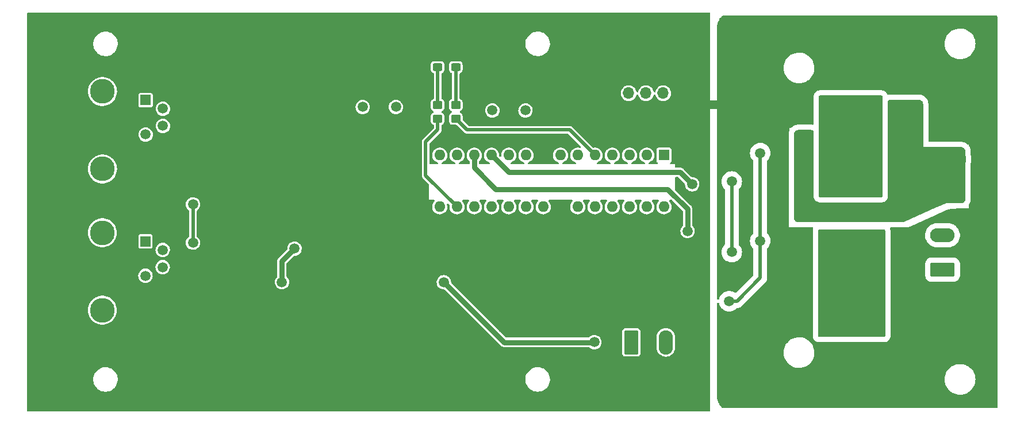
<source format=gbr>
%TF.GenerationSoftware,KiCad,Pcbnew,(6.0.4)*%
%TF.CreationDate,2022-06-20T19:15:38-03:00*%
%TF.ProjectId,steeringmodule,73746565-7269-46e6-976d-6f64756c652e,rev?*%
%TF.SameCoordinates,Original*%
%TF.FileFunction,Copper,L1,Top*%
%TF.FilePolarity,Positive*%
%FSLAX46Y46*%
G04 Gerber Fmt 4.6, Leading zero omitted, Abs format (unit mm)*
G04 Created by KiCad (PCBNEW (6.0.4)) date 2022-06-20 19:15:38*
%MOMM*%
%LPD*%
G01*
G04 APERTURE LIST*
G04 Aperture macros list*
%AMRoundRect*
0 Rectangle with rounded corners*
0 $1 Rounding radius*
0 $2 $3 $4 $5 $6 $7 $8 $9 X,Y pos of 4 corners*
0 Add a 4 corners polygon primitive as box body*
4,1,4,$2,$3,$4,$5,$6,$7,$8,$9,$2,$3,0*
0 Add four circle primitives for the rounded corners*
1,1,$1+$1,$2,$3*
1,1,$1+$1,$4,$5*
1,1,$1+$1,$6,$7*
1,1,$1+$1,$8,$9*
0 Add four rect primitives between the rounded corners*
20,1,$1+$1,$2,$3,$4,$5,0*
20,1,$1+$1,$4,$5,$6,$7,0*
20,1,$1+$1,$6,$7,$8,$9,0*
20,1,$1+$1,$8,$9,$2,$3,0*%
G04 Aperture macros list end*
%TA.AperFunction,ComponentPad*%
%ADD10RoundRect,0.249999X1.550001X-0.790001X1.550001X0.790001X-1.550001X0.790001X-1.550001X-0.790001X0*%
%TD*%
%TA.AperFunction,ComponentPad*%
%ADD11O,3.600000X2.080000*%
%TD*%
%TA.AperFunction,ComponentPad*%
%ADD12RoundRect,0.249999X-0.790001X-1.550001X0.790001X-1.550001X0.790001X1.550001X-0.790001X1.550001X0*%
%TD*%
%TA.AperFunction,ComponentPad*%
%ADD13O,2.080000X3.600000*%
%TD*%
%TA.AperFunction,SMDPad,CuDef*%
%ADD14RoundRect,0.250000X-0.450000X0.325000X-0.450000X-0.325000X0.450000X-0.325000X0.450000X0.325000X0*%
%TD*%
%TA.AperFunction,SMDPad,CuDef*%
%ADD15RoundRect,0.250000X0.450000X-0.350000X0.450000X0.350000X-0.450000X0.350000X-0.450000X-0.350000X0*%
%TD*%
%TA.AperFunction,ComponentPad*%
%ADD16C,1.500000*%
%TD*%
%TA.AperFunction,WasherPad*%
%ADD17C,3.650000*%
%TD*%
%TA.AperFunction,ComponentPad*%
%ADD18R,1.500000X1.500000*%
%TD*%
%TA.AperFunction,ComponentPad*%
%ADD19C,2.500000*%
%TD*%
%TA.AperFunction,ComponentPad*%
%ADD20R,1.600000X1.600000*%
%TD*%
%TA.AperFunction,ComponentPad*%
%ADD21O,1.600000X1.600000*%
%TD*%
%TA.AperFunction,ComponentPad*%
%ADD22R,1.700000X1.700000*%
%TD*%
%TA.AperFunction,ComponentPad*%
%ADD23O,1.700000X1.700000*%
%TD*%
%TA.AperFunction,ViaPad*%
%ADD24C,1.500000*%
%TD*%
%TA.AperFunction,Conductor*%
%ADD25C,1.270000*%
%TD*%
%TA.AperFunction,Conductor*%
%ADD26C,0.762000*%
%TD*%
%TA.AperFunction,Conductor*%
%ADD27C,0.508000*%
%TD*%
G04 APERTURE END LIST*
D10*
%TO.P,J103,1,Pin_1*%
%TO.N,/HBRIDGE/OUT2*%
X194360800Y-101904800D03*
D11*
%TO.P,J103,2,Pin_2*%
%TO.N,/HBRIDGE/OUT1*%
X194360800Y-96824800D03*
%TD*%
D12*
%TO.P,J102,1,Pin_1*%
%TO.N,+5V*%
X148539200Y-112623600D03*
D13*
%TO.P,J102,2,Pin_2*%
%TO.N,Net-(J102-Pad2)*%
X153619200Y-112623600D03*
%TO.P,J102,3,Pin_3*%
%TO.N,GND*%
X158699200Y-112623600D03*
%TD*%
D14*
%TO.P,D403,1,K*%
%TO.N,GND*%
X120015000Y-69968000D03*
%TO.P,D403,2,A*%
%TO.N,Net-(D403-Pad2)*%
X120015000Y-72018000D03*
%TD*%
D15*
%TO.P,R404,1*%
%TO.N,/MCU/LED2*%
X122682000Y-79613000D03*
%TO.P,R404,2*%
%TO.N,Net-(D402-Pad2)*%
X122682000Y-77613000D03*
%TD*%
D16*
%TO.P,Y402,1,1*%
%TO.N,Net-(C407-Pad1)*%
X108979887Y-77901800D03*
%TO.P,Y402,2,2*%
%TO.N,Net-(C408-Pad1)*%
X113859887Y-77901800D03*
%TD*%
D15*
%TO.P,R405,1*%
%TO.N,/MCU/LED1*%
X120015000Y-79613000D03*
%TO.P,R405,2*%
%TO.N,Net-(D403-Pad2)*%
X120015000Y-77613000D03*
%TD*%
D10*
%TO.P,J101,1,Pin_1*%
%TO.N,/HBRIDGE/VS1*%
X194393300Y-86410800D03*
D11*
%TO.P,J101,2,Pin_2*%
%TO.N,GND*%
X194393300Y-81330800D03*
%TD*%
D17*
%TO.P,J201,*%
%TO.N,*%
X70662887Y-87045800D03*
X70662887Y-75615800D03*
D18*
%TO.P,J201,1*%
%TO.N,/CANBUS CONN/CAN_H*%
X77012887Y-76885800D03*
D16*
%TO.P,J201,2*%
%TO.N,/CANBUS CONN/CAN_L*%
X79552887Y-78155800D03*
%TO.P,J201,3*%
%TO.N,GND*%
X77012887Y-79425800D03*
%TO.P,J201,4*%
%TO.N,/CANBUS CONN/CAN_18V*%
X79552887Y-80695800D03*
%TO.P,J201,5*%
X77012887Y-81965800D03*
%TO.P,J201,6*%
%TO.N,GND*%
X79552887Y-83235800D03*
%TO.P,J201,7*%
X77012887Y-84505800D03*
%TO.P,J201,8*%
X79552887Y-85775800D03*
D19*
%TO.P,J201,9,SH*%
X73712887Y-73580800D03*
X73712887Y-89080800D03*
%TD*%
D16*
%TO.P,Y401,1,1*%
%TO.N,Net-(C403-Pad1)*%
X128066887Y-78409800D03*
%TO.P,Y401,2,2*%
%TO.N,Net-(C404-Pad1)*%
X132946887Y-78409800D03*
%TD*%
D17*
%TO.P,J202,*%
%TO.N,*%
X70635887Y-107878800D03*
X70635887Y-96448800D03*
D18*
%TO.P,J202,1*%
%TO.N,/CANBUS CONN/CAN_H*%
X76985887Y-97718800D03*
D16*
%TO.P,J202,2*%
%TO.N,/CANBUS CONN/CAN_L*%
X79525887Y-98988800D03*
%TO.P,J202,3*%
%TO.N,GND*%
X76985887Y-100258800D03*
%TO.P,J202,4*%
%TO.N,/CANBUS CONN/CAN_18V*%
X79525887Y-101528800D03*
%TO.P,J202,5*%
X76985887Y-102798800D03*
%TO.P,J202,6*%
%TO.N,GND*%
X79525887Y-104068800D03*
%TO.P,J202,7*%
X76985887Y-105338800D03*
%TO.P,J202,8*%
X79525887Y-106608800D03*
D19*
%TO.P,J202,9,SH*%
X73685887Y-94413800D03*
X73685887Y-109913800D03*
%TD*%
D14*
%TO.P,D402,1,K*%
%TO.N,GND*%
X122682000Y-69968000D03*
%TO.P,D402,2,A*%
%TO.N,Net-(D402-Pad2)*%
X122682000Y-72018000D03*
%TD*%
D20*
%TO.P,U401,1,~{RESET}/PC6*%
%TO.N,/MCU/RESET*%
X153339887Y-85013800D03*
D21*
%TO.P,U401,2,PD0*%
%TO.N,/MCU/USART_RX*%
X150799887Y-85013800D03*
%TO.P,U401,3,PD1*%
%TO.N,/MCU/USART_TX*%
X148259887Y-85013800D03*
%TO.P,U401,4,PD2*%
%TO.N,/HBRIDGE/INH*%
X145719887Y-85013800D03*
%TO.P,U401,5,PD3*%
%TO.N,/MCU/LED2*%
X143179887Y-85013800D03*
%TO.P,U401,6,PD4*%
%TO.N,unconnected-(U401-Pad6)*%
X140639887Y-85013800D03*
%TO.P,U401,7,VCC*%
%TO.N,+5V*%
X138099887Y-85013800D03*
%TO.P,U401,8,GND*%
%TO.N,GND*%
X135559887Y-85013800D03*
%TO.P,U401,9,XTAL1/PB6*%
%TO.N,Net-(C404-Pad1)*%
X133019887Y-85013800D03*
%TO.P,U401,10,XTAL2/PB7*%
%TO.N,Net-(C403-Pad1)*%
X130479887Y-85013800D03*
%TO.P,U401,11,PD5*%
%TO.N,/HBRIDGE/INPUT1*%
X127939887Y-85013800D03*
%TO.P,U401,12,PD6*%
%TO.N,/HBRIDGE/INPUT2*%
X125399887Y-85013800D03*
%TO.P,U401,13,PD7*%
%TO.N,unconnected-(U401-Pad13)*%
X122859887Y-85013800D03*
%TO.P,U401,14,PB0*%
%TO.N,/MCU/MCP_SS*%
X120319887Y-85013800D03*
%TO.P,U401,15,PB1*%
%TO.N,/MCU/MCP_INT*%
X120319887Y-92633800D03*
%TO.P,U401,16,PB2*%
%TO.N,/MCU/LED1*%
X122859887Y-92633800D03*
%TO.P,U401,17,PB3*%
%TO.N,/MCU/SPI_MOSI*%
X125399887Y-92633800D03*
%TO.P,U401,18,PB4*%
%TO.N,/MCU/SPI_MISO*%
X127939887Y-92633800D03*
%TO.P,U401,19,PB5*%
%TO.N,/MCU/SPI_SCK*%
X130479887Y-92633800D03*
%TO.P,U401,20,AVCC*%
%TO.N,+5V*%
X133019887Y-92633800D03*
%TO.P,U401,21,AREF*%
X135559887Y-92633800D03*
%TO.P,U401,22,GND*%
%TO.N,GND*%
X138099887Y-92633800D03*
%TO.P,U401,23,PC0*%
%TO.N,unconnected-(U401-Pad23)*%
X140639887Y-92633800D03*
%TO.P,U401,24,PC1*%
%TO.N,unconnected-(U401-Pad24)*%
X143179887Y-92633800D03*
%TO.P,U401,25,PC2*%
%TO.N,/MCU/POTVAL*%
X145719887Y-92633800D03*
%TO.P,U401,26,PC3*%
%TO.N,/HBRIDGE/IS*%
X148259887Y-92633800D03*
%TO.P,U401,27,PC4*%
%TO.N,unconnected-(U401-Pad27)*%
X150799887Y-92633800D03*
%TO.P,U401,28,PC5*%
%TO.N,unconnected-(U401-Pad28)*%
X153339887Y-92633800D03*
%TD*%
D22*
%TO.P,J401,1,Pin_1*%
%TO.N,GND*%
X145602887Y-75869800D03*
D23*
%TO.P,J401,2,Pin_2*%
%TO.N,Net-(J401-Pad2)*%
X148142887Y-75869800D03*
%TO.P,J401,3,Pin_3*%
%TO.N,Net-(J401-Pad3)*%
X150682887Y-75869800D03*
%TO.P,J401,4,Pin_4*%
%TO.N,Net-(C405-Pad2)*%
X153222887Y-75869800D03*
%TD*%
D24*
%TO.N,GND*%
X85471000Y-89027000D03*
X162013697Y-82296000D03*
X169799000Y-93345000D03*
X82169000Y-96139000D03*
X122174000Y-95262497D03*
X116967000Y-93853000D03*
X101346000Y-86741000D03*
X82169000Y-89027000D03*
%TO.N,+5V*%
X97078800Y-103733600D03*
X143100000Y-112600000D03*
X98933000Y-98806000D03*
X120929400Y-103759000D03*
%TO.N,/HBRIDGE/VS1*%
X187071000Y-79756000D03*
X189484000Y-83312000D03*
X187833000Y-81534000D03*
X189611000Y-79756000D03*
X190119000Y-81534000D03*
X174244000Y-93980000D03*
X191008000Y-84709000D03*
X189611000Y-77851000D03*
X173990000Y-82804000D03*
X187071000Y-77851000D03*
%TO.N,/CANBUS CONN/CAN_L*%
X83972400Y-97916699D03*
X83985887Y-92263790D03*
%TO.N,/HBRIDGE/OUT1*%
X182499000Y-87756699D03*
X179197000Y-89788699D03*
X180848000Y-89788699D03*
X177546000Y-87756699D03*
X182499000Y-85724699D03*
X179197000Y-83692699D03*
X184150000Y-87756699D03*
X182499000Y-83692699D03*
X184150000Y-83692699D03*
X184150000Y-85724699D03*
X177546000Y-89788699D03*
X180848000Y-87756699D03*
X184150000Y-89788699D03*
X180848000Y-85724699D03*
X177546000Y-85724699D03*
X177546000Y-83692699D03*
X180848000Y-83692699D03*
X182499000Y-89788699D03*
X179197000Y-85724699D03*
X179197000Y-87756699D03*
%TO.N,/HBRIDGE/OUT2*%
X177469800Y-102336299D03*
X184073800Y-98272299D03*
X180771800Y-102336299D03*
X177469800Y-104368299D03*
X177469800Y-98272299D03*
X182422800Y-102336299D03*
X180771800Y-104368299D03*
X180771800Y-100304299D03*
X184073800Y-100304299D03*
X177469800Y-100304299D03*
X179120800Y-98272299D03*
X184073800Y-102336299D03*
X182422800Y-98272299D03*
X179120800Y-100304299D03*
X182422800Y-100304299D03*
X184073800Y-104368299D03*
X179120800Y-102336299D03*
X179120800Y-104368299D03*
X180771800Y-98272299D03*
X182422800Y-104368299D03*
%TO.N,/HBRIDGE/INH*%
X163322000Y-99314000D03*
X163322000Y-88900000D03*
%TO.N,/HBRIDGE/IS*%
X167513000Y-84709000D03*
X167513000Y-97663000D03*
X162941000Y-106553000D03*
%TO.N,/HBRIDGE/INPUT1*%
X157500000Y-89300000D03*
%TO.N,/HBRIDGE/INPUT2*%
X156819600Y-96215200D03*
%TD*%
D25*
%TO.N,GND*%
X156812070Y-77500000D02*
X166912070Y-77500000D01*
D26*
%TO.N,+5V*%
X98933000Y-98806000D02*
X97078800Y-100660200D01*
X143100000Y-112623600D02*
X143100000Y-112600000D01*
X120929400Y-103759000D02*
X129794000Y-112623600D01*
X97078800Y-100660200D02*
X97078800Y-103733600D01*
X129794000Y-112623600D02*
X143100000Y-112623600D01*
D27*
%TO.N,Net-(D402-Pad2)*%
X122682000Y-77613000D02*
X122682000Y-72018000D01*
%TO.N,Net-(D403-Pad2)*%
X120015000Y-72018000D02*
X120015000Y-77613000D01*
%TO.N,/CANBUS CONN/CAN_L*%
X83972400Y-97916699D02*
X83986885Y-97902214D01*
X83986885Y-92264788D02*
X83985887Y-92263790D01*
X83986885Y-97902214D02*
X83986885Y-92264788D01*
%TO.N,/MCU/LED2*%
X124349000Y-81280000D02*
X139446087Y-81280000D01*
X122682000Y-79613000D02*
X124349000Y-81280000D01*
X139446087Y-81280000D02*
X143179887Y-85013800D01*
%TO.N,/MCU/LED1*%
X120015000Y-81280000D02*
X120015000Y-79613000D01*
X118237000Y-88010913D02*
X118237000Y-83058000D01*
X122859887Y-92633800D02*
X118237000Y-88010913D01*
X118237000Y-83058000D02*
X120015000Y-81280000D01*
%TO.N,/HBRIDGE/INH*%
X163322000Y-99314000D02*
X163322000Y-88900000D01*
%TO.N,/HBRIDGE/IS*%
X167513000Y-97663000D02*
X167513000Y-84709000D01*
X164084000Y-106553000D02*
X162941000Y-106553000D01*
X167513000Y-97663000D02*
X167513000Y-103124000D01*
X167513000Y-103124000D02*
X164084000Y-106553000D01*
D26*
%TO.N,/HBRIDGE/INPUT1*%
X157500000Y-89300000D02*
X157499000Y-89300000D01*
X130454487Y-87528400D02*
X127939887Y-85013800D01*
X155727400Y-87528400D02*
X130454487Y-87528400D01*
X157499000Y-89300000D02*
X155727400Y-87528400D01*
%TO.N,/HBRIDGE/INPUT2*%
X156819600Y-92938600D02*
X153898600Y-90017600D01*
X125399887Y-86842687D02*
X125399887Y-85013800D01*
X153898600Y-90017600D02*
X128574800Y-90017600D01*
X156819600Y-96215200D02*
X156819600Y-92938600D01*
X128574800Y-90017600D02*
X125399887Y-86842687D01*
%TD*%
%TA.AperFunction,Conductor*%
%TO.N,GND*%
G36*
X202361800Y-64422283D02*
G01*
X202417216Y-64477699D01*
X202437500Y-64553399D01*
X202437500Y-122199599D01*
X202417216Y-122275299D01*
X202361800Y-122330715D01*
X202286100Y-122350999D01*
X162016162Y-122350999D01*
X161940462Y-122330715D01*
X161909106Y-122306655D01*
X161808260Y-122205809D01*
X161796136Y-122192124D01*
X161618267Y-121965090D01*
X161607882Y-121950044D01*
X161458681Y-121703237D01*
X161450184Y-121687048D01*
X161331818Y-121424048D01*
X161325335Y-121406954D01*
X161239532Y-121131603D01*
X161235157Y-121113852D01*
X161183170Y-120830173D01*
X161180966Y-120812023D01*
X161163276Y-120519563D01*
X161163000Y-120510422D01*
X161163000Y-118147488D01*
X194677433Y-118147488D01*
X194677871Y-118152493D01*
X194695393Y-118352763D01*
X194703629Y-118446905D01*
X194769194Y-118740227D01*
X194872977Y-119022301D01*
X194875316Y-119026738D01*
X194875319Y-119026744D01*
X195010814Y-119283733D01*
X195010818Y-119283740D01*
X195013155Y-119288172D01*
X195187264Y-119533167D01*
X195190685Y-119536836D01*
X195190687Y-119536838D01*
X195388824Y-119749314D01*
X195388829Y-119749319D01*
X195392246Y-119752983D01*
X195624499Y-119943758D01*
X195628762Y-119946401D01*
X195628766Y-119946404D01*
X195783315Y-120042228D01*
X195879943Y-120102140D01*
X196154091Y-120225347D01*
X196158911Y-120226784D01*
X196158914Y-120226785D01*
X196437304Y-120309777D01*
X196437307Y-120309778D01*
X196442125Y-120311214D01*
X196738985Y-120358232D01*
X196743209Y-120358424D01*
X196743211Y-120358424D01*
X196831255Y-120362422D01*
X196831265Y-120362422D01*
X196832978Y-120362500D01*
X197020743Y-120362500D01*
X197023254Y-120362333D01*
X197023261Y-120362333D01*
X197239389Y-120347978D01*
X197239392Y-120347978D01*
X197244400Y-120347645D01*
X197539031Y-120288237D01*
X197823216Y-120190384D01*
X197857891Y-120173020D01*
X198087476Y-120058053D01*
X198087483Y-120058049D01*
X198091964Y-120055805D01*
X198252943Y-119946404D01*
X198336393Y-119889692D01*
X198336398Y-119889688D01*
X198340552Y-119886865D01*
X198564613Y-119686531D01*
X198567875Y-119682725D01*
X198567880Y-119682720D01*
X198756947Y-119462131D01*
X198760210Y-119458324D01*
X198923907Y-119206253D01*
X199052828Y-118934746D01*
X199054366Y-118929956D01*
X199143169Y-118653368D01*
X199143171Y-118653361D01*
X199144708Y-118648573D01*
X199197932Y-118352763D01*
X199211567Y-118052512D01*
X199194046Y-117852251D01*
X199185809Y-117758098D01*
X199185808Y-117758094D01*
X199185371Y-117753095D01*
X199119806Y-117459773D01*
X199016023Y-117177699D01*
X199013684Y-117173262D01*
X199013681Y-117173256D01*
X198878186Y-116916267D01*
X198878182Y-116916260D01*
X198875845Y-116911828D01*
X198701736Y-116666833D01*
X198698313Y-116663162D01*
X198500176Y-116450686D01*
X198500171Y-116450681D01*
X198496754Y-116447017D01*
X198264501Y-116256242D01*
X198260238Y-116253599D01*
X198260234Y-116253596D01*
X198080162Y-116141947D01*
X198009057Y-116097860D01*
X197734909Y-115974653D01*
X197730089Y-115973216D01*
X197730086Y-115973215D01*
X197451696Y-115890223D01*
X197451693Y-115890222D01*
X197446875Y-115888786D01*
X197150015Y-115841768D01*
X197145791Y-115841576D01*
X197145789Y-115841576D01*
X197057745Y-115837578D01*
X197057735Y-115837578D01*
X197056022Y-115837500D01*
X196868257Y-115837500D01*
X196865746Y-115837667D01*
X196865739Y-115837667D01*
X196649611Y-115852022D01*
X196649608Y-115852022D01*
X196644600Y-115852355D01*
X196349969Y-115911763D01*
X196065784Y-116009616D01*
X196061294Y-116011864D01*
X196061295Y-116011864D01*
X195801524Y-116141947D01*
X195801517Y-116141951D01*
X195797036Y-116144195D01*
X195792883Y-116147018D01*
X195792882Y-116147018D01*
X195552607Y-116310308D01*
X195552602Y-116310312D01*
X195548448Y-116313135D01*
X195324387Y-116513469D01*
X195321125Y-116517275D01*
X195321120Y-116517280D01*
X195192938Y-116666833D01*
X195128790Y-116741676D01*
X194965093Y-116993747D01*
X194836172Y-117265254D01*
X194834635Y-117270043D01*
X194834634Y-117270044D01*
X194745831Y-117546632D01*
X194745829Y-117546639D01*
X194744292Y-117551427D01*
X194691068Y-117847237D01*
X194677433Y-118147488D01*
X161163000Y-118147488D01*
X161163000Y-114183488D01*
X170960933Y-114183488D01*
X170961371Y-114188493D01*
X170978893Y-114388763D01*
X170987129Y-114482905D01*
X171052694Y-114776227D01*
X171156477Y-115058301D01*
X171158816Y-115062738D01*
X171158819Y-115062744D01*
X171294314Y-115319733D01*
X171294318Y-115319740D01*
X171296655Y-115324172D01*
X171470764Y-115569167D01*
X171474185Y-115572836D01*
X171474187Y-115572838D01*
X171672324Y-115785314D01*
X171672329Y-115785319D01*
X171675746Y-115788983D01*
X171907999Y-115979758D01*
X171912262Y-115982401D01*
X171912266Y-115982404D01*
X172066815Y-116078228D01*
X172163443Y-116138140D01*
X172437591Y-116261347D01*
X172442411Y-116262784D01*
X172442414Y-116262785D01*
X172720804Y-116345777D01*
X172720807Y-116345778D01*
X172725625Y-116347214D01*
X173022485Y-116394232D01*
X173026709Y-116394424D01*
X173026711Y-116394424D01*
X173114755Y-116398422D01*
X173114765Y-116398422D01*
X173116478Y-116398500D01*
X173304243Y-116398500D01*
X173306754Y-116398333D01*
X173306761Y-116398333D01*
X173522889Y-116383978D01*
X173522892Y-116383978D01*
X173527900Y-116383645D01*
X173822531Y-116324237D01*
X174106716Y-116226384D01*
X174141391Y-116209020D01*
X174370976Y-116094053D01*
X174370983Y-116094049D01*
X174375464Y-116091805D01*
X174536443Y-115982404D01*
X174619893Y-115925692D01*
X174619898Y-115925688D01*
X174624052Y-115922865D01*
X174848113Y-115722531D01*
X174851375Y-115718725D01*
X174851380Y-115718720D01*
X175040447Y-115498131D01*
X175043710Y-115494324D01*
X175207407Y-115242253D01*
X175336328Y-114970746D01*
X175337866Y-114965956D01*
X175426669Y-114689368D01*
X175426671Y-114689361D01*
X175428208Y-114684573D01*
X175481432Y-114388763D01*
X175495067Y-114088512D01*
X175477546Y-113888251D01*
X175469309Y-113794098D01*
X175469308Y-113794094D01*
X175468871Y-113789095D01*
X175403306Y-113495773D01*
X175299523Y-113213699D01*
X175297184Y-113209262D01*
X175297181Y-113209256D01*
X175161686Y-112952267D01*
X175161682Y-112952260D01*
X175159345Y-112947828D01*
X174985236Y-112702833D01*
X174892793Y-112603700D01*
X174783676Y-112486686D01*
X174783671Y-112486681D01*
X174780254Y-112483017D01*
X174601931Y-112336541D01*
X174551881Y-112295429D01*
X174551880Y-112295429D01*
X174548001Y-112292242D01*
X174543738Y-112289599D01*
X174543734Y-112289596D01*
X174296821Y-112136504D01*
X174292557Y-112133860D01*
X174018409Y-112010653D01*
X174013589Y-112009216D01*
X174013586Y-112009215D01*
X173735196Y-111926223D01*
X173735193Y-111926222D01*
X173730375Y-111924786D01*
X173433515Y-111877768D01*
X173429291Y-111877576D01*
X173429289Y-111877576D01*
X173341245Y-111873578D01*
X173341235Y-111873578D01*
X173339522Y-111873500D01*
X173151757Y-111873500D01*
X173149246Y-111873667D01*
X173149239Y-111873667D01*
X172933111Y-111888022D01*
X172933108Y-111888022D01*
X172928100Y-111888355D01*
X172633469Y-111947763D01*
X172349284Y-112045616D01*
X172344794Y-112047864D01*
X172344795Y-112047864D01*
X172085024Y-112177947D01*
X172085017Y-112177951D01*
X172080536Y-112180195D01*
X172076383Y-112183018D01*
X172076382Y-112183018D01*
X171836107Y-112346308D01*
X171836102Y-112346312D01*
X171831948Y-112349135D01*
X171607887Y-112549469D01*
X171604625Y-112553275D01*
X171604620Y-112553280D01*
X171476438Y-112702833D01*
X171412290Y-112777676D01*
X171248593Y-113029747D01*
X171119672Y-113301254D01*
X171118135Y-113306043D01*
X171118134Y-113306044D01*
X171029331Y-113582632D01*
X171029329Y-113582639D01*
X171027792Y-113587427D01*
X170974568Y-113883237D01*
X170960933Y-114183488D01*
X161163000Y-114183488D01*
X161163000Y-106905302D01*
X161183284Y-106829602D01*
X161238700Y-106774186D01*
X161314400Y-106753902D01*
X161390100Y-106774186D01*
X161445516Y-106829602D01*
X161461617Y-106869957D01*
X161498079Y-107021833D01*
X161589185Y-107241784D01*
X161614105Y-107282449D01*
X161694134Y-107413044D01*
X161713578Y-107444774D01*
X161717439Y-107449295D01*
X161717440Y-107449296D01*
X161758480Y-107497348D01*
X161868194Y-107625806D01*
X162049226Y-107780422D01*
X162054286Y-107783523D01*
X162054289Y-107783525D01*
X162133643Y-107832153D01*
X162252216Y-107904815D01*
X162472167Y-107995921D01*
X162477939Y-107997307D01*
X162477943Y-107997308D01*
X162587914Y-108023709D01*
X162703661Y-108051498D01*
X162941000Y-108070177D01*
X163178339Y-108051498D01*
X163294086Y-108023709D01*
X163404057Y-107997308D01*
X163404061Y-107997307D01*
X163409833Y-107995921D01*
X163629784Y-107904815D01*
X163748357Y-107832153D01*
X163827711Y-107783525D01*
X163827714Y-107783523D01*
X163832774Y-107780422D01*
X164013806Y-107625806D01*
X164017671Y-107621280D01*
X164021878Y-107617074D01*
X164023060Y-107618256D01*
X164080858Y-107578539D01*
X164118186Y-107570435D01*
X164123999Y-107569927D01*
X164129781Y-107569533D01*
X164130456Y-107569500D01*
X164134157Y-107569500D01*
X164137836Y-107569139D01*
X164137841Y-107569139D01*
X164151007Y-107567848D01*
X164177140Y-107565285D01*
X164178572Y-107565152D01*
X164209403Y-107562455D01*
X164264514Y-107557634D01*
X164264519Y-107557633D01*
X164271892Y-107556988D01*
X164277052Y-107555489D01*
X164282394Y-107554965D01*
X164289479Y-107552826D01*
X164289484Y-107552825D01*
X164339950Y-107537588D01*
X164371986Y-107527916D01*
X164373445Y-107527484D01*
X164456208Y-107503439D01*
X164456209Y-107503438D01*
X164463322Y-107501372D01*
X164468090Y-107498900D01*
X164473232Y-107497348D01*
X164479771Y-107493871D01*
X164479774Y-107493870D01*
X164555861Y-107453414D01*
X164557264Y-107452678D01*
X164633726Y-107413044D01*
X164633728Y-107413043D01*
X164640304Y-107409634D01*
X164644503Y-107406282D01*
X164649244Y-107403761D01*
X164721786Y-107344596D01*
X164723008Y-107343611D01*
X164759006Y-107314874D01*
X164762316Y-107312232D01*
X164765093Y-107309455D01*
X164769728Y-107305496D01*
X164803726Y-107277768D01*
X164832440Y-107243059D01*
X164842039Y-107232509D01*
X168186764Y-103887784D01*
X168198952Y-103876848D01*
X168202422Y-103874058D01*
X168227649Y-103853775D01*
X168260342Y-103814813D01*
X168264166Y-103810429D01*
X168264624Y-103809924D01*
X168267240Y-103807308D01*
X168269584Y-103804454D01*
X168269598Y-103804439D01*
X168294663Y-103773925D01*
X168295673Y-103772708D01*
X168351027Y-103706739D01*
X168351028Y-103706737D01*
X168355786Y-103701067D01*
X168358373Y-103696361D01*
X168361782Y-103692211D01*
X168406015Y-103609717D01*
X168406744Y-103608374D01*
X168418319Y-103587319D01*
X168451821Y-103526379D01*
X168453444Y-103521261D01*
X168455983Y-103516527D01*
X168483332Y-103427075D01*
X168483803Y-103425564D01*
X168509860Y-103343422D01*
X168509861Y-103343416D01*
X168512098Y-103336365D01*
X168512697Y-103331027D01*
X168514267Y-103325891D01*
X168523716Y-103232864D01*
X168523884Y-103231288D01*
X168529029Y-103185412D01*
X168529500Y-103181216D01*
X168529500Y-103177294D01*
X168529981Y-103171184D01*
X168533663Y-103134933D01*
X168533663Y-103134929D01*
X168534411Y-103127565D01*
X168530172Y-103082718D01*
X168529500Y-103068471D01*
X168529500Y-98853692D01*
X168549784Y-98777992D01*
X168577666Y-98744470D01*
X168577074Y-98743878D01*
X168581281Y-98739671D01*
X168585806Y-98735806D01*
X168692178Y-98611261D01*
X168736560Y-98559296D01*
X168736561Y-98559295D01*
X168740422Y-98554774D01*
X168750122Y-98538946D01*
X168802495Y-98453480D01*
X168864815Y-98351784D01*
X168955921Y-98131833D01*
X168957551Y-98125046D01*
X168997722Y-97957718D01*
X169011498Y-97900339D01*
X169030177Y-97663000D01*
X169011498Y-97425661D01*
X168983709Y-97309914D01*
X168957308Y-97199943D01*
X168957307Y-97199939D01*
X168955921Y-97194167D01*
X168864815Y-96974216D01*
X168740422Y-96771226D01*
X168585806Y-96590194D01*
X168581281Y-96586329D01*
X168577074Y-96582122D01*
X168578171Y-96581025D01*
X168538186Y-96522853D01*
X168529500Y-96472308D01*
X168529500Y-85899692D01*
X168549784Y-85823992D01*
X168577666Y-85790470D01*
X168577074Y-85789878D01*
X168581281Y-85785671D01*
X168585806Y-85781806D01*
X168740422Y-85600774D01*
X168864815Y-85397784D01*
X168955921Y-85177833D01*
X169011498Y-84946339D01*
X169030177Y-84709000D01*
X169011498Y-84471661D01*
X168955921Y-84240167D01*
X168864815Y-84020216D01*
X168740422Y-83817226D01*
X168585806Y-83636194D01*
X168404774Y-83481578D01*
X168399714Y-83478477D01*
X168399711Y-83478475D01*
X168320357Y-83429847D01*
X168201784Y-83357185D01*
X167981833Y-83266079D01*
X167976061Y-83264693D01*
X167976057Y-83264692D01*
X167831616Y-83230015D01*
X167750339Y-83210502D01*
X167513000Y-83191823D01*
X167275661Y-83210502D01*
X167194384Y-83230015D01*
X167049943Y-83264692D01*
X167049939Y-83264693D01*
X167044167Y-83266079D01*
X166824216Y-83357185D01*
X166705643Y-83429847D01*
X166626289Y-83478475D01*
X166626286Y-83478477D01*
X166621226Y-83481578D01*
X166440194Y-83636194D01*
X166285578Y-83817226D01*
X166161185Y-84020216D01*
X166070079Y-84240167D01*
X166014502Y-84471661D01*
X165995823Y-84709000D01*
X166014502Y-84946339D01*
X166070079Y-85177833D01*
X166161185Y-85397784D01*
X166285578Y-85600774D01*
X166440194Y-85781806D01*
X166444719Y-85785671D01*
X166448926Y-85789878D01*
X166447829Y-85790975D01*
X166487814Y-85849147D01*
X166496500Y-85899692D01*
X166496500Y-96472308D01*
X166476216Y-96548008D01*
X166448334Y-96581530D01*
X166448926Y-96582122D01*
X166444719Y-96586329D01*
X166440194Y-96590194D01*
X166285578Y-96771226D01*
X166161185Y-96974216D01*
X166070079Y-97194167D01*
X166068693Y-97199939D01*
X166068692Y-97199943D01*
X166042291Y-97309914D01*
X166014502Y-97425661D01*
X165995823Y-97663000D01*
X166014502Y-97900339D01*
X166028278Y-97957718D01*
X166068450Y-98125046D01*
X166070079Y-98131833D01*
X166161185Y-98351784D01*
X166223505Y-98453480D01*
X166275879Y-98538946D01*
X166285578Y-98554774D01*
X166289439Y-98559295D01*
X166289440Y-98559296D01*
X166333822Y-98611261D01*
X166440194Y-98735806D01*
X166444719Y-98739671D01*
X166448926Y-98743878D01*
X166447829Y-98744975D01*
X166487814Y-98803147D01*
X166496500Y-98853692D01*
X166496500Y-102640240D01*
X166476216Y-102715940D01*
X166452156Y-102747296D01*
X163942654Y-105256798D01*
X163874783Y-105295983D01*
X163796413Y-105295983D01*
X163756491Y-105278831D01*
X163634860Y-105204294D01*
X163634845Y-105204286D01*
X163629784Y-105201185D01*
X163409833Y-105110079D01*
X163404061Y-105108693D01*
X163404057Y-105108692D01*
X163294086Y-105082291D01*
X163178339Y-105054502D01*
X162941000Y-105035823D01*
X162703661Y-105054502D01*
X162587914Y-105082291D01*
X162477943Y-105108692D01*
X162477939Y-105108693D01*
X162472167Y-105110079D01*
X162252216Y-105201185D01*
X162247143Y-105204294D01*
X162054289Y-105322475D01*
X162054286Y-105322477D01*
X162049226Y-105325578D01*
X161868194Y-105480194D01*
X161713578Y-105661226D01*
X161589185Y-105864216D01*
X161498079Y-106084167D01*
X161496693Y-106089939D01*
X161496692Y-106089943D01*
X161461617Y-106236042D01*
X161424222Y-106304915D01*
X161357400Y-106345863D01*
X161279056Y-106347915D01*
X161210183Y-106310520D01*
X161169235Y-106243698D01*
X161163000Y-106200698D01*
X161163000Y-99314000D01*
X161804823Y-99314000D01*
X161823502Y-99551339D01*
X161879079Y-99782833D01*
X161970185Y-100002784D01*
X162094578Y-100205774D01*
X162249194Y-100386806D01*
X162430226Y-100541422D01*
X162435286Y-100544523D01*
X162435289Y-100544525D01*
X162514643Y-100593153D01*
X162633216Y-100665815D01*
X162853167Y-100756921D01*
X162858939Y-100758307D01*
X162858943Y-100758308D01*
X162968914Y-100784709D01*
X163084661Y-100812498D01*
X163322000Y-100831177D01*
X163559339Y-100812498D01*
X163675086Y-100784709D01*
X163785057Y-100758308D01*
X163785061Y-100758307D01*
X163790833Y-100756921D01*
X164010784Y-100665815D01*
X164129357Y-100593153D01*
X164208711Y-100544525D01*
X164208714Y-100544523D01*
X164213774Y-100541422D01*
X164394806Y-100386806D01*
X164549422Y-100205774D01*
X164673815Y-100002784D01*
X164764921Y-99782833D01*
X164820498Y-99551339D01*
X164839177Y-99314000D01*
X164820498Y-99076661D01*
X164764921Y-98845167D01*
X164673815Y-98625216D01*
X164601153Y-98506643D01*
X164552525Y-98427289D01*
X164552523Y-98427286D01*
X164549422Y-98422226D01*
X164394806Y-98241194D01*
X164390281Y-98237329D01*
X164386074Y-98233122D01*
X164387171Y-98232025D01*
X164347186Y-98173853D01*
X164338500Y-98123308D01*
X164338500Y-90090692D01*
X164358784Y-90014992D01*
X164386666Y-89981470D01*
X164386074Y-89980878D01*
X164390281Y-89976671D01*
X164394806Y-89972806D01*
X164549422Y-89791774D01*
X164673815Y-89588784D01*
X164764921Y-89368833D01*
X164820498Y-89137339D01*
X164839177Y-88900000D01*
X164820498Y-88662661D01*
X164764921Y-88431167D01*
X164673815Y-88211216D01*
X164549422Y-88008226D01*
X164394806Y-87827194D01*
X164213774Y-87672578D01*
X164208714Y-87669477D01*
X164208711Y-87669475D01*
X164129357Y-87620847D01*
X164010784Y-87548185D01*
X163790833Y-87457079D01*
X163785061Y-87455693D01*
X163785057Y-87455692D01*
X163675086Y-87429290D01*
X163559339Y-87401502D01*
X163322000Y-87382823D01*
X163084661Y-87401502D01*
X162968914Y-87429290D01*
X162858943Y-87455692D01*
X162858939Y-87455693D01*
X162853167Y-87457079D01*
X162633216Y-87548185D01*
X162514643Y-87620847D01*
X162435289Y-87669475D01*
X162435286Y-87669477D01*
X162430226Y-87672578D01*
X162249194Y-87827194D01*
X162094578Y-88008226D01*
X161970185Y-88211216D01*
X161879079Y-88431167D01*
X161823502Y-88662661D01*
X161804823Y-88900000D01*
X161823502Y-89137339D01*
X161879079Y-89368833D01*
X161970185Y-89588784D01*
X162094578Y-89791774D01*
X162249194Y-89972806D01*
X162253719Y-89976671D01*
X162257926Y-89980878D01*
X162256829Y-89981975D01*
X162296814Y-90040147D01*
X162305500Y-90090692D01*
X162305500Y-98123308D01*
X162285216Y-98199008D01*
X162257334Y-98232530D01*
X162257926Y-98233122D01*
X162253719Y-98237329D01*
X162249194Y-98241194D01*
X162094578Y-98422226D01*
X162091477Y-98427286D01*
X162091475Y-98427289D01*
X162042847Y-98506643D01*
X161970185Y-98625216D01*
X161879079Y-98845167D01*
X161823502Y-99076661D01*
X161804823Y-99314000D01*
X161163000Y-99314000D01*
X161163000Y-81926143D01*
X171699061Y-81926143D01*
X171699062Y-81927392D01*
X171699062Y-81927398D01*
X171704529Y-88216706D01*
X171709210Y-93601226D01*
X171709749Y-94221921D01*
X171711434Y-94272079D01*
X171712744Y-94291818D01*
X171712866Y-94293047D01*
X171712950Y-94294061D01*
X171713461Y-94307903D01*
X171704474Y-95323481D01*
X171704000Y-95377000D01*
X171704000Y-95631000D01*
X173059651Y-95631000D01*
X173069578Y-95631326D01*
X173069992Y-95631353D01*
X173070445Y-95631383D01*
X173070456Y-95631384D01*
X173071680Y-95631464D01*
X173072912Y-95631505D01*
X173072920Y-95631505D01*
X173120617Y-95633077D01*
X173121831Y-95633117D01*
X175169302Y-95633623D01*
X175244997Y-95653925D01*
X175300400Y-95709355D01*
X175320665Y-95785060D01*
X175309969Y-95840919D01*
X175300937Y-95863654D01*
X175280653Y-95939354D01*
X175275188Y-95961002D01*
X175254500Y-96138000D01*
X175254500Y-111684800D01*
X175254825Y-111707125D01*
X175280653Y-111883446D01*
X175300937Y-111959146D01*
X175313740Y-112001913D01*
X175316068Y-112006906D01*
X175316069Y-112006908D01*
X175333356Y-112043980D01*
X175389052Y-112163420D01*
X175499580Y-112303204D01*
X175554996Y-112358620D01*
X175587467Y-112389256D01*
X175683107Y-112456224D01*
X175693750Y-112463676D01*
X175733442Y-112491469D01*
X175899054Y-112557263D01*
X175947071Y-112570129D01*
X175974264Y-112577416D01*
X175974301Y-112577426D01*
X175974754Y-112577547D01*
X175996402Y-112583012D01*
X176173400Y-112603700D01*
X185776600Y-112603700D01*
X185798925Y-112603375D01*
X185975246Y-112577547D01*
X186050946Y-112557263D01*
X186093713Y-112544460D01*
X186255220Y-112469148D01*
X186395004Y-112358620D01*
X186450420Y-112303204D01*
X186481056Y-112270733D01*
X186561796Y-112155425D01*
X186578213Y-112131979D01*
X186578214Y-112131978D01*
X186583269Y-112124758D01*
X186649063Y-111959146D01*
X186669347Y-111883446D01*
X186674812Y-111861798D01*
X186695500Y-111684800D01*
X186695500Y-101018085D01*
X191798300Y-101018085D01*
X191798301Y-102791514D01*
X191798609Y-102797615D01*
X191837856Y-102992259D01*
X191840699Y-102999089D01*
X191840700Y-102999092D01*
X191911319Y-103168742D01*
X191911321Y-103168746D01*
X191914163Y-103175573D01*
X191918281Y-103181724D01*
X192017716Y-103330260D01*
X192024621Y-103340575D01*
X192165025Y-103480979D01*
X192171171Y-103485093D01*
X192171173Y-103485095D01*
X192237289Y-103529355D01*
X192330027Y-103591437D01*
X192336854Y-103594279D01*
X192336858Y-103594281D01*
X192506508Y-103664900D01*
X192506511Y-103664901D01*
X192513341Y-103667744D01*
X192602319Y-103685685D01*
X192702473Y-103705880D01*
X192702478Y-103705881D01*
X192707985Y-103706991D01*
X192714085Y-103707300D01*
X194347894Y-103707300D01*
X196007514Y-103707299D01*
X196013615Y-103706991D01*
X196019133Y-103705878D01*
X196019136Y-103705878D01*
X196086916Y-103692211D01*
X196208259Y-103667744D01*
X196215089Y-103664901D01*
X196215092Y-103664900D01*
X196384742Y-103594281D01*
X196384746Y-103594279D01*
X196391573Y-103591437D01*
X196484311Y-103529355D01*
X196550427Y-103485095D01*
X196550429Y-103485093D01*
X196556575Y-103480979D01*
X196696979Y-103340575D01*
X196703885Y-103330260D01*
X196803319Y-103181724D01*
X196807437Y-103175573D01*
X196810279Y-103168746D01*
X196810281Y-103168742D01*
X196880900Y-102999092D01*
X196880901Y-102999089D01*
X196883744Y-102992259D01*
X196922991Y-102797615D01*
X196923300Y-102791515D01*
X196923299Y-101018086D01*
X196922991Y-101011985D01*
X196883744Y-100817341D01*
X196859171Y-100758308D01*
X196810281Y-100640858D01*
X196810279Y-100640854D01*
X196807437Y-100634027D01*
X196696979Y-100469025D01*
X196556575Y-100328621D01*
X196391573Y-100218163D01*
X196384746Y-100215321D01*
X196384742Y-100215319D01*
X196215092Y-100144700D01*
X196215089Y-100144699D01*
X196208259Y-100141856D01*
X196104425Y-100120920D01*
X196019127Y-100103720D01*
X196019122Y-100103719D01*
X196013615Y-100102609D01*
X196007515Y-100102300D01*
X194373706Y-100102300D01*
X192714086Y-100102301D01*
X192707985Y-100102609D01*
X192702467Y-100103722D01*
X192702464Y-100103722D01*
X192643070Y-100115698D01*
X192513341Y-100141856D01*
X192506511Y-100144699D01*
X192506508Y-100144700D01*
X192336858Y-100215319D01*
X192336854Y-100215321D01*
X192330027Y-100218163D01*
X192165025Y-100328621D01*
X192024621Y-100469025D01*
X191914163Y-100634027D01*
X191911321Y-100640854D01*
X191911319Y-100640858D01*
X191862429Y-100758308D01*
X191837856Y-100817341D01*
X191798609Y-101011985D01*
X191798300Y-101018085D01*
X186695500Y-101018085D01*
X186695500Y-96935149D01*
X191796617Y-96935149D01*
X191797375Y-96940716D01*
X191797375Y-96940722D01*
X191831121Y-97188680D01*
X191832745Y-97200612D01*
X191907714Y-97457819D01*
X192019878Y-97701120D01*
X192166771Y-97925169D01*
X192345167Y-98125046D01*
X192349480Y-98128633D01*
X192349482Y-98128635D01*
X192388331Y-98160945D01*
X192551148Y-98296358D01*
X192555948Y-98299271D01*
X192555954Y-98299275D01*
X192650836Y-98356850D01*
X192780188Y-98435342D01*
X193027255Y-98538946D01*
X193286922Y-98604893D01*
X193366597Y-98612916D01*
X193505664Y-98626920D01*
X193505671Y-98626920D01*
X193509441Y-98627300D01*
X195188811Y-98627300D01*
X195387973Y-98612500D01*
X195393446Y-98611262D01*
X195393450Y-98611261D01*
X195518626Y-98582936D01*
X195649278Y-98553372D01*
X195658693Y-98549711D01*
X195893731Y-98458310D01*
X195898972Y-98456272D01*
X196131571Y-98323330D01*
X196135982Y-98319853D01*
X196135986Y-98319850D01*
X196337557Y-98160945D01*
X196337559Y-98160943D01*
X196341966Y-98157469D01*
X196371516Y-98126057D01*
X196521692Y-97966414D01*
X196525533Y-97962331D01*
X196572649Y-97894414D01*
X196675040Y-97746818D01*
X196675043Y-97746813D01*
X196678241Y-97742203D01*
X196796735Y-97501922D01*
X196822995Y-97419885D01*
X196876700Y-97252112D01*
X196876702Y-97252105D01*
X196878411Y-97246765D01*
X196886834Y-97195050D01*
X196920572Y-96987889D01*
X196921476Y-96982339D01*
X196921583Y-96974216D01*
X196924909Y-96720075D01*
X196924983Y-96714451D01*
X196917806Y-96661711D01*
X196889612Y-96454550D01*
X196889612Y-96454549D01*
X196888855Y-96448988D01*
X196813886Y-96191781D01*
X196701722Y-95948480D01*
X196695418Y-95938864D01*
X196557906Y-95729124D01*
X196557905Y-95729123D01*
X196554829Y-95724431D01*
X196376433Y-95524554D01*
X196337449Y-95492131D01*
X196199018Y-95377000D01*
X196170452Y-95353242D01*
X196165652Y-95350329D01*
X196165646Y-95350325D01*
X195946219Y-95217175D01*
X195946220Y-95217175D01*
X195941412Y-95214258D01*
X195694345Y-95110654D01*
X195434678Y-95044707D01*
X195328164Y-95033981D01*
X195215936Y-95022680D01*
X195215929Y-95022680D01*
X195212159Y-95022300D01*
X193532789Y-95022300D01*
X193333627Y-95037100D01*
X193328154Y-95038338D01*
X193328150Y-95038339D01*
X193202974Y-95066664D01*
X193072322Y-95096228D01*
X193067088Y-95098263D01*
X193067086Y-95098264D01*
X193035225Y-95110654D01*
X192822628Y-95193328D01*
X192590029Y-95326270D01*
X192585618Y-95329747D01*
X192585614Y-95329750D01*
X192453855Y-95433620D01*
X192379634Y-95492131D01*
X192375793Y-95496214D01*
X192375792Y-95496215D01*
X192331626Y-95543165D01*
X192196067Y-95687269D01*
X192173194Y-95720240D01*
X192046560Y-95902782D01*
X192046557Y-95902787D01*
X192043359Y-95907397D01*
X191924865Y-96147678D01*
X191923151Y-96153033D01*
X191844900Y-96397488D01*
X191844898Y-96397495D01*
X191843189Y-96402835D01*
X191842287Y-96408375D01*
X191842286Y-96408378D01*
X191831874Y-96472308D01*
X191800124Y-96667261D01*
X191800050Y-96672878D01*
X191800050Y-96672883D01*
X191798822Y-96766704D01*
X191796617Y-96935149D01*
X186695500Y-96935149D01*
X186695500Y-96138000D01*
X186695175Y-96115675D01*
X186669347Y-95939354D01*
X186649063Y-95863654D01*
X186639347Y-95831199D01*
X186637070Y-95752862D01*
X186674266Y-95683882D01*
X186740969Y-95642740D01*
X186784396Y-95636381D01*
X187235663Y-95636409D01*
X187236893Y-95636415D01*
X188145594Y-95645412D01*
X188705133Y-95650952D01*
X188705136Y-95650952D01*
X189255400Y-95656400D01*
X189758576Y-95433620D01*
X189758581Y-95433618D01*
X192571396Y-94188249D01*
X192582800Y-94183200D01*
X193161427Y-93920188D01*
X194892604Y-93133289D01*
X194902136Y-93129342D01*
X195211599Y-93013399D01*
X195231358Y-93007496D01*
X195548657Y-92935821D01*
X195569034Y-92932658D01*
X195898275Y-92904322D01*
X195908578Y-92903788D01*
X196808625Y-92887858D01*
X196808631Y-92887858D01*
X198247000Y-92862400D01*
X198247000Y-92245347D01*
X198249181Y-92242505D01*
X198250692Y-92240536D01*
X198306472Y-92157054D01*
X198326233Y-92122826D01*
X198370632Y-92032793D01*
X198418812Y-91916476D01*
X198451078Y-91821425D01*
X198461308Y-91783249D01*
X198480898Y-91684772D01*
X198498639Y-91550018D01*
X198500808Y-91527987D01*
X198503441Y-91501257D01*
X198503444Y-91501226D01*
X198503562Y-91500023D01*
X198504857Y-91480261D01*
X198506500Y-91430075D01*
X198506500Y-86381792D01*
X198506670Y-86374617D01*
X198529588Y-85891533D01*
X198529604Y-85891175D01*
X198529846Y-85885609D01*
X198529856Y-85885366D01*
X198529936Y-85883342D01*
X198529941Y-85883204D01*
X198530137Y-85877778D01*
X198530145Y-85877534D01*
X198530629Y-85862597D01*
X198530641Y-85862240D01*
X198530923Y-85851003D01*
X198531002Y-85846560D01*
X198531121Y-85834862D01*
X198531161Y-85819092D01*
X198531153Y-85813205D01*
X198531142Y-85811062D01*
X198531093Y-85805519D01*
X198528501Y-85595711D01*
X198514329Y-84448793D01*
X198514329Y-84448779D01*
X198514313Y-84447517D01*
X198512081Y-84397744D01*
X198510564Y-84378154D01*
X198505105Y-84328616D01*
X198485989Y-84195122D01*
X198465501Y-84097644D01*
X198454962Y-84059873D01*
X198453989Y-84057097D01*
X198422838Y-83968197D01*
X198422834Y-83968188D01*
X198422024Y-83965875D01*
X198373150Y-83850909D01*
X198358724Y-83822289D01*
X198329430Y-83764174D01*
X198329423Y-83764161D01*
X198328319Y-83761971D01*
X198308433Y-83728173D01*
X198286387Y-83695725D01*
X198253831Y-83647805D01*
X198253823Y-83647794D01*
X198252454Y-83645779D01*
X198247000Y-83638776D01*
X198247000Y-83439000D01*
X198074448Y-83439000D01*
X198008215Y-83381575D01*
X198008213Y-83381573D01*
X198006366Y-83379972D01*
X198004428Y-83378501D01*
X198004421Y-83378495D01*
X197908800Y-83305902D01*
X197906860Y-83304429D01*
X197846788Y-83264692D01*
X197825830Y-83250828D01*
X197825820Y-83250822D01*
X197823790Y-83249479D01*
X197821672Y-83248268D01*
X197821661Y-83248261D01*
X197791890Y-83231236D01*
X197791891Y-83231236D01*
X197789755Y-83230015D01*
X197787568Y-83228946D01*
X197787560Y-83228942D01*
X197712557Y-83192290D01*
X197700255Y-83186278D01*
X197584688Y-83138827D01*
X197542598Y-83124660D01*
X197492636Y-83107844D01*
X197492628Y-83107842D01*
X197490288Y-83107054D01*
X197487912Y-83106423D01*
X197487900Y-83106419D01*
X197471048Y-83101941D01*
X197452390Y-83096983D01*
X197354671Y-83077702D01*
X197352236Y-83077384D01*
X197352230Y-83077383D01*
X197222176Y-83060397D01*
X197222148Y-83060394D01*
X197220955Y-83060238D01*
X197205237Y-83058702D01*
X197172587Y-83055512D01*
X197172557Y-83055510D01*
X197171364Y-83055393D01*
X197170152Y-83055314D01*
X197170125Y-83055312D01*
X197152994Y-83054198D01*
X197152967Y-83054197D01*
X197151757Y-83054118D01*
X197150540Y-83054078D01*
X197150510Y-83054077D01*
X197103192Y-83052540D01*
X197103177Y-83052540D01*
X197101953Y-83052500D01*
X192434900Y-83052500D01*
X192359200Y-83032216D01*
X192303784Y-82976800D01*
X192283500Y-82901100D01*
X192283500Y-77479925D01*
X192281857Y-77429739D01*
X192280562Y-77409977D01*
X192280444Y-77408774D01*
X192280441Y-77408743D01*
X192275761Y-77361225D01*
X192275639Y-77359982D01*
X192257898Y-77225228D01*
X192238308Y-77126751D01*
X192228078Y-77088575D01*
X192195812Y-76993524D01*
X192147632Y-76877207D01*
X192103233Y-76787174D01*
X192083472Y-76752946D01*
X192027692Y-76669464D01*
X191951046Y-76569577D01*
X191884851Y-76494097D01*
X191856903Y-76466149D01*
X191781423Y-76399954D01*
X191681536Y-76323308D01*
X191679468Y-76321926D01*
X191600120Y-76268908D01*
X191600111Y-76268902D01*
X191598054Y-76267528D01*
X191563826Y-76247767D01*
X191473793Y-76203368D01*
X191471503Y-76202420D01*
X191471491Y-76202414D01*
X191359773Y-76156139D01*
X191359761Y-76156135D01*
X191357476Y-76155188D01*
X191262425Y-76122922D01*
X191224249Y-76112692D01*
X191221823Y-76112209D01*
X191221817Y-76112208D01*
X191190953Y-76106068D01*
X191125772Y-76093102D01*
X190991018Y-76075361D01*
X190966574Y-76072954D01*
X190942257Y-76070559D01*
X190942226Y-76070556D01*
X190941023Y-76070438D01*
X190939822Y-76070359D01*
X190939794Y-76070357D01*
X190922517Y-76069225D01*
X190922499Y-76069224D01*
X190921261Y-76069143D01*
X190871075Y-76067500D01*
X186668652Y-76067500D01*
X186667454Y-76067538D01*
X186667452Y-76067538D01*
X186621274Y-76069001D01*
X186621243Y-76069002D01*
X186620059Y-76069040D01*
X186618864Y-76069116D01*
X186618839Y-76069117D01*
X186610963Y-76069617D01*
X186600923Y-76070254D01*
X186576714Y-76072562D01*
X186553687Y-76074757D01*
X186553667Y-76074759D01*
X186552505Y-76074870D01*
X186551347Y-76075018D01*
X186551325Y-76075020D01*
X186424315Y-76091204D01*
X186424312Y-76091204D01*
X186421930Y-76091508D01*
X186419562Y-76091964D01*
X186419560Y-76091964D01*
X186411121Y-76093588D01*
X186409401Y-76093919D01*
X186331231Y-76088306D01*
X186266342Y-76044360D01*
X186243576Y-76009231D01*
X186183676Y-75880775D01*
X186179948Y-75872780D01*
X186069420Y-75732996D01*
X186014004Y-75677580D01*
X185981533Y-75646944D01*
X185885893Y-75579976D01*
X185842779Y-75549787D01*
X185842778Y-75549786D01*
X185835558Y-75544731D01*
X185669946Y-75478937D01*
X185621929Y-75466071D01*
X185594736Y-75458784D01*
X185594699Y-75458774D01*
X185594246Y-75458653D01*
X185572598Y-75453188D01*
X185395600Y-75432500D01*
X176300400Y-75432500D01*
X176278075Y-75432825D01*
X176101754Y-75458653D01*
X176026054Y-75478937D01*
X175983287Y-75491740D01*
X175821780Y-75567052D01*
X175681996Y-75677580D01*
X175626580Y-75732996D01*
X175595944Y-75765467D01*
X175493731Y-75911442D01*
X175427937Y-76077054D01*
X175407653Y-76152754D01*
X175402188Y-76174402D01*
X175381500Y-76351400D01*
X175381500Y-80382677D01*
X175361216Y-80458377D01*
X175305800Y-80513793D01*
X175230100Y-80534077D01*
X175210345Y-80532782D01*
X175160872Y-80526269D01*
X175117228Y-80520523D01*
X175117204Y-80520520D01*
X175116002Y-80520362D01*
X175114768Y-80520240D01*
X175114764Y-80520240D01*
X175067240Y-80515559D01*
X175067214Y-80515557D01*
X175066007Y-80515438D01*
X175047572Y-80514230D01*
X175047496Y-80514225D01*
X175047494Y-80514225D01*
X175046244Y-80514143D01*
X175029498Y-80513595D01*
X174997315Y-80512542D01*
X174997311Y-80512542D01*
X174996060Y-80512501D01*
X174051512Y-80512500D01*
X173111479Y-80512500D01*
X173061241Y-80514146D01*
X173048918Y-80514954D01*
X173042747Y-80515359D01*
X173042737Y-80515360D01*
X173041469Y-80515443D01*
X172991475Y-80520370D01*
X172856655Y-80538129D01*
X172808049Y-80547803D01*
X172760552Y-80557256D01*
X172760542Y-80557258D01*
X172758127Y-80557739D01*
X172755733Y-80558381D01*
X172722332Y-80567336D01*
X172722325Y-80567338D01*
X172719931Y-80567980D01*
X172624824Y-80600285D01*
X172622530Y-80601236D01*
X172510756Y-80647563D01*
X172510750Y-80647566D01*
X172508450Y-80648519D01*
X172418385Y-80692962D01*
X172384145Y-80712743D01*
X172300636Y-80768580D01*
X172200721Y-80845304D01*
X172125225Y-80911564D01*
X172123484Y-80913307D01*
X172123476Y-80913314D01*
X172111411Y-80925390D01*
X172097273Y-80939540D01*
X172031072Y-81015100D01*
X172022717Y-81026000D01*
X171831000Y-81026000D01*
X171828236Y-81338281D01*
X171786420Y-81439419D01*
X171754191Y-81534579D01*
X171743988Y-81572771D01*
X171724471Y-81671284D01*
X171706827Y-81806126D01*
X171701941Y-81856162D01*
X171700662Y-81875935D01*
X171699061Y-81926143D01*
X161163000Y-81926143D01*
X161163000Y-72183488D01*
X170960933Y-72183488D01*
X170961371Y-72188493D01*
X170978893Y-72388763D01*
X170987129Y-72482905D01*
X171052694Y-72776227D01*
X171156477Y-73058301D01*
X171158816Y-73062738D01*
X171158819Y-73062744D01*
X171294314Y-73319733D01*
X171294318Y-73319740D01*
X171296655Y-73324172D01*
X171470764Y-73569167D01*
X171474185Y-73572836D01*
X171474187Y-73572838D01*
X171672324Y-73785314D01*
X171672329Y-73785319D01*
X171675746Y-73788983D01*
X171907999Y-73979758D01*
X171912262Y-73982401D01*
X171912266Y-73982404D01*
X172066815Y-74078228D01*
X172163443Y-74138140D01*
X172437591Y-74261347D01*
X172442411Y-74262784D01*
X172442414Y-74262785D01*
X172720804Y-74345777D01*
X172720807Y-74345778D01*
X172725625Y-74347214D01*
X173022485Y-74394232D01*
X173026709Y-74394424D01*
X173026711Y-74394424D01*
X173114755Y-74398422D01*
X173114765Y-74398422D01*
X173116478Y-74398500D01*
X173304243Y-74398500D01*
X173306754Y-74398333D01*
X173306761Y-74398333D01*
X173522889Y-74383978D01*
X173522892Y-74383978D01*
X173527900Y-74383645D01*
X173822531Y-74324237D01*
X174106716Y-74226384D01*
X174141391Y-74209020D01*
X174370976Y-74094053D01*
X174370983Y-74094049D01*
X174375464Y-74091805D01*
X174536443Y-73982404D01*
X174619893Y-73925692D01*
X174619898Y-73925688D01*
X174624052Y-73922865D01*
X174848113Y-73722531D01*
X174851375Y-73718725D01*
X174851380Y-73718720D01*
X175040447Y-73498131D01*
X175043710Y-73494324D01*
X175207407Y-73242253D01*
X175336328Y-72970746D01*
X175337866Y-72965956D01*
X175426669Y-72689368D01*
X175426671Y-72689361D01*
X175428208Y-72684573D01*
X175481432Y-72388763D01*
X175495067Y-72088512D01*
X175477546Y-71888251D01*
X175469309Y-71794098D01*
X175469308Y-71794094D01*
X175468871Y-71789095D01*
X175403306Y-71495773D01*
X175299523Y-71213699D01*
X175297184Y-71209262D01*
X175297181Y-71209256D01*
X175161686Y-70952267D01*
X175161682Y-70952260D01*
X175159345Y-70947828D01*
X174985236Y-70702833D01*
X174981813Y-70699162D01*
X174783676Y-70486686D01*
X174783671Y-70486681D01*
X174780254Y-70483017D01*
X174548001Y-70292242D01*
X174543738Y-70289599D01*
X174543734Y-70289596D01*
X174296821Y-70136504D01*
X174292557Y-70133860D01*
X174018409Y-70010653D01*
X174013589Y-70009216D01*
X174013586Y-70009215D01*
X173735196Y-69926223D01*
X173735193Y-69926222D01*
X173730375Y-69924786D01*
X173433515Y-69877768D01*
X173429291Y-69877576D01*
X173429289Y-69877576D01*
X173341245Y-69873578D01*
X173341235Y-69873578D01*
X173339522Y-69873500D01*
X173151757Y-69873500D01*
X173149246Y-69873667D01*
X173149239Y-69873667D01*
X172933111Y-69888022D01*
X172933108Y-69888022D01*
X172928100Y-69888355D01*
X172633469Y-69947763D01*
X172349284Y-70045616D01*
X172344794Y-70047864D01*
X172344795Y-70047864D01*
X172085024Y-70177947D01*
X172085017Y-70177951D01*
X172080536Y-70180195D01*
X172076383Y-70183018D01*
X172076382Y-70183018D01*
X171836107Y-70346308D01*
X171836102Y-70346312D01*
X171831948Y-70349135D01*
X171607887Y-70549469D01*
X171604625Y-70553275D01*
X171604620Y-70553280D01*
X171474283Y-70705347D01*
X171412290Y-70777676D01*
X171248593Y-71029747D01*
X171119672Y-71301254D01*
X171118135Y-71306043D01*
X171118134Y-71306044D01*
X171029331Y-71582632D01*
X171029329Y-71582639D01*
X171027792Y-71587427D01*
X170974568Y-71883237D01*
X170960933Y-72183488D01*
X161163000Y-72183488D01*
X161163000Y-68627488D01*
X194677433Y-68627488D01*
X194677871Y-68632493D01*
X194695393Y-68832763D01*
X194703629Y-68926905D01*
X194769194Y-69220227D01*
X194872977Y-69502301D01*
X194875316Y-69506738D01*
X194875319Y-69506744D01*
X195010814Y-69763733D01*
X195010818Y-69763740D01*
X195013155Y-69768172D01*
X195187264Y-70013167D01*
X195190685Y-70016836D01*
X195190687Y-70016838D01*
X195388824Y-70229314D01*
X195388829Y-70229319D01*
X195392246Y-70232983D01*
X195624499Y-70423758D01*
X195628762Y-70426401D01*
X195628766Y-70426404D01*
X195714935Y-70479831D01*
X195879943Y-70582140D01*
X196154091Y-70705347D01*
X196158911Y-70706784D01*
X196158914Y-70706785D01*
X196437304Y-70789777D01*
X196437307Y-70789778D01*
X196442125Y-70791214D01*
X196738985Y-70838232D01*
X196743209Y-70838424D01*
X196743211Y-70838424D01*
X196831255Y-70842422D01*
X196831265Y-70842422D01*
X196832978Y-70842500D01*
X197020743Y-70842500D01*
X197023254Y-70842333D01*
X197023261Y-70842333D01*
X197239389Y-70827978D01*
X197239392Y-70827978D01*
X197244400Y-70827645D01*
X197539031Y-70768237D01*
X197823216Y-70670384D01*
X197857891Y-70653020D01*
X198087476Y-70538053D01*
X198087483Y-70538049D01*
X198091964Y-70535805D01*
X198164241Y-70486686D01*
X198336393Y-70369692D01*
X198336398Y-70369688D01*
X198340552Y-70366865D01*
X198564613Y-70166531D01*
X198567875Y-70162725D01*
X198567880Y-70162720D01*
X198756947Y-69942131D01*
X198760210Y-69938324D01*
X198923907Y-69686253D01*
X199052828Y-69414746D01*
X199054366Y-69409956D01*
X199143169Y-69133368D01*
X199143171Y-69133361D01*
X199144708Y-69128573D01*
X199197932Y-68832763D01*
X199211567Y-68532512D01*
X199194046Y-68332251D01*
X199185809Y-68238098D01*
X199185808Y-68238094D01*
X199185371Y-68233095D01*
X199119806Y-67939773D01*
X199016023Y-67657699D01*
X199013684Y-67653262D01*
X199013681Y-67653256D01*
X198878186Y-67396267D01*
X198878182Y-67396260D01*
X198875845Y-67391828D01*
X198701736Y-67146833D01*
X198698313Y-67143162D01*
X198500176Y-66930686D01*
X198500171Y-66930681D01*
X198496754Y-66927017D01*
X198264501Y-66736242D01*
X198260238Y-66733599D01*
X198260234Y-66733596D01*
X198013321Y-66580504D01*
X198009057Y-66577860D01*
X197734909Y-66454653D01*
X197730089Y-66453216D01*
X197730086Y-66453215D01*
X197451696Y-66370223D01*
X197451693Y-66370222D01*
X197446875Y-66368786D01*
X197150015Y-66321768D01*
X197145791Y-66321576D01*
X197145789Y-66321576D01*
X197057745Y-66317578D01*
X197057735Y-66317578D01*
X197056022Y-66317500D01*
X196868257Y-66317500D01*
X196865746Y-66317667D01*
X196865739Y-66317667D01*
X196649611Y-66332022D01*
X196649608Y-66332022D01*
X196644600Y-66332355D01*
X196349969Y-66391763D01*
X196065784Y-66489616D01*
X196061294Y-66491864D01*
X196061295Y-66491864D01*
X195801524Y-66621947D01*
X195801517Y-66621951D01*
X195797036Y-66624195D01*
X195792883Y-66627018D01*
X195792882Y-66627018D01*
X195552607Y-66790308D01*
X195552602Y-66790312D01*
X195548448Y-66793135D01*
X195324387Y-66993469D01*
X195321125Y-66997275D01*
X195321120Y-66997280D01*
X195192938Y-67146833D01*
X195128790Y-67221676D01*
X194965093Y-67473747D01*
X194836172Y-67745254D01*
X194834635Y-67750043D01*
X194834634Y-67750044D01*
X194745831Y-68026632D01*
X194745829Y-68026639D01*
X194744292Y-68031427D01*
X194691068Y-68327237D01*
X194677433Y-68627488D01*
X161163000Y-68627488D01*
X161163000Y-66214578D01*
X161163276Y-66205437D01*
X161180966Y-65912977D01*
X161183170Y-65894827D01*
X161235157Y-65611148D01*
X161239532Y-65593397D01*
X161325335Y-65318046D01*
X161331818Y-65300952D01*
X161450184Y-65037952D01*
X161458681Y-65021763D01*
X161607882Y-64774956D01*
X161618267Y-64759910D01*
X161796136Y-64532876D01*
X161808260Y-64519191D01*
X161881108Y-64446343D01*
X161948979Y-64407158D01*
X161988164Y-64401999D01*
X202286100Y-64401999D01*
X202361800Y-64422283D01*
G37*
%TD.AperFunction*%
%TD*%
%TA.AperFunction,Conductor*%
%TO.N,/HBRIDGE/OUT2*%
G36*
X185852300Y-96006884D02*
G01*
X185907716Y-96062300D01*
X185928000Y-96138000D01*
X185928000Y-111684800D01*
X185907716Y-111760500D01*
X185852300Y-111815916D01*
X185776600Y-111836200D01*
X176173400Y-111836200D01*
X176097700Y-111815916D01*
X176042284Y-111760500D01*
X176022000Y-111684800D01*
X176022000Y-96138000D01*
X176042284Y-96062300D01*
X176097700Y-96006884D01*
X176173400Y-95986600D01*
X185776600Y-95986600D01*
X185852300Y-96006884D01*
G37*
%TD.AperFunction*%
%TD*%
%TA.AperFunction,Conductor*%
%TO.N,/HBRIDGE/VS1*%
G36*
X190890837Y-76836295D02*
G01*
X191025591Y-76854036D01*
X191063767Y-76864266D01*
X191180084Y-76912446D01*
X191214312Y-76932207D01*
X191314199Y-77008853D01*
X191342147Y-77036801D01*
X191418793Y-77136688D01*
X191438554Y-77170916D01*
X191486734Y-77287233D01*
X191496964Y-77325409D01*
X191514705Y-77460163D01*
X191516000Y-77479925D01*
X191516000Y-83820000D01*
X197101953Y-83820000D01*
X197121560Y-83821275D01*
X197255276Y-83838739D01*
X197293174Y-83848810D01*
X197408741Y-83896261D01*
X197442776Y-83915725D01*
X197542282Y-83991268D01*
X197570177Y-84018821D01*
X197646940Y-84117381D01*
X197666826Y-84151179D01*
X197715700Y-84266145D01*
X197726239Y-84303916D01*
X197745355Y-84437410D01*
X197746872Y-84457000D01*
X197763652Y-85815002D01*
X197763663Y-85817145D01*
X197763623Y-85832915D01*
X197763544Y-85837358D01*
X197763040Y-85852896D01*
X197762950Y-85855163D01*
X197739732Y-86344552D01*
X197739727Y-86344683D01*
X197739000Y-86360000D01*
X197739000Y-91430075D01*
X197737705Y-91449837D01*
X197719964Y-91584591D01*
X197709734Y-91622767D01*
X197661554Y-91739084D01*
X197641793Y-91773312D01*
X197565147Y-91873199D01*
X197537199Y-91901147D01*
X197437312Y-91977793D01*
X197403084Y-91997554D01*
X197286767Y-92045734D01*
X197248591Y-92055964D01*
X197113837Y-92073705D01*
X197094075Y-92075000D01*
X194919600Y-92075000D01*
X194797141Y-92129026D01*
X194797138Y-92129027D01*
X192694799Y-93056530D01*
X191465200Y-93599000D01*
X191462034Y-93600439D01*
X191461981Y-93600463D01*
X191461768Y-93600560D01*
X188803796Y-94808729D01*
X188788765Y-94814616D01*
X188683471Y-94849504D01*
X188651969Y-94856327D01*
X188541665Y-94868131D01*
X188525554Y-94868990D01*
X186182185Y-94868843D01*
X186182126Y-94868843D01*
X185779385Y-94868744D01*
X173122020Y-94865617D01*
X173102273Y-94864319D01*
X173001631Y-94851054D01*
X172967614Y-94846570D01*
X172929469Y-94836347D01*
X172813227Y-94788202D01*
X172779023Y-94768460D01*
X172679185Y-94691885D01*
X172651250Y-94663967D01*
X172574621Y-94564186D01*
X172554859Y-94529997D01*
X172506639Y-94413778D01*
X172496392Y-94375638D01*
X172492158Y-94343669D01*
X172478559Y-94240994D01*
X172477249Y-94221255D01*
X172476710Y-93600560D01*
X172470416Y-86360000D01*
X172467660Y-83189911D01*
X172466561Y-81925477D01*
X172467840Y-81905704D01*
X172485484Y-81770862D01*
X172495687Y-81732670D01*
X172543822Y-81616249D01*
X172563574Y-81581992D01*
X172640210Y-81482012D01*
X172668162Y-81454036D01*
X172768077Y-81377312D01*
X172802317Y-81357531D01*
X172918691Y-81309297D01*
X172956887Y-81299056D01*
X173012276Y-81291760D01*
X173091707Y-81281297D01*
X173111479Y-81280000D01*
X174371064Y-81280000D01*
X174996060Y-81280001D01*
X175015823Y-81281296D01*
X175150572Y-81299036D01*
X175188746Y-81309266D01*
X175288038Y-81350394D01*
X175350214Y-81398102D01*
X175380205Y-81470507D01*
X175381500Y-81490269D01*
X175381500Y-91060000D01*
X175381825Y-91082325D01*
X175407653Y-91258646D01*
X175427937Y-91334346D01*
X175440740Y-91377113D01*
X175516052Y-91538620D01*
X175626580Y-91678404D01*
X175681996Y-91733820D01*
X175714467Y-91764456D01*
X175727115Y-91773312D01*
X175820750Y-91838876D01*
X175860442Y-91866669D01*
X176026054Y-91932463D01*
X176074071Y-91945329D01*
X176101264Y-91952616D01*
X176101301Y-91952626D01*
X176101754Y-91952747D01*
X176123402Y-91958212D01*
X176300400Y-91978900D01*
X185395600Y-91978900D01*
X185417925Y-91978575D01*
X185594246Y-91952747D01*
X185669946Y-91932463D01*
X185712713Y-91919660D01*
X185752415Y-91901147D01*
X185866225Y-91848076D01*
X185874220Y-91844348D01*
X186014004Y-91733820D01*
X186069420Y-91678404D01*
X186100056Y-91645933D01*
X186202269Y-91499958D01*
X186268063Y-91334346D01*
X186288347Y-91258646D01*
X186293812Y-91236998D01*
X186314500Y-91060000D01*
X186314500Y-77031884D01*
X186334784Y-76956184D01*
X186390200Y-76900768D01*
X186409714Y-76891296D01*
X186481892Y-76862450D01*
X186518941Y-76852852D01*
X186617830Y-76840251D01*
X186649516Y-76836214D01*
X186668652Y-76835000D01*
X190871075Y-76835000D01*
X190890837Y-76836295D01*
G37*
%TD.AperFunction*%
%TD*%
%TA.AperFunction,Conductor*%
%TO.N,/HBRIDGE/OUT1*%
G36*
X185471300Y-76220284D02*
G01*
X185526716Y-76275700D01*
X185547000Y-76351400D01*
X185547000Y-91060000D01*
X185526716Y-91135700D01*
X185471300Y-91191116D01*
X185395600Y-91211400D01*
X176300400Y-91211400D01*
X176224700Y-91191116D01*
X176169284Y-91135700D01*
X176149000Y-91060000D01*
X176149000Y-76351400D01*
X176169284Y-76275700D01*
X176224700Y-76220284D01*
X176300400Y-76200000D01*
X185395600Y-76200000D01*
X185471300Y-76220284D01*
G37*
%TD.AperFunction*%
%TD*%
%TA.AperFunction,Conductor*%
%TO.N,GND*%
G36*
X160087830Y-63965083D02*
G01*
X160143246Y-64020499D01*
X160163530Y-64096220D01*
X160155480Y-119881474D01*
X160155079Y-122656821D01*
X160134784Y-122732518D01*
X160079360Y-122787926D01*
X160003679Y-122808199D01*
X59689500Y-122808199D01*
X59613800Y-122787915D01*
X59558384Y-122732499D01*
X59538100Y-122656799D01*
X59538100Y-118210520D01*
X69293015Y-118210520D01*
X69293773Y-118216087D01*
X69293773Y-118216093D01*
X69328442Y-118470833D01*
X69329199Y-118476395D01*
X69404284Y-118734002D01*
X69516622Y-118977681D01*
X69663743Y-119202079D01*
X69842417Y-119402265D01*
X70048717Y-119573844D01*
X70278113Y-119713044D01*
X70328102Y-119734006D01*
X70520374Y-119814633D01*
X70520378Y-119814634D01*
X70525564Y-119816809D01*
X70531016Y-119818194D01*
X70531020Y-119818195D01*
X70722960Y-119866942D01*
X70785634Y-119882859D01*
X70791226Y-119883422D01*
X70791231Y-119883423D01*
X71004718Y-119904920D01*
X71004726Y-119904920D01*
X71008496Y-119905300D01*
X71168118Y-119905300D01*
X71367589Y-119890477D01*
X71373062Y-119889239D01*
X71373066Y-119889238D01*
X71498444Y-119860867D01*
X71629299Y-119831258D01*
X71662891Y-119818195D01*
X71874140Y-119736044D01*
X71879381Y-119734006D01*
X72112342Y-119600858D01*
X72323063Y-119434739D01*
X72326907Y-119430652D01*
X72326911Y-119430649D01*
X72503062Y-119243395D01*
X72503063Y-119243394D01*
X72506916Y-119239298D01*
X72529833Y-119206264D01*
X72656659Y-119023444D01*
X72656660Y-119023442D01*
X72659861Y-119018828D01*
X72778538Y-118778174D01*
X72860342Y-118522621D01*
X72903473Y-118257783D01*
X72904092Y-118210520D01*
X132940015Y-118210520D01*
X132940773Y-118216087D01*
X132940773Y-118216093D01*
X132975442Y-118470833D01*
X132976199Y-118476395D01*
X133051284Y-118734002D01*
X133163622Y-118977681D01*
X133310743Y-119202079D01*
X133489417Y-119402265D01*
X133695717Y-119573844D01*
X133925113Y-119713044D01*
X133975102Y-119734006D01*
X134167374Y-119814633D01*
X134167378Y-119814634D01*
X134172564Y-119816809D01*
X134178016Y-119818194D01*
X134178020Y-119818195D01*
X134369960Y-119866942D01*
X134432634Y-119882859D01*
X134438226Y-119883422D01*
X134438231Y-119883423D01*
X134651718Y-119904920D01*
X134651726Y-119904920D01*
X134655496Y-119905300D01*
X134815118Y-119905300D01*
X135014589Y-119890477D01*
X135020062Y-119889239D01*
X135020066Y-119889238D01*
X135145444Y-119860867D01*
X135276299Y-119831258D01*
X135309891Y-119818195D01*
X135521140Y-119736044D01*
X135526381Y-119734006D01*
X135759342Y-119600858D01*
X135970063Y-119434739D01*
X135973907Y-119430652D01*
X135973911Y-119430649D01*
X136150062Y-119243395D01*
X136150063Y-119243394D01*
X136153916Y-119239298D01*
X136176833Y-119206264D01*
X136303659Y-119023444D01*
X136303660Y-119023442D01*
X136306861Y-119018828D01*
X136425538Y-118778174D01*
X136507342Y-118522621D01*
X136550473Y-118257783D01*
X136551166Y-118204896D01*
X136553911Y-117995104D01*
X136553985Y-117989480D01*
X136546798Y-117936666D01*
X136518558Y-117729167D01*
X136518558Y-117729166D01*
X136517801Y-117723605D01*
X136442716Y-117465998D01*
X136330378Y-117222319D01*
X136183257Y-116997921D01*
X136004583Y-116797735D01*
X135798283Y-116626156D01*
X135568887Y-116486956D01*
X135423036Y-116425796D01*
X135326626Y-116385367D01*
X135326622Y-116385366D01*
X135321436Y-116383191D01*
X135315984Y-116381806D01*
X135315980Y-116381805D01*
X135066819Y-116318526D01*
X135066820Y-116318526D01*
X135061366Y-116317141D01*
X135055774Y-116316578D01*
X135055769Y-116316577D01*
X134842282Y-116295080D01*
X134842274Y-116295080D01*
X134838504Y-116294700D01*
X134678882Y-116294700D01*
X134479411Y-116309523D01*
X134473938Y-116310761D01*
X134473934Y-116310762D01*
X134348556Y-116339132D01*
X134217701Y-116368742D01*
X134212467Y-116370777D01*
X134212465Y-116370778D01*
X134174950Y-116385367D01*
X133967619Y-116465994D01*
X133734658Y-116599142D01*
X133523937Y-116765261D01*
X133520093Y-116769348D01*
X133520089Y-116769351D01*
X133343938Y-116956605D01*
X133340084Y-116960702D01*
X133336878Y-116965324D01*
X133336876Y-116965326D01*
X133190341Y-117176556D01*
X133187139Y-117181172D01*
X133068462Y-117421826D01*
X132986658Y-117677379D01*
X132943527Y-117942217D01*
X132943453Y-117947833D01*
X132943453Y-117947839D01*
X132941716Y-118080608D01*
X132940015Y-118210520D01*
X72904092Y-118210520D01*
X72904166Y-118204896D01*
X72906911Y-117995104D01*
X72906985Y-117989480D01*
X72899798Y-117936666D01*
X72871558Y-117729167D01*
X72871558Y-117729166D01*
X72870801Y-117723605D01*
X72795716Y-117465998D01*
X72683378Y-117222319D01*
X72536257Y-116997921D01*
X72357583Y-116797735D01*
X72151283Y-116626156D01*
X71921887Y-116486956D01*
X71776036Y-116425796D01*
X71679626Y-116385367D01*
X71679622Y-116385366D01*
X71674436Y-116383191D01*
X71668984Y-116381806D01*
X71668980Y-116381805D01*
X71419819Y-116318526D01*
X71419820Y-116318526D01*
X71414366Y-116317141D01*
X71408774Y-116316578D01*
X71408769Y-116316577D01*
X71195282Y-116295080D01*
X71195274Y-116295080D01*
X71191504Y-116294700D01*
X71031882Y-116294700D01*
X70832411Y-116309523D01*
X70826938Y-116310761D01*
X70826934Y-116310762D01*
X70701556Y-116339132D01*
X70570701Y-116368742D01*
X70565467Y-116370777D01*
X70565465Y-116370778D01*
X70527950Y-116385367D01*
X70320619Y-116465994D01*
X70087658Y-116599142D01*
X69876937Y-116765261D01*
X69873093Y-116769348D01*
X69873089Y-116769351D01*
X69696938Y-116956605D01*
X69693084Y-116960702D01*
X69689878Y-116965324D01*
X69689876Y-116965326D01*
X69543341Y-117176556D01*
X69540139Y-117181172D01*
X69421462Y-117421826D01*
X69339658Y-117677379D01*
X69296527Y-117942217D01*
X69296453Y-117947833D01*
X69296453Y-117947839D01*
X69294716Y-118080608D01*
X69293015Y-118210520D01*
X59538100Y-118210520D01*
X59538100Y-107856440D01*
X68500726Y-107856440D01*
X68517446Y-108146421D01*
X68573367Y-108431451D01*
X68667453Y-108706254D01*
X68797963Y-108965745D01*
X68800884Y-108969995D01*
X68834158Y-109018408D01*
X68962484Y-109205123D01*
X69157969Y-109419959D01*
X69380802Y-109606276D01*
X69626860Y-109760628D01*
X69631557Y-109762749D01*
X69631563Y-109762752D01*
X69699375Y-109793370D01*
X69891589Y-109880158D01*
X69896534Y-109881623D01*
X69896540Y-109881625D01*
X70036773Y-109923163D01*
X70170091Y-109962654D01*
X70175182Y-109963433D01*
X70452119Y-110005810D01*
X70452124Y-110005810D01*
X70457212Y-110006589D01*
X70462366Y-110006670D01*
X70567566Y-110008323D01*
X70747639Y-110011152D01*
X70752753Y-110010533D01*
X70752756Y-110010533D01*
X70863624Y-109997116D01*
X71035998Y-109976256D01*
X71316954Y-109902549D01*
X71321718Y-109900576D01*
X71321723Y-109900574D01*
X71580536Y-109793370D01*
X71585307Y-109791394D01*
X71589759Y-109788793D01*
X71589762Y-109788791D01*
X71696899Y-109726185D01*
X71836091Y-109644847D01*
X71885283Y-109606276D01*
X72060606Y-109468806D01*
X72060613Y-109468800D01*
X72064667Y-109465621D01*
X72266804Y-109257032D01*
X72438762Y-109022939D01*
X72577359Y-108767675D01*
X72680030Y-108495963D01*
X72744876Y-108212831D01*
X72770697Y-107923518D01*
X72771165Y-107878800D01*
X72751409Y-107589010D01*
X72692507Y-107304581D01*
X72595548Y-107030779D01*
X72462327Y-106772668D01*
X72295310Y-106535026D01*
X72279231Y-106517723D01*
X72101097Y-106326028D01*
X72101094Y-106326026D01*
X72097585Y-106322249D01*
X72083553Y-106310764D01*
X71876798Y-106141537D01*
X71876792Y-106141533D01*
X71872813Y-106138276D01*
X71790868Y-106088060D01*
X71629545Y-105989200D01*
X71629540Y-105989197D01*
X71625153Y-105986509D01*
X71607822Y-105978901D01*
X71363906Y-105871829D01*
X71363900Y-105871827D01*
X71359187Y-105869758D01*
X71332985Y-105862294D01*
X71297114Y-105852076D01*
X71079836Y-105790183D01*
X71007114Y-105779833D01*
X70797375Y-105749982D01*
X70797369Y-105749982D01*
X70792271Y-105749256D01*
X70501812Y-105747735D01*
X70213834Y-105785649D01*
X70208856Y-105787011D01*
X70208855Y-105787011D01*
X70117022Y-105812134D01*
X69933665Y-105862294D01*
X69666491Y-105976253D01*
X69417255Y-106125418D01*
X69303362Y-106216664D01*
X69194590Y-106303806D01*
X69194585Y-106303810D01*
X69190569Y-106307028D01*
X69187028Y-106310759D01*
X69187023Y-106310764D01*
X68994174Y-106513985D01*
X68990627Y-106517723D01*
X68821130Y-106753603D01*
X68685213Y-107010304D01*
X68585393Y-107283076D01*
X68523516Y-107566872D01*
X68500726Y-107856440D01*
X59538100Y-107856440D01*
X59538100Y-102783994D01*
X75925584Y-102783994D01*
X75942902Y-102990224D01*
X75944944Y-102997344D01*
X75944944Y-102997346D01*
X75953270Y-103026382D01*
X75999946Y-103189161D01*
X76094545Y-103373231D01*
X76223095Y-103535420D01*
X76380699Y-103669552D01*
X76387160Y-103673163D01*
X76387163Y-103673165D01*
X76468807Y-103718794D01*
X76561354Y-103770517D01*
X76758180Y-103834469D01*
X76765526Y-103835345D01*
X76765531Y-103835346D01*
X76921551Y-103853950D01*
X76963680Y-103858973D01*
X76971062Y-103858405D01*
X76971064Y-103858405D01*
X77098710Y-103848583D01*
X77170025Y-103843096D01*
X77369356Y-103787442D01*
X77505255Y-103718794D01*
X96018497Y-103718794D01*
X96035815Y-103925024D01*
X96092859Y-104123961D01*
X96187458Y-104308031D01*
X96316008Y-104470220D01*
X96473612Y-104604352D01*
X96480073Y-104607963D01*
X96480076Y-104607965D01*
X96525524Y-104633365D01*
X96654267Y-104705317D01*
X96851093Y-104769269D01*
X96858439Y-104770145D01*
X96858444Y-104770146D01*
X97014464Y-104788750D01*
X97056593Y-104793773D01*
X97063975Y-104793205D01*
X97063977Y-104793205D01*
X97191623Y-104783383D01*
X97262938Y-104777896D01*
X97462269Y-104722242D01*
X97646994Y-104628930D01*
X97810077Y-104501516D01*
X97945305Y-104344852D01*
X97948961Y-104338416D01*
X97948964Y-104338412D01*
X98043869Y-104171348D01*
X98047529Y-104164906D01*
X98112854Y-103968531D01*
X98138793Y-103763208D01*
X98139058Y-103744194D01*
X119869097Y-103744194D01*
X119886415Y-103950424D01*
X119943459Y-104149361D01*
X120038058Y-104333431D01*
X120166608Y-104495620D01*
X120324212Y-104629752D01*
X120330673Y-104633363D01*
X120330676Y-104633365D01*
X120452114Y-104701234D01*
X120504867Y-104730717D01*
X120701693Y-104794669D01*
X120709039Y-104795545D01*
X120709044Y-104795546D01*
X120865064Y-104814150D01*
X120907193Y-104819173D01*
X120941579Y-104816527D01*
X121018611Y-104830943D01*
X121060250Y-104860425D01*
X129288201Y-113088376D01*
X129295234Y-113095905D01*
X129331403Y-113137366D01*
X129381417Y-113172517D01*
X129387752Y-113177222D01*
X129428685Y-113209318D01*
X129428687Y-113209319D01*
X129435867Y-113214949D01*
X129444184Y-113218704D01*
X129451890Y-113223371D01*
X129459841Y-113227634D01*
X129467306Y-113232881D01*
X129475806Y-113236195D01*
X129475808Y-113236196D01*
X129524241Y-113255079D01*
X129531548Y-113258151D01*
X129578937Y-113279548D01*
X129578940Y-113279549D01*
X129587261Y-113283306D01*
X129596236Y-113284969D01*
X129604841Y-113287666D01*
X129613573Y-113289908D01*
X129622070Y-113293221D01*
X129631112Y-113294411D01*
X129631114Y-113294412D01*
X129682660Y-113301198D01*
X129690488Y-113302438D01*
X129750590Y-113313577D01*
X129759697Y-113313052D01*
X129759699Y-113313052D01*
X129810008Y-113310151D01*
X129818723Y-113309900D01*
X142250107Y-113309900D01*
X142325807Y-113330184D01*
X142348233Y-113346003D01*
X142494812Y-113470752D01*
X142501273Y-113474363D01*
X142501276Y-113474365D01*
X142622714Y-113542234D01*
X142675467Y-113571717D01*
X142872293Y-113635669D01*
X142879639Y-113636545D01*
X142879644Y-113636546D01*
X143035664Y-113655150D01*
X143077793Y-113660173D01*
X143085175Y-113659605D01*
X143085177Y-113659605D01*
X143212823Y-113649783D01*
X143284138Y-113644296D01*
X143483469Y-113588642D01*
X143668194Y-113495330D01*
X143831277Y-113367916D01*
X143966505Y-113211252D01*
X143970161Y-113204816D01*
X143970164Y-113204812D01*
X144024253Y-113109598D01*
X144068729Y-113031306D01*
X144134054Y-112834931D01*
X144159993Y-112629608D01*
X144160406Y-112600000D01*
X144140211Y-112394033D01*
X144080394Y-112195911D01*
X143983235Y-112013180D01*
X143852433Y-111852802D01*
X143692972Y-111720884D01*
X143651003Y-111698191D01*
X143517433Y-111625970D01*
X143517430Y-111625969D01*
X143510924Y-111622451D01*
X143503855Y-111620263D01*
X143503853Y-111620262D01*
X143320297Y-111563442D01*
X143320293Y-111563441D01*
X143313224Y-111561253D01*
X143305868Y-111560480D01*
X143305864Y-111560479D01*
X143114760Y-111540393D01*
X143114757Y-111540393D01*
X143107403Y-111539620D01*
X142901300Y-111558377D01*
X142894196Y-111560468D01*
X142894195Y-111560468D01*
X142709873Y-111614717D01*
X142702765Y-111616809D01*
X142519361Y-111712690D01*
X142358073Y-111842369D01*
X142323798Y-111883217D01*
X142259601Y-111928169D01*
X142207818Y-111937300D01*
X130140987Y-111937300D01*
X130065287Y-111917016D01*
X130033931Y-111892956D01*
X129171430Y-111030455D01*
X147193900Y-111030455D01*
X147193901Y-114216744D01*
X147194448Y-114221261D01*
X147194448Y-114221268D01*
X147203690Y-114297645D01*
X147204859Y-114307304D01*
X147208437Y-114316341D01*
X147208438Y-114316345D01*
X147250225Y-114421887D01*
X147260866Y-114448762D01*
X147267107Y-114456984D01*
X147267108Y-114456986D01*
X147337196Y-114549322D01*
X147352852Y-114569948D01*
X147361074Y-114576189D01*
X147465814Y-114655692D01*
X147465816Y-114655693D01*
X147474038Y-114661934D01*
X147483637Y-114665735D01*
X147483638Y-114665735D01*
X147605795Y-114714100D01*
X147615496Y-114717941D01*
X147625154Y-114719110D01*
X147625155Y-114719110D01*
X147647172Y-114721774D01*
X147706055Y-114728900D01*
X148538743Y-114728900D01*
X149372344Y-114728899D01*
X149376861Y-114728352D01*
X149376868Y-114728352D01*
X149453253Y-114719109D01*
X149453255Y-114719109D01*
X149462904Y-114717941D01*
X149471941Y-114714363D01*
X149471945Y-114714362D01*
X149594762Y-114665735D01*
X149594763Y-114665735D01*
X149604362Y-114661934D01*
X149612584Y-114655693D01*
X149612586Y-114655692D01*
X149717326Y-114576189D01*
X149725548Y-114569948D01*
X149741204Y-114549322D01*
X149811292Y-114456986D01*
X149811293Y-114456984D01*
X149817534Y-114448762D01*
X149828175Y-114421887D01*
X149869960Y-114316349D01*
X149869961Y-114316345D01*
X149873541Y-114307304D01*
X149884500Y-114216745D01*
X149884500Y-113442340D01*
X152273900Y-113442340D01*
X152274188Y-113445631D01*
X152286874Y-113590633D01*
X152289277Y-113618101D01*
X152290988Y-113624487D01*
X152290989Y-113624492D01*
X152296448Y-113644864D01*
X152350202Y-113845477D01*
X152449686Y-114058819D01*
X152584704Y-114251645D01*
X152751155Y-114418096D01*
X152943980Y-114553114D01*
X152949972Y-114555908D01*
X152949974Y-114555909D01*
X153151335Y-114649806D01*
X153151338Y-114649807D01*
X153157323Y-114652598D01*
X153163706Y-114654308D01*
X153163708Y-114654309D01*
X153378308Y-114711811D01*
X153378313Y-114711812D01*
X153384699Y-114713523D01*
X153391284Y-114714099D01*
X153391289Y-114714100D01*
X153612616Y-114733463D01*
X153619200Y-114734039D01*
X153625784Y-114733463D01*
X153847111Y-114714100D01*
X153847116Y-114714099D01*
X153853701Y-114713523D01*
X153860087Y-114711812D01*
X153860092Y-114711811D01*
X154074692Y-114654309D01*
X154074694Y-114654308D01*
X154081077Y-114652598D01*
X154087062Y-114649807D01*
X154087065Y-114649806D01*
X154258319Y-114569948D01*
X154294419Y-114553114D01*
X154443450Y-114448762D01*
X154481831Y-114421887D01*
X154481832Y-114421887D01*
X154487245Y-114418096D01*
X154653696Y-114251645D01*
X154788714Y-114058819D01*
X154888198Y-113845477D01*
X154941952Y-113644864D01*
X154947411Y-113624492D01*
X154947412Y-113624487D01*
X154949123Y-113618101D01*
X154951527Y-113590633D01*
X154964212Y-113445631D01*
X154964500Y-113442340D01*
X154964500Y-111804860D01*
X154949123Y-111629099D01*
X154946756Y-111620262D01*
X154889909Y-111408108D01*
X154889908Y-111408106D01*
X154888198Y-111401723D01*
X154788714Y-111188381D01*
X154653696Y-110995555D01*
X154487245Y-110829104D01*
X154294420Y-110694086D01*
X154244936Y-110671011D01*
X154087065Y-110597394D01*
X154087062Y-110597393D01*
X154081077Y-110594602D01*
X154074694Y-110592892D01*
X154074692Y-110592891D01*
X153860092Y-110535389D01*
X153860087Y-110535388D01*
X153853701Y-110533677D01*
X153847116Y-110533101D01*
X153847111Y-110533100D01*
X153625784Y-110513737D01*
X153619200Y-110513161D01*
X153612616Y-110513737D01*
X153391289Y-110533100D01*
X153391284Y-110533101D01*
X153384699Y-110533677D01*
X153378313Y-110535388D01*
X153378308Y-110535389D01*
X153163708Y-110592891D01*
X153163706Y-110592892D01*
X153157323Y-110594602D01*
X153151338Y-110597393D01*
X153151335Y-110597394D01*
X153018461Y-110659355D01*
X152943981Y-110694086D01*
X152938568Y-110697877D01*
X152938565Y-110697878D01*
X152756569Y-110825313D01*
X152751155Y-110829104D01*
X152584704Y-110995555D01*
X152449686Y-111188381D01*
X152350202Y-111401723D01*
X152348492Y-111408106D01*
X152348491Y-111408108D01*
X152291645Y-111620262D01*
X152289277Y-111629099D01*
X152273900Y-111804860D01*
X152273900Y-113442340D01*
X149884500Y-113442340D01*
X149884499Y-111030456D01*
X149883952Y-111025929D01*
X149874709Y-110949547D01*
X149874709Y-110949545D01*
X149873541Y-110939896D01*
X149869963Y-110930859D01*
X149869962Y-110930855D01*
X149821335Y-110808038D01*
X149821335Y-110808037D01*
X149817534Y-110798438D01*
X149741207Y-110697881D01*
X149731789Y-110685474D01*
X149725548Y-110677252D01*
X149616662Y-110594602D01*
X149612586Y-110591508D01*
X149612584Y-110591507D01*
X149604362Y-110585266D01*
X149474063Y-110533677D01*
X149471949Y-110532840D01*
X149471948Y-110532840D01*
X149462904Y-110529259D01*
X149453246Y-110528090D01*
X149453245Y-110528090D01*
X149431228Y-110525426D01*
X149372345Y-110518300D01*
X148539658Y-110518300D01*
X147706056Y-110518301D01*
X147701539Y-110518848D01*
X147701532Y-110518848D01*
X147625147Y-110528091D01*
X147625145Y-110528091D01*
X147615496Y-110529259D01*
X147606459Y-110532837D01*
X147606455Y-110532838D01*
X147483638Y-110581465D01*
X147474038Y-110585266D01*
X147465816Y-110591507D01*
X147465814Y-110591508D01*
X147461738Y-110594602D01*
X147352852Y-110677252D01*
X147346611Y-110685474D01*
X147337194Y-110697881D01*
X147260866Y-110798438D01*
X147257065Y-110808037D01*
X147257065Y-110808038D01*
X147248725Y-110829104D01*
X147204859Y-110939896D01*
X147193900Y-111030455D01*
X129171430Y-111030455D01*
X122033791Y-103892817D01*
X121994606Y-103824946D01*
X121989462Y-103783648D01*
X121989747Y-103763231D01*
X121989806Y-103759000D01*
X121988354Y-103744194D01*
X121970334Y-103560405D01*
X121970334Y-103560403D01*
X121969611Y-103553033D01*
X121909794Y-103354911D01*
X121812635Y-103172180D01*
X121681833Y-103011802D01*
X121522372Y-102879884D01*
X121427169Y-102828408D01*
X121346833Y-102784970D01*
X121346830Y-102784969D01*
X121340324Y-102781451D01*
X121333255Y-102779263D01*
X121333253Y-102779262D01*
X121149697Y-102722442D01*
X121149693Y-102722441D01*
X121142624Y-102720253D01*
X121135268Y-102719480D01*
X121135264Y-102719479D01*
X120944160Y-102699393D01*
X120944157Y-102699393D01*
X120936803Y-102698620D01*
X120730700Y-102717377D01*
X120723596Y-102719468D01*
X120723595Y-102719468D01*
X120539273Y-102773717D01*
X120532165Y-102775809D01*
X120348761Y-102871690D01*
X120187473Y-103001369D01*
X120154421Y-103040759D01*
X120059981Y-103153309D01*
X120054445Y-103159906D01*
X120050879Y-103166393D01*
X120050878Y-103166394D01*
X119964793Y-103322982D01*
X119954743Y-103341262D01*
X119892166Y-103538529D01*
X119869097Y-103744194D01*
X98139058Y-103744194D01*
X98139206Y-103733600D01*
X98122224Y-103560405D01*
X98119734Y-103535005D01*
X98119734Y-103535003D01*
X98119011Y-103527633D01*
X98059194Y-103329511D01*
X97979012Y-103178709D01*
X97965507Y-103153309D01*
X97965505Y-103153305D01*
X97962035Y-103146780D01*
X97831233Y-102986402D01*
X97825536Y-102981689D01*
X97825530Y-102981683D01*
X97819992Y-102977102D01*
X97774595Y-102913220D01*
X97765100Y-102860448D01*
X97765100Y-101007187D01*
X97785384Y-100931487D01*
X97809444Y-100900131D01*
X98799828Y-99909746D01*
X98867699Y-99870561D01*
X98907349Y-99865762D01*
X98910793Y-99866173D01*
X99117138Y-99850296D01*
X99316469Y-99794642D01*
X99501194Y-99701330D01*
X99664277Y-99573916D01*
X99799505Y-99417252D01*
X99803161Y-99410816D01*
X99803164Y-99410812D01*
X99898069Y-99243748D01*
X99901729Y-99237306D01*
X99908690Y-99216382D01*
X99964716Y-99047959D01*
X99967054Y-99040931D01*
X99992993Y-98835608D01*
X99993406Y-98806000D01*
X99991233Y-98783834D01*
X99973934Y-98607405D01*
X99973934Y-98607403D01*
X99973211Y-98600033D01*
X99913394Y-98401911D01*
X99828157Y-98241602D01*
X99819707Y-98225709D01*
X99819705Y-98225705D01*
X99816235Y-98219180D01*
X99685433Y-98058802D01*
X99525972Y-97926884D01*
X99466140Y-97894533D01*
X99350433Y-97831970D01*
X99350430Y-97831969D01*
X99343924Y-97828451D01*
X99336855Y-97826263D01*
X99336853Y-97826262D01*
X99153297Y-97769442D01*
X99153293Y-97769441D01*
X99146224Y-97767253D01*
X99138868Y-97766480D01*
X99138864Y-97766479D01*
X98947760Y-97746393D01*
X98947757Y-97746393D01*
X98940403Y-97745620D01*
X98734300Y-97764377D01*
X98727196Y-97766468D01*
X98727195Y-97766468D01*
X98712252Y-97770866D01*
X98535765Y-97822809D01*
X98352361Y-97918690D01*
X98191073Y-98048369D01*
X98058045Y-98206906D01*
X98054479Y-98213393D01*
X98054478Y-98213394D01*
X97972028Y-98363370D01*
X97958343Y-98388262D01*
X97895766Y-98585529D01*
X97872697Y-98791194D01*
X97873317Y-98798574D01*
X97874914Y-98817601D01*
X97861035Y-98894732D01*
X97831101Y-98937324D01*
X96614032Y-100154394D01*
X96606503Y-100161427D01*
X96571909Y-100191605D01*
X96571907Y-100191607D01*
X96565034Y-100197603D01*
X96559790Y-100205064D01*
X96559785Y-100205070D01*
X96529893Y-100247603D01*
X96525166Y-100253968D01*
X96493086Y-100294881D01*
X96493084Y-100294884D01*
X96487452Y-100302067D01*
X96483694Y-100310389D01*
X96479021Y-100318106D01*
X96474768Y-100326037D01*
X96469519Y-100333506D01*
X96466204Y-100342009D01*
X96447313Y-100390461D01*
X96444250Y-100397747D01*
X96419094Y-100453461D01*
X96417429Y-100462443D01*
X96414733Y-100471047D01*
X96412493Y-100479770D01*
X96409179Y-100488270D01*
X96407989Y-100497312D01*
X96407988Y-100497314D01*
X96401202Y-100548860D01*
X96399962Y-100556688D01*
X96388823Y-100616790D01*
X96389348Y-100625897D01*
X96389348Y-100625899D01*
X96392249Y-100676208D01*
X96392500Y-100684923D01*
X96392500Y-102858864D01*
X96372216Y-102934564D01*
X96347029Y-102967036D01*
X96342651Y-102971324D01*
X96336873Y-102975969D01*
X96203845Y-103134506D01*
X96200279Y-103140993D01*
X96200278Y-103140994D01*
X96147747Y-103236548D01*
X96104143Y-103315862D01*
X96041566Y-103513129D01*
X96040741Y-103520487D01*
X96040740Y-103520490D01*
X96038717Y-103538529D01*
X96018497Y-103718794D01*
X77505255Y-103718794D01*
X77554081Y-103694130D01*
X77717164Y-103566716D01*
X77852392Y-103410052D01*
X77856048Y-103403616D01*
X77856051Y-103403612D01*
X77950956Y-103236548D01*
X77954616Y-103230106D01*
X77984260Y-103140994D01*
X78017603Y-103040759D01*
X78019941Y-103033731D01*
X78045880Y-102828408D01*
X78046293Y-102798800D01*
X78038806Y-102722442D01*
X78026821Y-102600205D01*
X78026821Y-102600203D01*
X78026098Y-102592833D01*
X77966281Y-102394711D01*
X77900086Y-102270215D01*
X77872594Y-102218509D01*
X77872592Y-102218505D01*
X77869122Y-102211980D01*
X77738320Y-102051602D01*
X77578859Y-101919684D01*
X77536890Y-101896991D01*
X77403320Y-101824770D01*
X77403317Y-101824769D01*
X77396811Y-101821251D01*
X77389742Y-101819063D01*
X77389740Y-101819062D01*
X77206184Y-101762242D01*
X77206180Y-101762241D01*
X77199111Y-101760053D01*
X77191755Y-101759280D01*
X77191751Y-101759279D01*
X77000647Y-101739193D01*
X77000644Y-101739193D01*
X76993290Y-101738420D01*
X76787187Y-101757177D01*
X76780083Y-101759268D01*
X76780082Y-101759268D01*
X76764918Y-101763731D01*
X76588652Y-101815609D01*
X76405248Y-101911490D01*
X76243960Y-102041169D01*
X76110932Y-102199706D01*
X76107366Y-102206193D01*
X76107365Y-102206194D01*
X76055094Y-102301275D01*
X76011230Y-102381062D01*
X75948653Y-102578329D01*
X75947828Y-102585687D01*
X75947827Y-102585690D01*
X75947459Y-102588973D01*
X75925584Y-102783994D01*
X59538100Y-102783994D01*
X59538100Y-101513994D01*
X78465584Y-101513994D01*
X78482902Y-101720224D01*
X78484944Y-101727344D01*
X78484944Y-101727346D01*
X78488312Y-101739091D01*
X78539946Y-101919161D01*
X78634545Y-102103231D01*
X78763095Y-102265420D01*
X78920699Y-102399552D01*
X78927160Y-102403163D01*
X78927163Y-102403165D01*
X79048601Y-102471034D01*
X79101354Y-102500517D01*
X79298180Y-102564469D01*
X79305526Y-102565345D01*
X79305531Y-102565346D01*
X79461551Y-102583950D01*
X79503680Y-102588973D01*
X79511062Y-102588405D01*
X79511064Y-102588405D01*
X79642014Y-102578329D01*
X79710025Y-102573096D01*
X79909356Y-102517442D01*
X80094081Y-102424130D01*
X80257164Y-102296716D01*
X80392392Y-102140052D01*
X80396048Y-102133616D01*
X80396051Y-102133612D01*
X80490956Y-101966548D01*
X80494616Y-101960106D01*
X80559941Y-101763731D01*
X80585880Y-101558408D01*
X80586293Y-101528800D01*
X80566098Y-101322833D01*
X80506281Y-101124711D01*
X80409122Y-100941980D01*
X80278320Y-100781602D01*
X80118859Y-100649684D01*
X80058023Y-100616790D01*
X79943320Y-100554770D01*
X79943317Y-100554769D01*
X79936811Y-100551251D01*
X79929742Y-100549063D01*
X79929740Y-100549062D01*
X79746184Y-100492242D01*
X79746180Y-100492241D01*
X79739111Y-100490053D01*
X79731755Y-100489280D01*
X79731751Y-100489279D01*
X79540647Y-100469193D01*
X79540644Y-100469193D01*
X79533290Y-100468420D01*
X79327187Y-100487177D01*
X79320083Y-100489268D01*
X79320082Y-100489268D01*
X79292744Y-100497314D01*
X79128652Y-100545609D01*
X78945248Y-100641490D01*
X78783960Y-100771169D01*
X78650932Y-100929706D01*
X78647366Y-100936193D01*
X78647365Y-100936194D01*
X78642813Y-100944475D01*
X78551230Y-101111062D01*
X78488653Y-101308329D01*
X78465584Y-101513994D01*
X59538100Y-101513994D01*
X59538100Y-98973994D01*
X78465584Y-98973994D01*
X78482902Y-99180224D01*
X78539946Y-99379161D01*
X78634545Y-99563231D01*
X78763095Y-99725420D01*
X78920699Y-99859552D01*
X78927160Y-99863163D01*
X78927163Y-99863165D01*
X79010510Y-99909746D01*
X79101354Y-99960517D01*
X79298180Y-100024469D01*
X79305526Y-100025345D01*
X79305531Y-100025346D01*
X79461551Y-100043950D01*
X79503680Y-100048973D01*
X79511062Y-100048405D01*
X79511064Y-100048405D01*
X79638710Y-100038583D01*
X79710025Y-100033096D01*
X79909356Y-99977442D01*
X80094081Y-99884130D01*
X80257164Y-99756716D01*
X80392392Y-99600052D01*
X80396048Y-99593616D01*
X80396051Y-99593612D01*
X80490956Y-99426548D01*
X80494616Y-99420106D01*
X80559941Y-99223731D01*
X80585880Y-99018408D01*
X80586293Y-98988800D01*
X80585565Y-98981372D01*
X80566821Y-98790205D01*
X80566821Y-98790203D01*
X80566098Y-98782833D01*
X80506281Y-98584711D01*
X80445594Y-98470574D01*
X80412594Y-98408509D01*
X80412592Y-98408505D01*
X80409122Y-98401980D01*
X80278320Y-98241602D01*
X80118859Y-98109684D01*
X80015959Y-98054046D01*
X79943320Y-98014770D01*
X79943317Y-98014769D01*
X79936811Y-98011251D01*
X79929742Y-98009063D01*
X79929740Y-98009062D01*
X79746184Y-97952242D01*
X79746180Y-97952241D01*
X79739111Y-97950053D01*
X79731755Y-97949280D01*
X79731751Y-97949279D01*
X79540647Y-97929193D01*
X79540644Y-97929193D01*
X79533290Y-97928420D01*
X79327187Y-97947177D01*
X79320083Y-97949268D01*
X79320082Y-97949268D01*
X79135760Y-98003517D01*
X79128652Y-98005609D01*
X78945248Y-98101490D01*
X78783960Y-98231169D01*
X78650932Y-98389706D01*
X78647366Y-98396193D01*
X78647365Y-98396194D01*
X78562445Y-98550663D01*
X78551230Y-98571062D01*
X78488653Y-98768329D01*
X78487828Y-98775687D01*
X78487827Y-98775690D01*
X78481106Y-98835608D01*
X78465584Y-98973994D01*
X59538100Y-98973994D01*
X59538100Y-96426440D01*
X68500726Y-96426440D01*
X68517446Y-96716421D01*
X68518435Y-96721464D01*
X68518436Y-96721469D01*
X68537770Y-96820012D01*
X68573367Y-97001451D01*
X68667453Y-97276254D01*
X68731442Y-97403482D01*
X68783044Y-97506081D01*
X68797963Y-97535745D01*
X68800884Y-97539995D01*
X68958580Y-97769442D01*
X68962484Y-97775123D01*
X69157969Y-97989959D01*
X69380802Y-98176276D01*
X69626860Y-98330628D01*
X69631557Y-98332749D01*
X69631563Y-98332752D01*
X69784734Y-98401911D01*
X69891589Y-98450158D01*
X69896534Y-98451623D01*
X69896540Y-98451625D01*
X70007691Y-98484549D01*
X70170091Y-98532654D01*
X70175182Y-98533433D01*
X70452119Y-98575810D01*
X70452124Y-98575810D01*
X70457212Y-98576589D01*
X70462366Y-98576670D01*
X70554657Y-98578120D01*
X70747639Y-98581152D01*
X70752753Y-98580533D01*
X70752756Y-98580533D01*
X70884621Y-98564575D01*
X71035998Y-98546256D01*
X71158349Y-98514158D01*
X75930587Y-98514158D01*
X75933754Y-98540778D01*
X75947206Y-98571062D01*
X75974248Y-98631944D01*
X75974250Y-98631946D01*
X75979923Y-98644719D01*
X75989814Y-98654593D01*
X75989815Y-98654594D01*
X76014274Y-98679010D01*
X76060415Y-98725070D01*
X76129381Y-98755560D01*
X76142299Y-98761271D01*
X76164436Y-98771058D01*
X76175743Y-98772376D01*
X76175746Y-98772377D01*
X76181979Y-98773103D01*
X76190529Y-98774100D01*
X77781245Y-98774100D01*
X77795728Y-98772377D01*
X77796586Y-98772275D01*
X77796587Y-98772275D01*
X77807865Y-98770933D01*
X77856011Y-98749547D01*
X77899031Y-98730439D01*
X77899033Y-98730437D01*
X77911806Y-98724764D01*
X77992157Y-98644272D01*
X78038145Y-98540251D01*
X78041187Y-98514158D01*
X78041187Y-97901893D01*
X82912097Y-97901893D01*
X82929415Y-98108123D01*
X82986459Y-98307060D01*
X83081058Y-98491130D01*
X83209608Y-98653319D01*
X83367212Y-98787451D01*
X83373673Y-98791062D01*
X83373676Y-98791064D01*
X83460881Y-98839801D01*
X83547867Y-98888416D01*
X83744693Y-98952368D01*
X83752039Y-98953244D01*
X83752044Y-98953245D01*
X83908064Y-98971849D01*
X83950193Y-98976872D01*
X83957575Y-98976304D01*
X83957577Y-98976304D01*
X84085223Y-98966482D01*
X84156538Y-98960995D01*
X84355869Y-98905341D01*
X84540594Y-98812029D01*
X84651897Y-98725070D01*
X84697842Y-98689174D01*
X84697843Y-98689173D01*
X84703677Y-98684615D01*
X84838905Y-98527951D01*
X84842561Y-98521515D01*
X84842564Y-98521511D01*
X84910506Y-98401911D01*
X84941129Y-98348005D01*
X85006454Y-98151630D01*
X85032393Y-97946307D01*
X85032806Y-97916699D01*
X85024498Y-97831970D01*
X85013334Y-97718104D01*
X85013334Y-97718102D01*
X85012611Y-97710732D01*
X84952794Y-97512610D01*
X84904214Y-97421244D01*
X84859107Y-97336408D01*
X84859105Y-97336404D01*
X84855635Y-97329879D01*
X84724833Y-97169501D01*
X84719136Y-97164788D01*
X84719127Y-97164779D01*
X84601079Y-97067121D01*
X84555680Y-97003239D01*
X84546185Y-96950466D01*
X84546185Y-93239132D01*
X84566469Y-93163432D01*
X84604374Y-93119827D01*
X84711329Y-93036265D01*
X84711330Y-93036264D01*
X84717164Y-93031706D01*
X84852392Y-92875042D01*
X84856048Y-92868606D01*
X84856051Y-92868602D01*
X84950956Y-92701538D01*
X84954616Y-92695096D01*
X84957164Y-92687438D01*
X85017603Y-92505749D01*
X85019941Y-92498721D01*
X85045880Y-92293398D01*
X85046293Y-92263790D01*
X85043568Y-92235999D01*
X85026821Y-92065195D01*
X85026821Y-92065193D01*
X85026098Y-92057823D01*
X84966281Y-91859701D01*
X84869122Y-91676970D01*
X84738320Y-91516592D01*
X84578859Y-91384674D01*
X84536890Y-91361981D01*
X84403320Y-91289760D01*
X84403317Y-91289759D01*
X84396811Y-91286241D01*
X84389742Y-91284053D01*
X84389740Y-91284052D01*
X84206184Y-91227232D01*
X84206180Y-91227231D01*
X84199111Y-91225043D01*
X84191755Y-91224270D01*
X84191751Y-91224269D01*
X84000647Y-91204183D01*
X84000644Y-91204183D01*
X83993290Y-91203410D01*
X83787187Y-91222167D01*
X83780083Y-91224258D01*
X83780082Y-91224258D01*
X83595760Y-91278507D01*
X83588652Y-91280599D01*
X83405248Y-91376480D01*
X83243960Y-91506159D01*
X83110932Y-91664696D01*
X83107366Y-91671183D01*
X83107365Y-91671184D01*
X83062304Y-91753150D01*
X83011230Y-91846052D01*
X82948653Y-92043319D01*
X82925584Y-92248984D01*
X82942902Y-92455214D01*
X82999946Y-92654151D01*
X83094545Y-92838221D01*
X83223095Y-93000410D01*
X83228730Y-93005205D01*
X83228734Y-93005210D01*
X83374310Y-93129105D01*
X83418813Y-93193615D01*
X83427585Y-93244402D01*
X83427585Y-96928047D01*
X83407301Y-97003747D01*
X83371054Y-97046038D01*
X83230473Y-97159068D01*
X83097445Y-97317605D01*
X83093879Y-97324092D01*
X83093878Y-97324093D01*
X83089066Y-97332847D01*
X82997743Y-97498961D01*
X82935166Y-97696228D01*
X82934341Y-97703586D01*
X82934340Y-97703589D01*
X82925888Y-97778942D01*
X82912097Y-97901893D01*
X78041187Y-97901893D01*
X78041187Y-96923442D01*
X78038020Y-96896822D01*
X78006763Y-96826452D01*
X77997526Y-96805656D01*
X77997524Y-96805654D01*
X77991851Y-96792881D01*
X77981784Y-96782831D01*
X77921250Y-96722404D01*
X77911359Y-96712530D01*
X77807338Y-96666542D01*
X77796031Y-96665224D01*
X77796028Y-96665223D01*
X77789795Y-96664497D01*
X77781245Y-96663500D01*
X76190529Y-96663500D01*
X76178176Y-96664970D01*
X76175188Y-96665325D01*
X76175187Y-96665325D01*
X76163909Y-96666667D01*
X76115763Y-96688053D01*
X76072743Y-96707161D01*
X76072741Y-96707163D01*
X76059968Y-96712836D01*
X75979617Y-96793328D01*
X75933629Y-96897349D01*
X75930587Y-96923442D01*
X75930587Y-98514158D01*
X71158349Y-98514158D01*
X71316954Y-98472549D01*
X71321718Y-98470576D01*
X71321723Y-98470574D01*
X71503402Y-98395320D01*
X71585307Y-98361394D01*
X71589759Y-98358793D01*
X71589762Y-98358791D01*
X71780493Y-98247336D01*
X71836091Y-98214847D01*
X71885283Y-98176276D01*
X72060606Y-98038806D01*
X72060613Y-98038800D01*
X72064667Y-98035621D01*
X72266804Y-97827032D01*
X72311285Y-97766479D01*
X72435711Y-97597092D01*
X72438762Y-97592939D01*
X72577359Y-97337675D01*
X72680030Y-97065963D01*
X72744876Y-96782831D01*
X72770697Y-96493518D01*
X72771165Y-96448800D01*
X72755240Y-96215200D01*
X72751760Y-96164154D01*
X72751759Y-96164149D01*
X72751409Y-96159010D01*
X72692507Y-95874581D01*
X72595548Y-95600779D01*
X72462327Y-95342668D01*
X72295310Y-95105026D01*
X72279231Y-95087723D01*
X72101097Y-94896028D01*
X72101094Y-94896026D01*
X72097585Y-94892249D01*
X72083553Y-94880764D01*
X71876798Y-94711537D01*
X71876792Y-94711533D01*
X71872813Y-94708276D01*
X71790868Y-94658060D01*
X71629545Y-94559200D01*
X71629540Y-94559197D01*
X71625153Y-94556509D01*
X71607822Y-94548901D01*
X71363906Y-94441829D01*
X71363900Y-94441827D01*
X71359187Y-94439758D01*
X71332985Y-94432294D01*
X71297114Y-94422076D01*
X71079836Y-94360183D01*
X71007114Y-94349833D01*
X70797375Y-94319982D01*
X70797369Y-94319982D01*
X70792271Y-94319256D01*
X70501812Y-94317735D01*
X70213834Y-94355649D01*
X70208856Y-94357011D01*
X70208855Y-94357011D01*
X70117022Y-94382134D01*
X69933665Y-94432294D01*
X69666491Y-94546253D01*
X69417255Y-94695418D01*
X69303362Y-94786664D01*
X69194590Y-94873806D01*
X69194585Y-94873810D01*
X69190569Y-94877028D01*
X69187028Y-94880759D01*
X69187023Y-94880764D01*
X68994174Y-95083985D01*
X68990627Y-95087723D01*
X68821130Y-95323603D01*
X68685213Y-95580304D01*
X68585393Y-95853076D01*
X68523516Y-96136872D01*
X68500726Y-96426440D01*
X59538100Y-96426440D01*
X59538100Y-87023440D01*
X68527726Y-87023440D01*
X68544446Y-87313421D01*
X68600367Y-87598451D01*
X68694453Y-87873254D01*
X68755793Y-87995215D01*
X68818568Y-88120029D01*
X68824963Y-88132745D01*
X68827884Y-88136995D01*
X68976795Y-88353660D01*
X68989484Y-88372123D01*
X69184969Y-88586959D01*
X69407802Y-88773276D01*
X69653860Y-88927628D01*
X69658557Y-88929749D01*
X69658563Y-88929752D01*
X69726375Y-88960370D01*
X69918589Y-89047158D01*
X69923534Y-89048623D01*
X69923540Y-89048625D01*
X70052901Y-89086943D01*
X70197091Y-89129654D01*
X70202182Y-89130433D01*
X70479119Y-89172810D01*
X70479124Y-89172810D01*
X70484212Y-89173589D01*
X70489366Y-89173670D01*
X70594566Y-89175323D01*
X70774639Y-89178152D01*
X70779753Y-89177533D01*
X70779756Y-89177533D01*
X70890624Y-89164116D01*
X71062998Y-89143256D01*
X71343954Y-89069549D01*
X71348718Y-89067576D01*
X71348723Y-89067574D01*
X71607536Y-88960370D01*
X71612307Y-88958394D01*
X71616759Y-88955793D01*
X71616762Y-88955791D01*
X71730406Y-88889382D01*
X71863091Y-88811847D01*
X71912283Y-88773276D01*
X72087606Y-88635806D01*
X72087613Y-88635800D01*
X72091667Y-88632621D01*
X72293804Y-88424032D01*
X72317629Y-88391599D01*
X72391966Y-88290400D01*
X72465762Y-88189939D01*
X72528661Y-88074093D01*
X72601898Y-87939208D01*
X72601899Y-87939205D01*
X72604359Y-87934675D01*
X72707030Y-87662963D01*
X72771876Y-87379831D01*
X72797697Y-87090518D01*
X72798165Y-87045800D01*
X72784063Y-86838948D01*
X72778760Y-86761154D01*
X72778759Y-86761149D01*
X72778409Y-86756010D01*
X72719507Y-86471581D01*
X72622548Y-86197779D01*
X72489327Y-85939668D01*
X72322310Y-85702026D01*
X72306231Y-85684723D01*
X72128097Y-85493028D01*
X72128094Y-85493026D01*
X72124585Y-85489249D01*
X72110553Y-85477764D01*
X71903798Y-85308537D01*
X71903792Y-85308533D01*
X71899813Y-85305276D01*
X71766232Y-85223417D01*
X71656545Y-85156200D01*
X71656540Y-85156197D01*
X71652153Y-85153509D01*
X71634822Y-85145901D01*
X71390906Y-85038829D01*
X71390900Y-85038827D01*
X71386187Y-85036758D01*
X71359985Y-85029294D01*
X71203586Y-84984743D01*
X71106836Y-84957183D01*
X71034114Y-84946833D01*
X70824375Y-84916982D01*
X70824369Y-84916982D01*
X70819271Y-84916256D01*
X70528812Y-84914735D01*
X70240834Y-84952649D01*
X70235856Y-84954011D01*
X70235855Y-84954011D01*
X70148692Y-84977856D01*
X69960665Y-85029294D01*
X69693491Y-85143253D01*
X69444255Y-85292418D01*
X69337926Y-85377604D01*
X69221590Y-85470806D01*
X69221585Y-85470810D01*
X69217569Y-85474028D01*
X69214028Y-85477759D01*
X69214023Y-85477764D01*
X69052600Y-85647869D01*
X69017627Y-85684723D01*
X69014617Y-85688912D01*
X68873961Y-85884656D01*
X68848130Y-85920603D01*
X68712213Y-86177304D01*
X68612393Y-86450076D01*
X68550516Y-86733872D01*
X68527726Y-87023440D01*
X59538100Y-87023440D01*
X59538100Y-83075733D01*
X117672720Y-83075733D01*
X117674441Y-83085907D01*
X117674441Y-83085911D01*
X117675579Y-83092640D01*
X117677700Y-83117891D01*
X117677700Y-87995215D01*
X117677567Y-88001555D01*
X117674948Y-88064042D01*
X117677305Y-88074090D01*
X117677305Y-88074093D01*
X117684790Y-88106008D01*
X117687389Y-88120029D01*
X117693239Y-88162734D01*
X117697338Y-88172206D01*
X117698476Y-88174836D01*
X117706929Y-88200396D01*
X117709940Y-88213233D01*
X117730712Y-88251016D01*
X117736974Y-88263799D01*
X117754097Y-88303369D01*
X117762398Y-88313620D01*
X117777411Y-88335962D01*
X117783763Y-88347517D01*
X117790883Y-88355765D01*
X117814940Y-88379822D01*
X117825543Y-88391598D01*
X117850533Y-88422458D01*
X117858948Y-88428438D01*
X117858950Y-88428440D01*
X117864509Y-88432390D01*
X117883863Y-88448745D01*
X118686100Y-89250983D01*
X118725285Y-89318854D01*
X118730442Y-89358774D01*
X118725656Y-90344864D01*
X118719600Y-91592400D01*
X119428638Y-91592400D01*
X119504338Y-91612684D01*
X119559754Y-91668100D01*
X119580038Y-91743800D01*
X119559754Y-91819500D01*
X119528461Y-91857630D01*
X119519913Y-91865126D01*
X119519908Y-91865131D01*
X119514696Y-91869702D01*
X119388933Y-92029232D01*
X119385704Y-92035370D01*
X119385703Y-92035371D01*
X119315413Y-92168971D01*
X119294348Y-92209008D01*
X119234109Y-92403011D01*
X119210232Y-92604743D01*
X119213902Y-92660731D01*
X119221900Y-92782757D01*
X119223518Y-92807448D01*
X119225225Y-92814170D01*
X119225226Y-92814175D01*
X119261579Y-92957313D01*
X119273522Y-93004337D01*
X119276429Y-93010642D01*
X119276429Y-93010643D01*
X119353826Y-93178530D01*
X119358568Y-93188817D01*
X119475810Y-93354710D01*
X119480780Y-93359552D01*
X119480783Y-93359555D01*
X119536027Y-93413371D01*
X119621319Y-93496459D01*
X119627094Y-93500318D01*
X119627098Y-93500321D01*
X119704442Y-93552000D01*
X119790224Y-93609318D01*
X119976867Y-93689506D01*
X119983636Y-93691038D01*
X119983637Y-93691038D01*
X120168227Y-93732806D01*
X120174998Y-93734338D01*
X120181932Y-93734610D01*
X120181936Y-93734611D01*
X120309446Y-93739621D01*
X120377982Y-93742314D01*
X120384858Y-93741317D01*
X120384859Y-93741317D01*
X120444367Y-93732689D01*
X120579020Y-93713165D01*
X120585590Y-93710935D01*
X120585593Y-93710934D01*
X120764810Y-93650097D01*
X120764811Y-93650097D01*
X120771379Y-93647867D01*
X120948618Y-93548609D01*
X121104800Y-93418713D01*
X121234696Y-93262531D01*
X121333954Y-93085292D01*
X121362768Y-93000410D01*
X121397021Y-92899506D01*
X121397022Y-92899503D01*
X121399252Y-92892933D01*
X121428401Y-92691895D01*
X121429922Y-92633800D01*
X121411334Y-92431512D01*
X121389976Y-92355782D01*
X121388950Y-92277420D01*
X121427244Y-92209042D01*
X121494596Y-92168971D01*
X121572959Y-92167945D01*
X121642748Y-92207631D01*
X121728958Y-92293841D01*
X121768143Y-92361712D01*
X121772253Y-92418692D01*
X121750232Y-92604743D01*
X121753902Y-92660731D01*
X121761900Y-92782757D01*
X121763518Y-92807448D01*
X121765225Y-92814170D01*
X121765226Y-92814175D01*
X121801579Y-92957313D01*
X121813522Y-93004337D01*
X121816429Y-93010642D01*
X121816429Y-93010643D01*
X121893826Y-93178530D01*
X121898568Y-93188817D01*
X122015810Y-93354710D01*
X122020780Y-93359552D01*
X122020783Y-93359555D01*
X122076027Y-93413371D01*
X122161319Y-93496459D01*
X122167094Y-93500318D01*
X122167098Y-93500321D01*
X122244442Y-93552000D01*
X122330224Y-93609318D01*
X122516867Y-93689506D01*
X122523636Y-93691038D01*
X122523637Y-93691038D01*
X122708227Y-93732806D01*
X122714998Y-93734338D01*
X122721932Y-93734610D01*
X122721936Y-93734611D01*
X122849446Y-93739621D01*
X122917982Y-93742314D01*
X122924858Y-93741317D01*
X122924859Y-93741317D01*
X122984367Y-93732689D01*
X123119020Y-93713165D01*
X123125590Y-93710935D01*
X123125593Y-93710934D01*
X123304810Y-93650097D01*
X123304811Y-93650097D01*
X123311379Y-93647867D01*
X123488618Y-93548609D01*
X123644800Y-93418713D01*
X123774696Y-93262531D01*
X123873954Y-93085292D01*
X123902768Y-93000410D01*
X123937021Y-92899506D01*
X123937022Y-92899503D01*
X123939252Y-92892933D01*
X123968401Y-92691895D01*
X123969922Y-92633800D01*
X123951334Y-92431512D01*
X123896194Y-92235999D01*
X123882884Y-92209008D01*
X123809418Y-92060036D01*
X123806347Y-92053808D01*
X123792580Y-92035371D01*
X123688960Y-91896608D01*
X123684804Y-91891042D01*
X123645789Y-91854977D01*
X123603969Y-91788697D01*
X123600892Y-91710387D01*
X123637382Y-91641030D01*
X123703662Y-91599210D01*
X123748559Y-91592400D01*
X124508638Y-91592400D01*
X124584338Y-91612684D01*
X124639754Y-91668100D01*
X124660038Y-91743800D01*
X124639754Y-91819500D01*
X124608461Y-91857630D01*
X124599913Y-91865126D01*
X124599908Y-91865131D01*
X124594696Y-91869702D01*
X124468933Y-92029232D01*
X124465704Y-92035370D01*
X124465703Y-92035371D01*
X124395413Y-92168971D01*
X124374348Y-92209008D01*
X124314109Y-92403011D01*
X124290232Y-92604743D01*
X124293902Y-92660731D01*
X124301900Y-92782757D01*
X124303518Y-92807448D01*
X124305225Y-92814170D01*
X124305226Y-92814175D01*
X124341579Y-92957313D01*
X124353522Y-93004337D01*
X124356429Y-93010642D01*
X124356429Y-93010643D01*
X124433826Y-93178530D01*
X124438568Y-93188817D01*
X124555810Y-93354710D01*
X124560780Y-93359552D01*
X124560783Y-93359555D01*
X124616027Y-93413371D01*
X124701319Y-93496459D01*
X124707094Y-93500318D01*
X124707098Y-93500321D01*
X124784442Y-93552000D01*
X124870224Y-93609318D01*
X125056867Y-93689506D01*
X125063636Y-93691038D01*
X125063637Y-93691038D01*
X125248227Y-93732806D01*
X125254998Y-93734338D01*
X125261932Y-93734610D01*
X125261936Y-93734611D01*
X125389446Y-93739621D01*
X125457982Y-93742314D01*
X125464858Y-93741317D01*
X125464859Y-93741317D01*
X125524367Y-93732689D01*
X125659020Y-93713165D01*
X125665590Y-93710935D01*
X125665593Y-93710934D01*
X125844810Y-93650097D01*
X125844811Y-93650097D01*
X125851379Y-93647867D01*
X126028618Y-93548609D01*
X126184800Y-93418713D01*
X126314696Y-93262531D01*
X126413954Y-93085292D01*
X126442768Y-93000410D01*
X126477021Y-92899506D01*
X126477022Y-92899503D01*
X126479252Y-92892933D01*
X126508401Y-92691895D01*
X126509922Y-92633800D01*
X126491334Y-92431512D01*
X126436194Y-92235999D01*
X126422884Y-92209008D01*
X126349418Y-92060036D01*
X126346347Y-92053808D01*
X126332580Y-92035371D01*
X126228960Y-91896608D01*
X126224804Y-91891042D01*
X126185789Y-91854977D01*
X126143969Y-91788697D01*
X126140892Y-91710387D01*
X126177382Y-91641030D01*
X126243662Y-91599210D01*
X126288559Y-91592400D01*
X127048638Y-91592400D01*
X127124338Y-91612684D01*
X127179754Y-91668100D01*
X127200038Y-91743800D01*
X127179754Y-91819500D01*
X127148461Y-91857630D01*
X127139913Y-91865126D01*
X127139908Y-91865131D01*
X127134696Y-91869702D01*
X127008933Y-92029232D01*
X127005704Y-92035370D01*
X127005703Y-92035371D01*
X126935413Y-92168971D01*
X126914348Y-92209008D01*
X126854109Y-92403011D01*
X126830232Y-92604743D01*
X126833902Y-92660731D01*
X126841900Y-92782757D01*
X126843518Y-92807448D01*
X126845225Y-92814170D01*
X126845226Y-92814175D01*
X126881579Y-92957313D01*
X126893522Y-93004337D01*
X126896429Y-93010642D01*
X126896429Y-93010643D01*
X126973826Y-93178530D01*
X126978568Y-93188817D01*
X127095810Y-93354710D01*
X127100780Y-93359552D01*
X127100783Y-93359555D01*
X127156027Y-93413371D01*
X127241319Y-93496459D01*
X127247094Y-93500318D01*
X127247098Y-93500321D01*
X127324442Y-93552000D01*
X127410224Y-93609318D01*
X127596867Y-93689506D01*
X127603636Y-93691038D01*
X127603637Y-93691038D01*
X127788227Y-93732806D01*
X127794998Y-93734338D01*
X127801932Y-93734610D01*
X127801936Y-93734611D01*
X127929446Y-93739621D01*
X127997982Y-93742314D01*
X128004858Y-93741317D01*
X128004859Y-93741317D01*
X128064367Y-93732689D01*
X128199020Y-93713165D01*
X128205590Y-93710935D01*
X128205593Y-93710934D01*
X128384810Y-93650097D01*
X128384811Y-93650097D01*
X128391379Y-93647867D01*
X128568618Y-93548609D01*
X128724800Y-93418713D01*
X128854696Y-93262531D01*
X128953954Y-93085292D01*
X128982768Y-93000410D01*
X129017021Y-92899506D01*
X129017022Y-92899503D01*
X129019252Y-92892933D01*
X129048401Y-92691895D01*
X129049922Y-92633800D01*
X129031334Y-92431512D01*
X128976194Y-92235999D01*
X128962884Y-92209008D01*
X128889418Y-92060036D01*
X128886347Y-92053808D01*
X128872580Y-92035371D01*
X128768960Y-91896608D01*
X128764804Y-91891042D01*
X128725789Y-91854977D01*
X128683969Y-91788697D01*
X128680892Y-91710387D01*
X128717382Y-91641030D01*
X128783662Y-91599210D01*
X128828559Y-91592400D01*
X129588638Y-91592400D01*
X129664338Y-91612684D01*
X129719754Y-91668100D01*
X129740038Y-91743800D01*
X129719754Y-91819500D01*
X129688461Y-91857630D01*
X129679913Y-91865126D01*
X129679908Y-91865131D01*
X129674696Y-91869702D01*
X129548933Y-92029232D01*
X129545704Y-92035370D01*
X129545703Y-92035371D01*
X129475413Y-92168971D01*
X129454348Y-92209008D01*
X129394109Y-92403011D01*
X129370232Y-92604743D01*
X129373902Y-92660731D01*
X129381900Y-92782757D01*
X129383518Y-92807448D01*
X129385225Y-92814170D01*
X129385226Y-92814175D01*
X129421579Y-92957313D01*
X129433522Y-93004337D01*
X129436429Y-93010642D01*
X129436429Y-93010643D01*
X129513826Y-93178530D01*
X129518568Y-93188817D01*
X129635810Y-93354710D01*
X129640780Y-93359552D01*
X129640783Y-93359555D01*
X129696027Y-93413371D01*
X129781319Y-93496459D01*
X129787094Y-93500318D01*
X129787098Y-93500321D01*
X129864442Y-93552000D01*
X129950224Y-93609318D01*
X130136867Y-93689506D01*
X130143636Y-93691038D01*
X130143637Y-93691038D01*
X130328227Y-93732806D01*
X130334998Y-93734338D01*
X130341932Y-93734610D01*
X130341936Y-93734611D01*
X130469446Y-93739621D01*
X130537982Y-93742314D01*
X130544858Y-93741317D01*
X130544859Y-93741317D01*
X130604367Y-93732689D01*
X130739020Y-93713165D01*
X130745590Y-93710935D01*
X130745593Y-93710934D01*
X130924810Y-93650097D01*
X130924811Y-93650097D01*
X130931379Y-93647867D01*
X131108618Y-93548609D01*
X131264800Y-93418713D01*
X131394696Y-93262531D01*
X131493954Y-93085292D01*
X131522768Y-93000410D01*
X131557021Y-92899506D01*
X131557022Y-92899503D01*
X131559252Y-92892933D01*
X131588401Y-92691895D01*
X131589922Y-92633800D01*
X131571334Y-92431512D01*
X131516194Y-92235999D01*
X131502884Y-92209008D01*
X131429418Y-92060036D01*
X131426347Y-92053808D01*
X131412580Y-92035371D01*
X131308960Y-91896608D01*
X131304804Y-91891042D01*
X131265789Y-91854977D01*
X131223969Y-91788697D01*
X131220892Y-91710387D01*
X131257382Y-91641030D01*
X131323662Y-91599210D01*
X131368559Y-91592400D01*
X132128638Y-91592400D01*
X132204338Y-91612684D01*
X132259754Y-91668100D01*
X132280038Y-91743800D01*
X132259754Y-91819500D01*
X132228461Y-91857630D01*
X132219913Y-91865126D01*
X132219908Y-91865131D01*
X132214696Y-91869702D01*
X132088933Y-92029232D01*
X132085704Y-92035370D01*
X132085703Y-92035371D01*
X132015413Y-92168971D01*
X131994348Y-92209008D01*
X131934109Y-92403011D01*
X131910232Y-92604743D01*
X131913902Y-92660731D01*
X131921900Y-92782757D01*
X131923518Y-92807448D01*
X131925225Y-92814170D01*
X131925226Y-92814175D01*
X131961579Y-92957313D01*
X131973522Y-93004337D01*
X131976429Y-93010642D01*
X131976429Y-93010643D01*
X132053826Y-93178530D01*
X132058568Y-93188817D01*
X132175810Y-93354710D01*
X132180780Y-93359552D01*
X132180783Y-93359555D01*
X132236027Y-93413371D01*
X132321319Y-93496459D01*
X132327094Y-93500318D01*
X132327098Y-93500321D01*
X132404442Y-93552000D01*
X132490224Y-93609318D01*
X132676867Y-93689506D01*
X132683636Y-93691038D01*
X132683637Y-93691038D01*
X132868227Y-93732806D01*
X132874998Y-93734338D01*
X132881932Y-93734610D01*
X132881936Y-93734611D01*
X133009446Y-93739621D01*
X133077982Y-93742314D01*
X133084858Y-93741317D01*
X133084859Y-93741317D01*
X133144367Y-93732689D01*
X133279020Y-93713165D01*
X133285590Y-93710935D01*
X133285593Y-93710934D01*
X133464810Y-93650097D01*
X133464811Y-93650097D01*
X133471379Y-93647867D01*
X133648618Y-93548609D01*
X133804800Y-93418713D01*
X133934696Y-93262531D01*
X134033954Y-93085292D01*
X134062768Y-93000410D01*
X134097021Y-92899506D01*
X134097022Y-92899503D01*
X134099252Y-92892933D01*
X134128401Y-92691895D01*
X134129922Y-92633800D01*
X134111334Y-92431512D01*
X134056194Y-92235999D01*
X134042884Y-92209008D01*
X133969418Y-92060036D01*
X133966347Y-92053808D01*
X133952580Y-92035371D01*
X133848960Y-91896608D01*
X133844804Y-91891042D01*
X133805789Y-91854977D01*
X133763969Y-91788697D01*
X133760892Y-91710387D01*
X133797382Y-91641030D01*
X133863662Y-91599210D01*
X133908559Y-91592400D01*
X134668638Y-91592400D01*
X134744338Y-91612684D01*
X134799754Y-91668100D01*
X134820038Y-91743800D01*
X134799754Y-91819500D01*
X134768461Y-91857630D01*
X134759913Y-91865126D01*
X134759908Y-91865131D01*
X134754696Y-91869702D01*
X134628933Y-92029232D01*
X134625704Y-92035370D01*
X134625703Y-92035371D01*
X134555413Y-92168971D01*
X134534348Y-92209008D01*
X134474109Y-92403011D01*
X134450232Y-92604743D01*
X134453902Y-92660731D01*
X134461900Y-92782757D01*
X134463518Y-92807448D01*
X134465225Y-92814170D01*
X134465226Y-92814175D01*
X134501579Y-92957313D01*
X134513522Y-93004337D01*
X134516429Y-93010642D01*
X134516429Y-93010643D01*
X134593826Y-93178530D01*
X134598568Y-93188817D01*
X134715810Y-93354710D01*
X134720780Y-93359552D01*
X134720783Y-93359555D01*
X134776027Y-93413371D01*
X134861319Y-93496459D01*
X134867094Y-93500318D01*
X134867098Y-93500321D01*
X134944442Y-93552000D01*
X135030224Y-93609318D01*
X135216867Y-93689506D01*
X135223636Y-93691038D01*
X135223637Y-93691038D01*
X135408227Y-93732806D01*
X135414998Y-93734338D01*
X135421932Y-93734610D01*
X135421936Y-93734611D01*
X135549446Y-93739621D01*
X135617982Y-93742314D01*
X135624858Y-93741317D01*
X135624859Y-93741317D01*
X135684367Y-93732689D01*
X135819020Y-93713165D01*
X135825590Y-93710935D01*
X135825593Y-93710934D01*
X136004810Y-93650097D01*
X136004811Y-93650097D01*
X136011379Y-93647867D01*
X136188618Y-93548609D01*
X136344800Y-93418713D01*
X136474696Y-93262531D01*
X136573954Y-93085292D01*
X136602768Y-93000410D01*
X136637021Y-92899506D01*
X136637022Y-92899503D01*
X136639252Y-92892933D01*
X136668401Y-92691895D01*
X136669922Y-92633800D01*
X136651334Y-92431512D01*
X136596194Y-92235999D01*
X136582884Y-92209008D01*
X136509418Y-92060036D01*
X136506347Y-92053808D01*
X136492580Y-92035371D01*
X136388960Y-91896608D01*
X136384804Y-91891042D01*
X136345789Y-91854977D01*
X136303969Y-91788697D01*
X136300892Y-91710387D01*
X136337382Y-91641030D01*
X136403662Y-91599210D01*
X136448559Y-91592400D01*
X139748638Y-91592400D01*
X139824338Y-91612684D01*
X139879754Y-91668100D01*
X139900038Y-91743800D01*
X139879754Y-91819500D01*
X139848461Y-91857630D01*
X139839913Y-91865126D01*
X139839908Y-91865131D01*
X139834696Y-91869702D01*
X139708933Y-92029232D01*
X139705704Y-92035370D01*
X139705703Y-92035371D01*
X139635413Y-92168971D01*
X139614348Y-92209008D01*
X139554109Y-92403011D01*
X139530232Y-92604743D01*
X139533902Y-92660731D01*
X139541900Y-92782757D01*
X139543518Y-92807448D01*
X139545225Y-92814170D01*
X139545226Y-92814175D01*
X139581579Y-92957313D01*
X139593522Y-93004337D01*
X139596429Y-93010642D01*
X139596429Y-93010643D01*
X139673826Y-93178530D01*
X139678568Y-93188817D01*
X139795810Y-93354710D01*
X139800780Y-93359552D01*
X139800783Y-93359555D01*
X139856027Y-93413371D01*
X139941319Y-93496459D01*
X139947094Y-93500318D01*
X139947098Y-93500321D01*
X140024442Y-93552000D01*
X140110224Y-93609318D01*
X140296867Y-93689506D01*
X140303636Y-93691038D01*
X140303637Y-93691038D01*
X140488227Y-93732806D01*
X140494998Y-93734338D01*
X140501932Y-93734610D01*
X140501936Y-93734611D01*
X140629446Y-93739621D01*
X140697982Y-93742314D01*
X140704858Y-93741317D01*
X140704859Y-93741317D01*
X140764367Y-93732689D01*
X140899020Y-93713165D01*
X140905590Y-93710935D01*
X140905593Y-93710934D01*
X141084810Y-93650097D01*
X141084811Y-93650097D01*
X141091379Y-93647867D01*
X141268618Y-93548609D01*
X141424800Y-93418713D01*
X141554696Y-93262531D01*
X141653954Y-93085292D01*
X141682768Y-93000410D01*
X141717021Y-92899506D01*
X141717022Y-92899503D01*
X141719252Y-92892933D01*
X141748401Y-92691895D01*
X141749922Y-92633800D01*
X141731334Y-92431512D01*
X141676194Y-92235999D01*
X141662884Y-92209008D01*
X141589418Y-92060036D01*
X141586347Y-92053808D01*
X141572580Y-92035371D01*
X141468960Y-91896608D01*
X141464804Y-91891042D01*
X141425789Y-91854977D01*
X141383969Y-91788697D01*
X141380892Y-91710387D01*
X141417382Y-91641030D01*
X141483662Y-91599210D01*
X141528559Y-91592400D01*
X142288638Y-91592400D01*
X142364338Y-91612684D01*
X142419754Y-91668100D01*
X142440038Y-91743800D01*
X142419754Y-91819500D01*
X142388461Y-91857630D01*
X142379913Y-91865126D01*
X142379908Y-91865131D01*
X142374696Y-91869702D01*
X142248933Y-92029232D01*
X142245704Y-92035370D01*
X142245703Y-92035371D01*
X142175413Y-92168971D01*
X142154348Y-92209008D01*
X142094109Y-92403011D01*
X142070232Y-92604743D01*
X142073902Y-92660731D01*
X142081900Y-92782757D01*
X142083518Y-92807448D01*
X142085225Y-92814170D01*
X142085226Y-92814175D01*
X142121579Y-92957313D01*
X142133522Y-93004337D01*
X142136429Y-93010642D01*
X142136429Y-93010643D01*
X142213826Y-93178530D01*
X142218568Y-93188817D01*
X142335810Y-93354710D01*
X142340780Y-93359552D01*
X142340783Y-93359555D01*
X142396027Y-93413371D01*
X142481319Y-93496459D01*
X142487094Y-93500318D01*
X142487098Y-93500321D01*
X142564442Y-93552000D01*
X142650224Y-93609318D01*
X142836867Y-93689506D01*
X142843636Y-93691038D01*
X142843637Y-93691038D01*
X143028227Y-93732806D01*
X143034998Y-93734338D01*
X143041932Y-93734610D01*
X143041936Y-93734611D01*
X143169446Y-93739621D01*
X143237982Y-93742314D01*
X143244858Y-93741317D01*
X143244859Y-93741317D01*
X143304367Y-93732689D01*
X143439020Y-93713165D01*
X143445590Y-93710935D01*
X143445593Y-93710934D01*
X143624810Y-93650097D01*
X143624811Y-93650097D01*
X143631379Y-93647867D01*
X143808618Y-93548609D01*
X143964800Y-93418713D01*
X144094696Y-93262531D01*
X144193954Y-93085292D01*
X144222768Y-93000410D01*
X144257021Y-92899506D01*
X144257022Y-92899503D01*
X144259252Y-92892933D01*
X144288401Y-92691895D01*
X144289922Y-92633800D01*
X144271334Y-92431512D01*
X144216194Y-92235999D01*
X144202884Y-92209008D01*
X144129418Y-92060036D01*
X144126347Y-92053808D01*
X144112580Y-92035371D01*
X144008960Y-91896608D01*
X144004804Y-91891042D01*
X143965789Y-91854977D01*
X143923969Y-91788697D01*
X143920892Y-91710387D01*
X143957382Y-91641030D01*
X144023662Y-91599210D01*
X144068559Y-91592400D01*
X144828638Y-91592400D01*
X144904338Y-91612684D01*
X144959754Y-91668100D01*
X144980038Y-91743800D01*
X144959754Y-91819500D01*
X144928461Y-91857630D01*
X144919913Y-91865126D01*
X144919908Y-91865131D01*
X144914696Y-91869702D01*
X144788933Y-92029232D01*
X144785704Y-92035370D01*
X144785703Y-92035371D01*
X144715413Y-92168971D01*
X144694348Y-92209008D01*
X144634109Y-92403011D01*
X144610232Y-92604743D01*
X144613902Y-92660731D01*
X144621900Y-92782757D01*
X144623518Y-92807448D01*
X144625225Y-92814170D01*
X144625226Y-92814175D01*
X144661579Y-92957313D01*
X144673522Y-93004337D01*
X144676429Y-93010642D01*
X144676429Y-93010643D01*
X144753826Y-93178530D01*
X144758568Y-93188817D01*
X144875810Y-93354710D01*
X144880780Y-93359552D01*
X144880783Y-93359555D01*
X144936027Y-93413371D01*
X145021319Y-93496459D01*
X145027094Y-93500318D01*
X145027098Y-93500321D01*
X145104442Y-93552000D01*
X145190224Y-93609318D01*
X145376867Y-93689506D01*
X145383636Y-93691038D01*
X145383637Y-93691038D01*
X145568227Y-93732806D01*
X145574998Y-93734338D01*
X145581932Y-93734610D01*
X145581936Y-93734611D01*
X145709446Y-93739621D01*
X145777982Y-93742314D01*
X145784858Y-93741317D01*
X145784859Y-93741317D01*
X145844367Y-93732689D01*
X145979020Y-93713165D01*
X145985590Y-93710935D01*
X145985593Y-93710934D01*
X146164810Y-93650097D01*
X146164811Y-93650097D01*
X146171379Y-93647867D01*
X146348618Y-93548609D01*
X146504800Y-93418713D01*
X146634696Y-93262531D01*
X146733954Y-93085292D01*
X146762768Y-93000410D01*
X146797021Y-92899506D01*
X146797022Y-92899503D01*
X146799252Y-92892933D01*
X146828401Y-92691895D01*
X146829922Y-92633800D01*
X146811334Y-92431512D01*
X146756194Y-92235999D01*
X146742884Y-92209008D01*
X146669418Y-92060036D01*
X146666347Y-92053808D01*
X146652580Y-92035371D01*
X146548960Y-91896608D01*
X146544804Y-91891042D01*
X146505789Y-91854977D01*
X146463969Y-91788697D01*
X146460892Y-91710387D01*
X146497382Y-91641030D01*
X146563662Y-91599210D01*
X146608559Y-91592400D01*
X147368638Y-91592400D01*
X147444338Y-91612684D01*
X147499754Y-91668100D01*
X147520038Y-91743800D01*
X147499754Y-91819500D01*
X147468461Y-91857630D01*
X147459913Y-91865126D01*
X147459908Y-91865131D01*
X147454696Y-91869702D01*
X147328933Y-92029232D01*
X147325704Y-92035370D01*
X147325703Y-92035371D01*
X147255413Y-92168971D01*
X147234348Y-92209008D01*
X147174109Y-92403011D01*
X147150232Y-92604743D01*
X147153902Y-92660731D01*
X147161900Y-92782757D01*
X147163518Y-92807448D01*
X147165225Y-92814170D01*
X147165226Y-92814175D01*
X147201579Y-92957313D01*
X147213522Y-93004337D01*
X147216429Y-93010642D01*
X147216429Y-93010643D01*
X147293826Y-93178530D01*
X147298568Y-93188817D01*
X147415810Y-93354710D01*
X147420780Y-93359552D01*
X147420783Y-93359555D01*
X147476027Y-93413371D01*
X147561319Y-93496459D01*
X147567094Y-93500318D01*
X147567098Y-93500321D01*
X147644442Y-93552000D01*
X147730224Y-93609318D01*
X147916867Y-93689506D01*
X147923636Y-93691038D01*
X147923637Y-93691038D01*
X148108227Y-93732806D01*
X148114998Y-93734338D01*
X148121932Y-93734610D01*
X148121936Y-93734611D01*
X148249446Y-93739621D01*
X148317982Y-93742314D01*
X148324858Y-93741317D01*
X148324859Y-93741317D01*
X148384367Y-93732689D01*
X148519020Y-93713165D01*
X148525590Y-93710935D01*
X148525593Y-93710934D01*
X148704810Y-93650097D01*
X148704811Y-93650097D01*
X148711379Y-93647867D01*
X148888618Y-93548609D01*
X149044800Y-93418713D01*
X149174696Y-93262531D01*
X149273954Y-93085292D01*
X149302768Y-93000410D01*
X149337021Y-92899506D01*
X149337022Y-92899503D01*
X149339252Y-92892933D01*
X149368401Y-92691895D01*
X149369922Y-92633800D01*
X149351334Y-92431512D01*
X149296194Y-92235999D01*
X149282884Y-92209008D01*
X149209418Y-92060036D01*
X149206347Y-92053808D01*
X149192580Y-92035371D01*
X149088960Y-91896608D01*
X149084804Y-91891042D01*
X149045789Y-91854977D01*
X149003969Y-91788697D01*
X149000892Y-91710387D01*
X149037382Y-91641030D01*
X149103662Y-91599210D01*
X149148559Y-91592400D01*
X149908638Y-91592400D01*
X149984338Y-91612684D01*
X150039754Y-91668100D01*
X150060038Y-91743800D01*
X150039754Y-91819500D01*
X150008461Y-91857630D01*
X149999913Y-91865126D01*
X149999908Y-91865131D01*
X149994696Y-91869702D01*
X149868933Y-92029232D01*
X149865704Y-92035370D01*
X149865703Y-92035371D01*
X149795413Y-92168971D01*
X149774348Y-92209008D01*
X149714109Y-92403011D01*
X149690232Y-92604743D01*
X149693902Y-92660731D01*
X149701900Y-92782757D01*
X149703518Y-92807448D01*
X149705225Y-92814170D01*
X149705226Y-92814175D01*
X149741579Y-92957313D01*
X149753522Y-93004337D01*
X149756429Y-93010642D01*
X149756429Y-93010643D01*
X149833826Y-93178530D01*
X149838568Y-93188817D01*
X149955810Y-93354710D01*
X149960780Y-93359552D01*
X149960783Y-93359555D01*
X150016027Y-93413371D01*
X150101319Y-93496459D01*
X150107094Y-93500318D01*
X150107098Y-93500321D01*
X150184442Y-93552000D01*
X150270224Y-93609318D01*
X150456867Y-93689506D01*
X150463636Y-93691038D01*
X150463637Y-93691038D01*
X150648227Y-93732806D01*
X150654998Y-93734338D01*
X150661932Y-93734610D01*
X150661936Y-93734611D01*
X150789446Y-93739621D01*
X150857982Y-93742314D01*
X150864858Y-93741317D01*
X150864859Y-93741317D01*
X150924367Y-93732689D01*
X151059020Y-93713165D01*
X151065590Y-93710935D01*
X151065593Y-93710934D01*
X151244810Y-93650097D01*
X151244811Y-93650097D01*
X151251379Y-93647867D01*
X151428618Y-93548609D01*
X151584800Y-93418713D01*
X151714696Y-93262531D01*
X151813954Y-93085292D01*
X151842768Y-93000410D01*
X151877021Y-92899506D01*
X151877022Y-92899503D01*
X151879252Y-92892933D01*
X151908401Y-92691895D01*
X151909922Y-92633800D01*
X151891334Y-92431512D01*
X151836194Y-92235999D01*
X151822884Y-92209008D01*
X151749418Y-92060036D01*
X151746347Y-92053808D01*
X151732580Y-92035371D01*
X151628960Y-91896608D01*
X151624804Y-91891042D01*
X151585789Y-91854977D01*
X151543969Y-91788697D01*
X151540892Y-91710387D01*
X151577382Y-91641030D01*
X151643662Y-91599210D01*
X151688559Y-91592400D01*
X152448638Y-91592400D01*
X152524338Y-91612684D01*
X152579754Y-91668100D01*
X152600038Y-91743800D01*
X152579754Y-91819500D01*
X152548461Y-91857630D01*
X152539913Y-91865126D01*
X152539908Y-91865131D01*
X152534696Y-91869702D01*
X152408933Y-92029232D01*
X152405704Y-92035370D01*
X152405703Y-92035371D01*
X152335413Y-92168971D01*
X152314348Y-92209008D01*
X152254109Y-92403011D01*
X152230232Y-92604743D01*
X152233902Y-92660731D01*
X152241900Y-92782757D01*
X152243518Y-92807448D01*
X152245225Y-92814170D01*
X152245226Y-92814175D01*
X152281579Y-92957313D01*
X152293522Y-93004337D01*
X152296429Y-93010642D01*
X152296429Y-93010643D01*
X152373826Y-93178530D01*
X152378568Y-93188817D01*
X152495810Y-93354710D01*
X152500780Y-93359552D01*
X152500783Y-93359555D01*
X152556027Y-93413371D01*
X152641319Y-93496459D01*
X152647094Y-93500318D01*
X152647098Y-93500321D01*
X152724442Y-93552000D01*
X152810224Y-93609318D01*
X152996867Y-93689506D01*
X153003636Y-93691038D01*
X153003637Y-93691038D01*
X153188227Y-93732806D01*
X153194998Y-93734338D01*
X153201932Y-93734610D01*
X153201936Y-93734611D01*
X153329446Y-93739621D01*
X153397982Y-93742314D01*
X153404858Y-93741317D01*
X153404859Y-93741317D01*
X153464367Y-93732689D01*
X153599020Y-93713165D01*
X153605590Y-93710935D01*
X153605593Y-93710934D01*
X153784810Y-93650097D01*
X153784811Y-93650097D01*
X153791379Y-93647867D01*
X153968618Y-93548609D01*
X154124800Y-93418713D01*
X154254696Y-93262531D01*
X154353954Y-93085292D01*
X154382768Y-93000410D01*
X154417021Y-92899506D01*
X154417022Y-92899503D01*
X154419252Y-92892933D01*
X154448401Y-92691895D01*
X154449922Y-92633800D01*
X154431334Y-92431512D01*
X154376194Y-92235999D01*
X154362884Y-92209008D01*
X154289418Y-92060036D01*
X154286347Y-92053808D01*
X154272580Y-92035371D01*
X154168960Y-91896608D01*
X154164804Y-91891042D01*
X154125789Y-91854977D01*
X154083969Y-91788697D01*
X154080892Y-91710387D01*
X154117382Y-91641030D01*
X154183662Y-91599210D01*
X154228559Y-91592400D01*
X154440113Y-91592400D01*
X154515813Y-91612684D01*
X154547169Y-91636744D01*
X156088956Y-93178530D01*
X156128141Y-93246401D01*
X156133300Y-93285586D01*
X156133300Y-95340464D01*
X156113016Y-95416164D01*
X156087829Y-95448636D01*
X156083451Y-95452924D01*
X156077673Y-95457569D01*
X155944645Y-95616106D01*
X155844943Y-95797462D01*
X155782366Y-95994729D01*
X155759297Y-96200394D01*
X155776615Y-96406624D01*
X155778657Y-96413744D01*
X155778657Y-96413746D01*
X155782297Y-96426440D01*
X155833659Y-96605561D01*
X155928258Y-96789631D01*
X156056808Y-96951820D01*
X156214412Y-97085952D01*
X156220873Y-97089563D01*
X156220876Y-97089565D01*
X156336931Y-97154426D01*
X156395067Y-97186917D01*
X156591893Y-97250869D01*
X156599239Y-97251745D01*
X156599244Y-97251746D01*
X156755264Y-97270350D01*
X156797393Y-97275373D01*
X156804775Y-97274805D01*
X156804777Y-97274805D01*
X156932423Y-97264983D01*
X157003738Y-97259496D01*
X157203069Y-97203842D01*
X157387794Y-97110530D01*
X157521162Y-97006332D01*
X157545042Y-96987675D01*
X157545043Y-96987674D01*
X157550877Y-96983116D01*
X157686105Y-96826452D01*
X157689761Y-96820016D01*
X157689764Y-96820012D01*
X157784669Y-96652948D01*
X157788329Y-96646506D01*
X157853654Y-96450131D01*
X157879593Y-96244808D01*
X157880006Y-96215200D01*
X157859811Y-96009233D01*
X157799994Y-95811111D01*
X157702835Y-95628380D01*
X157572033Y-95468002D01*
X157566336Y-95463289D01*
X157566330Y-95463283D01*
X157560792Y-95458702D01*
X157515395Y-95394820D01*
X157505900Y-95342048D01*
X157505900Y-92967610D01*
X157506251Y-92957313D01*
X157509372Y-92911529D01*
X157509372Y-92911528D01*
X157509993Y-92902418D01*
X157508424Y-92893430D01*
X157508424Y-92893424D01*
X157499484Y-92842201D01*
X157498327Y-92834361D01*
X157492082Y-92782757D01*
X157490985Y-92773692D01*
X157487758Y-92765153D01*
X157485611Y-92756410D01*
X157483004Y-92747774D01*
X157481434Y-92738781D01*
X157456866Y-92682812D01*
X157453885Y-92675508D01*
X157432269Y-92618304D01*
X157427100Y-92610783D01*
X157422930Y-92602805D01*
X157418337Y-92595038D01*
X157414667Y-92586679D01*
X157377441Y-92538166D01*
X157372800Y-92531777D01*
X157343353Y-92488930D01*
X157343352Y-92488928D01*
X157338183Y-92481408D01*
X157293748Y-92441818D01*
X157287408Y-92435833D01*
X156137816Y-91286241D01*
X154984344Y-90132770D01*
X154945159Y-90064899D01*
X154940000Y-90025714D01*
X154940000Y-88366100D01*
X154960284Y-88290400D01*
X155015700Y-88234984D01*
X155091400Y-88214700D01*
X155380413Y-88214700D01*
X155456113Y-88234984D01*
X155487469Y-88259044D01*
X156396205Y-89167780D01*
X156435390Y-89235651D01*
X156440534Y-89276946D01*
X156440521Y-89277843D01*
X156439697Y-89285194D01*
X156440316Y-89292566D01*
X156440316Y-89292568D01*
X156443779Y-89333801D01*
X156457015Y-89491424D01*
X156514059Y-89690361D01*
X156608658Y-89874431D01*
X156737208Y-90036620D01*
X156894812Y-90170752D01*
X156901273Y-90174363D01*
X156901276Y-90174365D01*
X157022714Y-90242234D01*
X157075467Y-90271717D01*
X157272293Y-90335669D01*
X157279639Y-90336545D01*
X157279644Y-90336546D01*
X157435664Y-90355150D01*
X157477793Y-90360173D01*
X157485175Y-90359605D01*
X157485177Y-90359605D01*
X157612823Y-90349783D01*
X157684138Y-90344296D01*
X157883469Y-90288642D01*
X158068194Y-90195330D01*
X158231277Y-90067916D01*
X158366505Y-89911252D01*
X158370161Y-89904816D01*
X158370164Y-89904812D01*
X158465069Y-89737748D01*
X158468729Y-89731306D01*
X158534054Y-89534931D01*
X158559993Y-89329608D01*
X158560406Y-89300000D01*
X158548398Y-89177533D01*
X158540934Y-89101405D01*
X158540934Y-89101403D01*
X158540211Y-89094033D01*
X158480394Y-88895911D01*
X158416645Y-88776016D01*
X158386707Y-88719709D01*
X158386705Y-88719705D01*
X158383235Y-88713180D01*
X158252433Y-88552802D01*
X158092972Y-88420884D01*
X158027405Y-88385432D01*
X157917433Y-88325970D01*
X157917430Y-88325969D01*
X157910924Y-88322451D01*
X157903855Y-88320263D01*
X157903853Y-88320262D01*
X157720297Y-88263442D01*
X157720293Y-88263441D01*
X157713224Y-88261253D01*
X157705868Y-88260480D01*
X157705864Y-88260479D01*
X157514760Y-88240393D01*
X157514757Y-88240393D01*
X157507403Y-88239620D01*
X157500030Y-88240291D01*
X157488013Y-88241384D01*
X157410786Y-88228043D01*
X157367238Y-88197663D01*
X156233206Y-87063632D01*
X156226173Y-87056103D01*
X156195995Y-87021509D01*
X156195993Y-87021507D01*
X156189997Y-87014634D01*
X156182536Y-87009390D01*
X156182530Y-87009385D01*
X156139997Y-86979493D01*
X156133632Y-86974766D01*
X156092719Y-86942686D01*
X156092716Y-86942684D01*
X156085533Y-86937052D01*
X156077211Y-86933294D01*
X156069494Y-86928621D01*
X156061563Y-86924368D01*
X156054094Y-86919119D01*
X155997132Y-86896910D01*
X155989853Y-86893850D01*
X155934139Y-86868694D01*
X155925157Y-86867029D01*
X155916553Y-86864333D01*
X155907830Y-86862093D01*
X155899330Y-86858779D01*
X155890288Y-86857589D01*
X155890286Y-86857588D01*
X155838740Y-86850802D01*
X155830912Y-86849562D01*
X155829809Y-86849358D01*
X155770810Y-86838423D01*
X155761703Y-86838948D01*
X155761701Y-86838948D01*
X155711392Y-86841849D01*
X155702677Y-86842100D01*
X155091400Y-86842100D01*
X155015700Y-86821816D01*
X154960284Y-86766400D01*
X154940000Y-86690700D01*
X154940000Y-86360000D01*
X154376202Y-86360000D01*
X154300502Y-86339716D01*
X154245086Y-86284300D01*
X154224802Y-86208600D01*
X154245086Y-86132900D01*
X154292782Y-86085204D01*
X154291512Y-86083355D01*
X154303031Y-86075438D01*
X154315806Y-86069764D01*
X154396157Y-85989272D01*
X154442145Y-85885251D01*
X154445187Y-85859158D01*
X154445187Y-84168442D01*
X154442020Y-84141822D01*
X154401728Y-84051111D01*
X154401526Y-84050656D01*
X154401524Y-84050654D01*
X154395851Y-84037881D01*
X154380121Y-84022178D01*
X154325250Y-83967404D01*
X154315359Y-83957530D01*
X154211338Y-83911542D01*
X154200031Y-83910224D01*
X154200028Y-83910223D01*
X154193795Y-83909497D01*
X154185245Y-83908500D01*
X152494529Y-83908500D01*
X152482176Y-83909970D01*
X152479188Y-83910325D01*
X152479187Y-83910325D01*
X152467909Y-83911667D01*
X152432433Y-83927425D01*
X152376743Y-83952161D01*
X152376741Y-83952163D01*
X152363968Y-83957836D01*
X152283617Y-84038328D01*
X152277966Y-84051111D01*
X152243333Y-84129448D01*
X152237629Y-84142349D01*
X152234587Y-84168442D01*
X152234587Y-85859158D01*
X152237754Y-85885778D01*
X152242366Y-85896160D01*
X152278248Y-85976944D01*
X152278250Y-85976946D01*
X152283923Y-85989719D01*
X152364415Y-86070070D01*
X152377198Y-86075721D01*
X152388732Y-86083619D01*
X152386097Y-86087467D01*
X152425694Y-86119444D01*
X152453878Y-86192571D01*
X152441723Y-86269993D01*
X152392485Y-86330965D01*
X152319358Y-86359149D01*
X152303329Y-86360000D01*
X151189965Y-86360000D01*
X151114265Y-86339716D01*
X151058849Y-86284300D01*
X151038565Y-86208600D01*
X151058849Y-86132900D01*
X151114265Y-86077484D01*
X151141298Y-86065235D01*
X151244810Y-86030097D01*
X151244811Y-86030097D01*
X151251379Y-86027867D01*
X151428618Y-85928609D01*
X151584800Y-85798713D01*
X151714696Y-85642531D01*
X151813954Y-85465292D01*
X151841435Y-85384337D01*
X151877021Y-85279506D01*
X151877022Y-85279503D01*
X151879252Y-85272933D01*
X151908401Y-85071895D01*
X151909922Y-85013800D01*
X151891334Y-84811512D01*
X151836194Y-84615999D01*
X151822884Y-84589008D01*
X151749418Y-84440036D01*
X151746347Y-84433808D01*
X151732580Y-84415371D01*
X151628960Y-84276608D01*
X151624804Y-84271042D01*
X151475633Y-84133150D01*
X151303832Y-84024752D01*
X151210411Y-83987481D01*
X151121597Y-83952047D01*
X151121592Y-83952046D01*
X151115154Y-83949477D01*
X150915917Y-83909846D01*
X150908974Y-83909755D01*
X150908973Y-83909755D01*
X150837952Y-83908825D01*
X150712795Y-83907187D01*
X150705958Y-83908362D01*
X150705956Y-83908362D01*
X150519432Y-83940413D01*
X150519430Y-83940413D01*
X150512589Y-83941589D01*
X150506076Y-83943992D01*
X150506075Y-83943992D01*
X150328518Y-84009496D01*
X150328516Y-84009497D01*
X150322005Y-84011899D01*
X150278333Y-84037881D01*
X150153386Y-84112216D01*
X150153382Y-84112219D01*
X150147425Y-84115763D01*
X150142215Y-84120332D01*
X150142211Y-84120335D01*
X150082240Y-84172928D01*
X149994696Y-84249702D01*
X149868933Y-84409232D01*
X149865704Y-84415370D01*
X149865703Y-84415371D01*
X149795413Y-84548971D01*
X149774348Y-84589008D01*
X149714109Y-84783011D01*
X149690232Y-84984743D01*
X149692429Y-85018260D01*
X149701294Y-85153509D01*
X149703518Y-85187448D01*
X149705225Y-85194170D01*
X149705226Y-85194175D01*
X149733443Y-85305276D01*
X149753522Y-85384337D01*
X149756429Y-85390642D01*
X149756429Y-85390643D01*
X149800382Y-85485984D01*
X149838568Y-85568817D01*
X149955810Y-85734710D01*
X149960780Y-85739552D01*
X149960783Y-85739555D01*
X150016027Y-85793371D01*
X150101319Y-85876459D01*
X150107094Y-85880318D01*
X150107098Y-85880321D01*
X150195918Y-85939668D01*
X150270224Y-85989318D01*
X150276605Y-85992060D01*
X150276606Y-85992060D01*
X150456841Y-86069495D01*
X150518387Y-86118014D01*
X150547428Y-86190805D01*
X150536182Y-86268364D01*
X150487663Y-86329910D01*
X150414872Y-86358951D01*
X150397077Y-86360000D01*
X148649965Y-86360000D01*
X148574265Y-86339716D01*
X148518849Y-86284300D01*
X148498565Y-86208600D01*
X148518849Y-86132900D01*
X148574265Y-86077484D01*
X148601298Y-86065235D01*
X148704810Y-86030097D01*
X148704811Y-86030097D01*
X148711379Y-86027867D01*
X148888618Y-85928609D01*
X149044800Y-85798713D01*
X149174696Y-85642531D01*
X149273954Y-85465292D01*
X149301435Y-85384337D01*
X149337021Y-85279506D01*
X149337022Y-85279503D01*
X149339252Y-85272933D01*
X149368401Y-85071895D01*
X149369922Y-85013800D01*
X149351334Y-84811512D01*
X149296194Y-84615999D01*
X149282884Y-84589008D01*
X149209418Y-84440036D01*
X149206347Y-84433808D01*
X149192580Y-84415371D01*
X149088960Y-84276608D01*
X149084804Y-84271042D01*
X148935633Y-84133150D01*
X148763832Y-84024752D01*
X148670411Y-83987481D01*
X148581597Y-83952047D01*
X148581592Y-83952046D01*
X148575154Y-83949477D01*
X148375917Y-83909846D01*
X148368974Y-83909755D01*
X148368973Y-83909755D01*
X148297952Y-83908825D01*
X148172795Y-83907187D01*
X148165958Y-83908362D01*
X148165956Y-83908362D01*
X147979432Y-83940413D01*
X147979430Y-83940413D01*
X147972589Y-83941589D01*
X147966076Y-83943992D01*
X147966075Y-83943992D01*
X147788518Y-84009496D01*
X147788516Y-84009497D01*
X147782005Y-84011899D01*
X147738333Y-84037881D01*
X147613386Y-84112216D01*
X147613382Y-84112219D01*
X147607425Y-84115763D01*
X147602215Y-84120332D01*
X147602211Y-84120335D01*
X147542240Y-84172928D01*
X147454696Y-84249702D01*
X147328933Y-84409232D01*
X147325704Y-84415370D01*
X147325703Y-84415371D01*
X147255413Y-84548971D01*
X147234348Y-84589008D01*
X147174109Y-84783011D01*
X147150232Y-84984743D01*
X147152429Y-85018260D01*
X147161294Y-85153509D01*
X147163518Y-85187448D01*
X147165225Y-85194170D01*
X147165226Y-85194175D01*
X147193443Y-85305276D01*
X147213522Y-85384337D01*
X147216429Y-85390642D01*
X147216429Y-85390643D01*
X147260382Y-85485984D01*
X147298568Y-85568817D01*
X147415810Y-85734710D01*
X147420780Y-85739552D01*
X147420783Y-85739555D01*
X147476027Y-85793371D01*
X147561319Y-85876459D01*
X147567094Y-85880318D01*
X147567098Y-85880321D01*
X147655918Y-85939668D01*
X147730224Y-85989318D01*
X147736605Y-85992060D01*
X147736606Y-85992060D01*
X147916841Y-86069495D01*
X147978387Y-86118014D01*
X148007428Y-86190805D01*
X147996182Y-86268364D01*
X147947663Y-86329910D01*
X147874872Y-86358951D01*
X147857077Y-86360000D01*
X146109965Y-86360000D01*
X146034265Y-86339716D01*
X145978849Y-86284300D01*
X145958565Y-86208600D01*
X145978849Y-86132900D01*
X146034265Y-86077484D01*
X146061298Y-86065235D01*
X146164810Y-86030097D01*
X146164811Y-86030097D01*
X146171379Y-86027867D01*
X146348618Y-85928609D01*
X146504800Y-85798713D01*
X146634696Y-85642531D01*
X146733954Y-85465292D01*
X146761435Y-85384337D01*
X146797021Y-85279506D01*
X146797022Y-85279503D01*
X146799252Y-85272933D01*
X146828401Y-85071895D01*
X146829922Y-85013800D01*
X146811334Y-84811512D01*
X146756194Y-84615999D01*
X146742884Y-84589008D01*
X146669418Y-84440036D01*
X146666347Y-84433808D01*
X146652580Y-84415371D01*
X146548960Y-84276608D01*
X146544804Y-84271042D01*
X146395633Y-84133150D01*
X146223832Y-84024752D01*
X146130411Y-83987481D01*
X146041597Y-83952047D01*
X146041592Y-83952046D01*
X146035154Y-83949477D01*
X145835917Y-83909846D01*
X145828974Y-83909755D01*
X145828973Y-83909755D01*
X145757952Y-83908825D01*
X145632795Y-83907187D01*
X145625958Y-83908362D01*
X145625956Y-83908362D01*
X145439432Y-83940413D01*
X145439430Y-83940413D01*
X145432589Y-83941589D01*
X145426076Y-83943992D01*
X145426075Y-83943992D01*
X145248518Y-84009496D01*
X145248516Y-84009497D01*
X145242005Y-84011899D01*
X145198333Y-84037881D01*
X145073386Y-84112216D01*
X145073382Y-84112219D01*
X145067425Y-84115763D01*
X145062215Y-84120332D01*
X145062211Y-84120335D01*
X145002240Y-84172928D01*
X144914696Y-84249702D01*
X144788933Y-84409232D01*
X144785704Y-84415370D01*
X144785703Y-84415371D01*
X144715413Y-84548971D01*
X144694348Y-84589008D01*
X144634109Y-84783011D01*
X144610232Y-84984743D01*
X144612429Y-85018260D01*
X144621294Y-85153509D01*
X144623518Y-85187448D01*
X144625225Y-85194170D01*
X144625226Y-85194175D01*
X144653443Y-85305276D01*
X144673522Y-85384337D01*
X144676429Y-85390642D01*
X144676429Y-85390643D01*
X144720382Y-85485984D01*
X144758568Y-85568817D01*
X144875810Y-85734710D01*
X144880780Y-85739552D01*
X144880783Y-85739555D01*
X144936027Y-85793371D01*
X145021319Y-85876459D01*
X145027094Y-85880318D01*
X145027098Y-85880321D01*
X145115918Y-85939668D01*
X145190224Y-85989318D01*
X145196605Y-85992060D01*
X145196606Y-85992060D01*
X145376841Y-86069495D01*
X145438387Y-86118014D01*
X145467428Y-86190805D01*
X145456182Y-86268364D01*
X145407663Y-86329910D01*
X145334872Y-86358951D01*
X145317077Y-86360000D01*
X143569965Y-86360000D01*
X143494265Y-86339716D01*
X143438849Y-86284300D01*
X143418565Y-86208600D01*
X143438849Y-86132900D01*
X143494265Y-86077484D01*
X143521298Y-86065235D01*
X143624810Y-86030097D01*
X143624811Y-86030097D01*
X143631379Y-86027867D01*
X143808618Y-85928609D01*
X143964800Y-85798713D01*
X144094696Y-85642531D01*
X144193954Y-85465292D01*
X144221435Y-85384337D01*
X144257021Y-85279506D01*
X144257022Y-85279503D01*
X144259252Y-85272933D01*
X144288401Y-85071895D01*
X144289922Y-85013800D01*
X144271334Y-84811512D01*
X144216194Y-84615999D01*
X144202884Y-84589008D01*
X144129418Y-84440036D01*
X144126347Y-84433808D01*
X144112580Y-84415371D01*
X144008960Y-84276608D01*
X144004804Y-84271042D01*
X143855633Y-84133150D01*
X143683832Y-84024752D01*
X143590411Y-83987481D01*
X143501597Y-83952047D01*
X143501592Y-83952046D01*
X143495154Y-83949477D01*
X143295917Y-83909846D01*
X143288974Y-83909755D01*
X143288973Y-83909755D01*
X143217952Y-83908825D01*
X143092795Y-83907187D01*
X143085958Y-83908362D01*
X143085956Y-83908362D01*
X143066723Y-83911667D01*
X142975019Y-83927425D01*
X142896979Y-83920254D01*
X142842324Y-83885268D01*
X139852685Y-80895629D01*
X139848296Y-80891052D01*
X139812937Y-80852599D01*
X139812936Y-80852598D01*
X139805950Y-80845001D01*
X139769316Y-80822287D01*
X139757560Y-80814207D01*
X139731451Y-80794389D01*
X139731450Y-80794389D01*
X139723230Y-80788149D01*
X139713637Y-80784351D01*
X139713634Y-80784349D01*
X139710959Y-80783290D01*
X139686919Y-80771199D01*
X139675713Y-80764251D01*
X139665802Y-80761371D01*
X139665801Y-80761371D01*
X139651125Y-80757107D01*
X139634328Y-80752227D01*
X139620838Y-80747608D01*
X139590351Y-80735537D01*
X139590344Y-80735535D01*
X139580753Y-80731738D01*
X139570489Y-80730659D01*
X139570484Y-80730658D01*
X139567632Y-80730358D01*
X139541226Y-80725178D01*
X139528559Y-80721498D01*
X139517692Y-80720700D01*
X139483674Y-80720700D01*
X139467848Y-80719871D01*
X139438614Y-80716798D01*
X139438611Y-80716798D01*
X139428354Y-80715720D01*
X139418180Y-80717441D01*
X139418176Y-80717441D01*
X139411447Y-80718579D01*
X139386196Y-80720700D01*
X124643381Y-80720700D01*
X124567681Y-80700416D01*
X124536325Y-80676356D01*
X123731644Y-79871675D01*
X123692459Y-79803804D01*
X123687300Y-79764619D01*
X123687300Y-79219856D01*
X123676341Y-79129297D01*
X123630935Y-79014612D01*
X123624135Y-78997438D01*
X123624135Y-78997437D01*
X123620334Y-78987838D01*
X123600702Y-78961973D01*
X123534589Y-78874874D01*
X123528348Y-78866652D01*
X123449419Y-78806741D01*
X123415386Y-78780908D01*
X123415384Y-78780907D01*
X123407162Y-78774666D01*
X123397562Y-78770865D01*
X123397560Y-78770864D01*
X123354380Y-78753768D01*
X123291462Y-78707042D01*
X123260337Y-78635118D01*
X123269345Y-78557267D01*
X123316071Y-78494349D01*
X123354380Y-78472232D01*
X123397560Y-78455136D01*
X123397562Y-78455135D01*
X123407162Y-78451334D01*
X123415384Y-78445093D01*
X123415386Y-78445092D01*
X123481387Y-78394994D01*
X127006584Y-78394994D01*
X127023902Y-78601224D01*
X127080946Y-78800161D01*
X127175545Y-78984231D01*
X127304095Y-79146420D01*
X127461699Y-79280552D01*
X127468160Y-79284163D01*
X127468163Y-79284165D01*
X127589601Y-79352034D01*
X127642354Y-79381517D01*
X127839180Y-79445469D01*
X127846526Y-79446345D01*
X127846531Y-79446346D01*
X128002551Y-79464950D01*
X128044680Y-79469973D01*
X128052062Y-79469405D01*
X128052064Y-79469405D01*
X128179710Y-79459583D01*
X128251025Y-79454096D01*
X128450356Y-79398442D01*
X128635081Y-79305130D01*
X128769519Y-79200096D01*
X128792329Y-79182275D01*
X128792330Y-79182274D01*
X128798164Y-79177716D01*
X128933392Y-79021052D01*
X128937048Y-79014616D01*
X128937051Y-79014612D01*
X128991871Y-78918111D01*
X129035616Y-78841106D01*
X129100941Y-78644731D01*
X129126880Y-78439408D01*
X129127293Y-78409800D01*
X129125841Y-78394994D01*
X131886584Y-78394994D01*
X131903902Y-78601224D01*
X131960946Y-78800161D01*
X132055545Y-78984231D01*
X132184095Y-79146420D01*
X132341699Y-79280552D01*
X132348160Y-79284163D01*
X132348163Y-79284165D01*
X132469601Y-79352034D01*
X132522354Y-79381517D01*
X132719180Y-79445469D01*
X132726526Y-79446345D01*
X132726531Y-79446346D01*
X132882551Y-79464950D01*
X132924680Y-79469973D01*
X132932062Y-79469405D01*
X132932064Y-79469405D01*
X133059710Y-79459583D01*
X133131025Y-79454096D01*
X133330356Y-79398442D01*
X133515081Y-79305130D01*
X133649519Y-79200096D01*
X133672329Y-79182275D01*
X133672330Y-79182274D01*
X133678164Y-79177716D01*
X133813392Y-79021052D01*
X133817048Y-79014616D01*
X133817051Y-79014612D01*
X133871871Y-78918111D01*
X133915616Y-78841106D01*
X133980941Y-78644731D01*
X134006880Y-78439408D01*
X134007293Y-78409800D01*
X134001540Y-78351126D01*
X133987821Y-78211205D01*
X133987821Y-78211203D01*
X133987098Y-78203833D01*
X133927281Y-78005711D01*
X133869712Y-77897439D01*
X133833594Y-77829509D01*
X133833592Y-77829505D01*
X133830122Y-77822980D01*
X133699320Y-77662602D01*
X133539859Y-77530684D01*
X133491975Y-77504793D01*
X133364320Y-77435770D01*
X133364317Y-77435769D01*
X133357811Y-77432251D01*
X133350742Y-77430063D01*
X133350740Y-77430062D01*
X133167184Y-77373242D01*
X133167180Y-77373241D01*
X133160111Y-77371053D01*
X133152755Y-77370280D01*
X133152751Y-77370279D01*
X132961647Y-77350193D01*
X132961644Y-77350193D01*
X132954290Y-77349420D01*
X132748187Y-77368177D01*
X132741083Y-77370268D01*
X132741082Y-77370268D01*
X132591352Y-77414336D01*
X132549652Y-77426609D01*
X132366248Y-77522490D01*
X132204960Y-77652169D01*
X132071932Y-77810706D01*
X132068366Y-77817193D01*
X132068365Y-77817194D01*
X131995446Y-77949833D01*
X131972230Y-77992062D01*
X131909653Y-78189329D01*
X131908828Y-78196687D01*
X131908827Y-78196690D01*
X131903253Y-78246386D01*
X131886584Y-78394994D01*
X129125841Y-78394994D01*
X129121540Y-78351126D01*
X129107821Y-78211205D01*
X129107821Y-78211203D01*
X129107098Y-78203833D01*
X129047281Y-78005711D01*
X128989712Y-77897439D01*
X128953594Y-77829509D01*
X128953592Y-77829505D01*
X128950122Y-77822980D01*
X128819320Y-77662602D01*
X128659859Y-77530684D01*
X128611975Y-77504793D01*
X128484320Y-77435770D01*
X128484317Y-77435769D01*
X128477811Y-77432251D01*
X128470742Y-77430063D01*
X128470740Y-77430062D01*
X128287184Y-77373242D01*
X128287180Y-77373241D01*
X128280111Y-77371053D01*
X128272755Y-77370280D01*
X128272751Y-77370279D01*
X128081647Y-77350193D01*
X128081644Y-77350193D01*
X128074290Y-77349420D01*
X127868187Y-77368177D01*
X127861083Y-77370268D01*
X127861082Y-77370268D01*
X127711352Y-77414336D01*
X127669652Y-77426609D01*
X127486248Y-77522490D01*
X127324960Y-77652169D01*
X127191932Y-77810706D01*
X127188366Y-77817193D01*
X127188365Y-77817194D01*
X127115446Y-77949833D01*
X127092230Y-77992062D01*
X127029653Y-78189329D01*
X127028828Y-78196687D01*
X127028827Y-78196690D01*
X127023253Y-78246386D01*
X127006584Y-78394994D01*
X123481387Y-78394994D01*
X123520126Y-78365589D01*
X123528348Y-78359348D01*
X123620334Y-78238162D01*
X123636754Y-78196690D01*
X123672760Y-78105748D01*
X123672760Y-78105747D01*
X123676341Y-78096703D01*
X123677656Y-78085841D01*
X123686752Y-78010670D01*
X123687300Y-78006144D01*
X123687300Y-77219856D01*
X123676341Y-77129297D01*
X123633225Y-77020396D01*
X123624135Y-76997438D01*
X123624135Y-76997437D01*
X123620334Y-76987838D01*
X123610433Y-76974793D01*
X123534589Y-76874874D01*
X123528348Y-76866652D01*
X123496125Y-76842193D01*
X123415386Y-76780908D01*
X123415384Y-76780907D01*
X123407162Y-76774666D01*
X123336964Y-76746873D01*
X123274049Y-76700149D01*
X123242924Y-76628224D01*
X123241300Y-76606106D01*
X123241300Y-75839428D01*
X146983036Y-75839428D01*
X146986250Y-75888469D01*
X146996279Y-76041472D01*
X146996923Y-76051303D01*
X146998629Y-76058022D01*
X146998630Y-76058026D01*
X147027914Y-76173332D01*
X147049188Y-76257099D01*
X147088197Y-76341716D01*
X147132756Y-76438370D01*
X147138082Y-76449924D01*
X147260627Y-76623321D01*
X147265597Y-76628163D01*
X147265600Y-76628166D01*
X147407747Y-76766640D01*
X147407750Y-76766643D01*
X147412719Y-76771483D01*
X147418489Y-76775339D01*
X147418491Y-76775340D01*
X147544454Y-76859506D01*
X147589264Y-76889447D01*
X147595644Y-76892188D01*
X147777976Y-76970524D01*
X147777980Y-76970525D01*
X147784350Y-76973262D01*
X147791109Y-76974792D01*
X147791114Y-76974793D01*
X147984676Y-77018592D01*
X147984681Y-77018593D01*
X147991444Y-77020123D01*
X147998375Y-77020395D01*
X147998380Y-77020396D01*
X148145104Y-77026160D01*
X148203610Y-77028459D01*
X148210486Y-77027462D01*
X148210487Y-77027462D01*
X148406868Y-76998988D01*
X148406871Y-76998987D01*
X148413742Y-76997991D01*
X148494817Y-76970470D01*
X148608231Y-76931971D01*
X148608232Y-76931971D01*
X148614803Y-76929740D01*
X148800059Y-76825992D01*
X148860962Y-76775340D01*
X148957972Y-76694657D01*
X148963307Y-76690220D01*
X149099079Y-76526972D01*
X149202827Y-76341716D01*
X149263360Y-76163393D01*
X149271078Y-76140655D01*
X149273247Y-76141391D01*
X149305269Y-76082418D01*
X149372093Y-76041472D01*
X149450436Y-76039424D01*
X149519308Y-76076821D01*
X149561829Y-76149372D01*
X149567914Y-76173332D01*
X149589188Y-76257099D01*
X149628197Y-76341716D01*
X149672756Y-76438370D01*
X149678082Y-76449924D01*
X149800627Y-76623321D01*
X149805597Y-76628163D01*
X149805600Y-76628166D01*
X149947747Y-76766640D01*
X149947750Y-76766643D01*
X149952719Y-76771483D01*
X149958489Y-76775339D01*
X149958491Y-76775340D01*
X150084454Y-76859506D01*
X150129264Y-76889447D01*
X150135644Y-76892188D01*
X150317976Y-76970524D01*
X150317980Y-76970525D01*
X150324350Y-76973262D01*
X150331109Y-76974792D01*
X150331114Y-76974793D01*
X150524676Y-77018592D01*
X150524681Y-77018593D01*
X150531444Y-77020123D01*
X150538375Y-77020395D01*
X150538380Y-77020396D01*
X150685104Y-77026160D01*
X150743610Y-77028459D01*
X150750486Y-77027462D01*
X150750487Y-77027462D01*
X150946868Y-76998988D01*
X150946871Y-76998987D01*
X150953742Y-76997991D01*
X151034817Y-76970470D01*
X151148231Y-76931971D01*
X151148232Y-76931971D01*
X151154803Y-76929740D01*
X151340059Y-76825992D01*
X151400962Y-76775340D01*
X151497972Y-76694657D01*
X151503307Y-76690220D01*
X151639079Y-76526972D01*
X151742827Y-76341716D01*
X151803360Y-76163393D01*
X151811078Y-76140655D01*
X151813247Y-76141391D01*
X151845269Y-76082418D01*
X151912093Y-76041472D01*
X151990436Y-76039424D01*
X152059308Y-76076821D01*
X152101829Y-76149372D01*
X152107914Y-76173332D01*
X152129188Y-76257099D01*
X152168197Y-76341716D01*
X152212756Y-76438370D01*
X152218082Y-76449924D01*
X152340627Y-76623321D01*
X152345597Y-76628163D01*
X152345600Y-76628166D01*
X152487747Y-76766640D01*
X152487750Y-76766643D01*
X152492719Y-76771483D01*
X152498489Y-76775339D01*
X152498491Y-76775340D01*
X152624454Y-76859506D01*
X152669264Y-76889447D01*
X152675644Y-76892188D01*
X152857976Y-76970524D01*
X152857980Y-76970525D01*
X152864350Y-76973262D01*
X152871109Y-76974792D01*
X152871114Y-76974793D01*
X153064676Y-77018592D01*
X153064681Y-77018593D01*
X153071444Y-77020123D01*
X153078375Y-77020395D01*
X153078380Y-77020396D01*
X153225104Y-77026160D01*
X153283610Y-77028459D01*
X153290486Y-77027462D01*
X153290487Y-77027462D01*
X153486868Y-76998988D01*
X153486871Y-76998987D01*
X153493742Y-76997991D01*
X153574817Y-76970470D01*
X153688231Y-76931971D01*
X153688232Y-76931971D01*
X153694803Y-76929740D01*
X153880059Y-76825992D01*
X153940962Y-76775340D01*
X154037972Y-76694657D01*
X154043307Y-76690220D01*
X154179079Y-76526972D01*
X154282827Y-76341716D01*
X154351078Y-76140655D01*
X154362219Y-76063822D01*
X154378018Y-75954856D01*
X154381546Y-75930523D01*
X154383136Y-75869800D01*
X154379816Y-75833667D01*
X154364343Y-75665271D01*
X154364343Y-75665270D01*
X154363708Y-75658361D01*
X154357249Y-75635457D01*
X154307957Y-75460685D01*
X154307956Y-75460682D01*
X154306073Y-75454004D01*
X154295431Y-75432423D01*
X154240463Y-75320961D01*
X154212162Y-75263572D01*
X154085120Y-75093442D01*
X153929202Y-74949313D01*
X153889833Y-74924473D01*
X153755497Y-74839713D01*
X153755493Y-74839711D01*
X153749629Y-74836011D01*
X153743190Y-74833442D01*
X153743188Y-74833441D01*
X153558858Y-74759900D01*
X153558857Y-74759900D01*
X153552416Y-74757330D01*
X153545612Y-74755977D01*
X153545610Y-74755976D01*
X153449491Y-74736857D01*
X153344166Y-74715907D01*
X153337223Y-74715816D01*
X153337222Y-74715816D01*
X153261082Y-74714819D01*
X153131855Y-74713128D01*
X153125018Y-74714303D01*
X153125016Y-74714303D01*
X152929434Y-74747910D01*
X152929431Y-74747911D01*
X152922592Y-74749086D01*
X152916079Y-74751489D01*
X152916078Y-74751489D01*
X152729900Y-74820173D01*
X152729898Y-74820174D01*
X152723387Y-74822576D01*
X152676098Y-74850710D01*
X152546871Y-74927592D01*
X152546867Y-74927595D01*
X152540910Y-74931139D01*
X152535700Y-74935708D01*
X152535696Y-74935711D01*
X152414974Y-75041581D01*
X152381272Y-75071137D01*
X152249820Y-75237883D01*
X152150957Y-75425792D01*
X152148898Y-75432423D01*
X152096664Y-75600643D01*
X152054844Y-75666923D01*
X151985487Y-75703413D01*
X151907177Y-75700336D01*
X151840897Y-75658516D01*
X151806358Y-75596843D01*
X151767956Y-75460682D01*
X151766073Y-75454004D01*
X151755431Y-75432423D01*
X151700463Y-75320961D01*
X151672162Y-75263572D01*
X151545120Y-75093442D01*
X151389202Y-74949313D01*
X151349833Y-74924473D01*
X151215497Y-74839713D01*
X151215493Y-74839711D01*
X151209629Y-74836011D01*
X151203190Y-74833442D01*
X151203188Y-74833441D01*
X151018858Y-74759900D01*
X151018857Y-74759900D01*
X151012416Y-74757330D01*
X151005612Y-74755977D01*
X151005610Y-74755976D01*
X150909491Y-74736857D01*
X150804166Y-74715907D01*
X150797223Y-74715816D01*
X150797222Y-74715816D01*
X150721082Y-74714819D01*
X150591855Y-74713128D01*
X150585018Y-74714303D01*
X150585016Y-74714303D01*
X150389434Y-74747910D01*
X150389431Y-74747911D01*
X150382592Y-74749086D01*
X150376079Y-74751489D01*
X150376078Y-74751489D01*
X150189900Y-74820173D01*
X150189898Y-74820174D01*
X150183387Y-74822576D01*
X150136098Y-74850710D01*
X150006871Y-74927592D01*
X150006867Y-74927595D01*
X150000910Y-74931139D01*
X149995700Y-74935708D01*
X149995696Y-74935711D01*
X149874974Y-75041581D01*
X149841272Y-75071137D01*
X149709820Y-75237883D01*
X149610957Y-75425792D01*
X149608898Y-75432423D01*
X149556664Y-75600643D01*
X149514844Y-75666923D01*
X149445487Y-75703413D01*
X149367177Y-75700336D01*
X149300897Y-75658516D01*
X149266358Y-75596843D01*
X149227956Y-75460682D01*
X149226073Y-75454004D01*
X149215431Y-75432423D01*
X149160463Y-75320961D01*
X149132162Y-75263572D01*
X149005120Y-75093442D01*
X148849202Y-74949313D01*
X148809833Y-74924473D01*
X148675497Y-74839713D01*
X148675493Y-74839711D01*
X148669629Y-74836011D01*
X148663190Y-74833442D01*
X148663188Y-74833441D01*
X148478858Y-74759900D01*
X148478857Y-74759900D01*
X148472416Y-74757330D01*
X148465612Y-74755977D01*
X148465610Y-74755976D01*
X148369491Y-74736857D01*
X148264166Y-74715907D01*
X148257223Y-74715816D01*
X148257222Y-74715816D01*
X148181082Y-74714819D01*
X148051855Y-74713128D01*
X148045018Y-74714303D01*
X148045016Y-74714303D01*
X147849434Y-74747910D01*
X147849431Y-74747911D01*
X147842592Y-74749086D01*
X147836079Y-74751489D01*
X147836078Y-74751489D01*
X147649900Y-74820173D01*
X147649898Y-74820174D01*
X147643387Y-74822576D01*
X147596098Y-74850710D01*
X147466871Y-74927592D01*
X147466867Y-74927595D01*
X147460910Y-74931139D01*
X147455700Y-74935708D01*
X147455696Y-74935711D01*
X147334974Y-75041581D01*
X147301272Y-75071137D01*
X147169820Y-75237883D01*
X147070957Y-75425792D01*
X147007992Y-75628571D01*
X147007177Y-75635457D01*
X146983877Y-75832325D01*
X146983036Y-75839428D01*
X123241300Y-75839428D01*
X123241300Y-72999894D01*
X123261584Y-72924194D01*
X123317000Y-72868778D01*
X123336957Y-72859130D01*
X123407162Y-72831334D01*
X123415384Y-72825093D01*
X123415386Y-72825092D01*
X123520126Y-72745589D01*
X123528348Y-72739348D01*
X123620334Y-72618162D01*
X123676341Y-72476703D01*
X123687300Y-72386144D01*
X123687300Y-71649856D01*
X123676341Y-71559297D01*
X123620334Y-71417838D01*
X123528348Y-71296652D01*
X123520126Y-71290411D01*
X123415386Y-71210908D01*
X123415384Y-71210907D01*
X123407162Y-71204666D01*
X123265703Y-71148659D01*
X123256045Y-71147490D01*
X123256044Y-71147490D01*
X123234027Y-71144826D01*
X123175144Y-71137700D01*
X122188856Y-71137700D01*
X122129973Y-71144826D01*
X122107956Y-71147490D01*
X122107955Y-71147490D01*
X122098297Y-71148659D01*
X121956838Y-71204666D01*
X121948616Y-71210907D01*
X121948614Y-71210908D01*
X121843874Y-71290411D01*
X121835652Y-71296652D01*
X121743666Y-71417838D01*
X121687659Y-71559297D01*
X121676700Y-71649856D01*
X121676700Y-72386144D01*
X121687659Y-72476703D01*
X121743666Y-72618162D01*
X121835652Y-72739348D01*
X121843874Y-72745589D01*
X121948614Y-72825092D01*
X121948616Y-72825093D01*
X121956838Y-72831334D01*
X122027036Y-72859127D01*
X122089951Y-72905851D01*
X122121076Y-72977776D01*
X122122700Y-72999894D01*
X122122700Y-76606106D01*
X122102416Y-76681806D01*
X122047000Y-76737222D01*
X122027043Y-76746870D01*
X121956838Y-76774666D01*
X121948616Y-76780907D01*
X121948614Y-76780908D01*
X121867875Y-76842193D01*
X121835652Y-76866652D01*
X121829411Y-76874874D01*
X121753568Y-76974793D01*
X121743666Y-76987838D01*
X121739865Y-76997437D01*
X121739865Y-76997438D01*
X121730776Y-77020396D01*
X121687659Y-77129297D01*
X121676700Y-77219856D01*
X121676700Y-78006144D01*
X121677248Y-78010670D01*
X121686345Y-78085841D01*
X121687659Y-78096703D01*
X121691240Y-78105747D01*
X121691240Y-78105748D01*
X121727246Y-78196690D01*
X121743666Y-78238162D01*
X121835652Y-78359348D01*
X121843874Y-78365589D01*
X121948614Y-78445092D01*
X121948616Y-78445093D01*
X121956838Y-78451334D01*
X121966438Y-78455135D01*
X121966440Y-78455136D01*
X122009620Y-78472232D01*
X122072538Y-78518958D01*
X122103663Y-78590882D01*
X122094655Y-78668733D01*
X122047929Y-78731651D01*
X122009620Y-78753768D01*
X121966440Y-78770864D01*
X121966438Y-78770865D01*
X121956838Y-78774666D01*
X121948616Y-78780907D01*
X121948614Y-78780908D01*
X121914581Y-78806741D01*
X121835652Y-78866652D01*
X121829411Y-78874874D01*
X121763299Y-78961973D01*
X121743666Y-78987838D01*
X121739865Y-78997437D01*
X121739865Y-78997438D01*
X121733066Y-79014612D01*
X121687659Y-79129297D01*
X121676700Y-79219856D01*
X121676700Y-80006144D01*
X121687659Y-80096703D01*
X121743666Y-80238162D01*
X121835652Y-80359348D01*
X121843874Y-80365589D01*
X121948614Y-80445092D01*
X121948616Y-80445093D01*
X121956838Y-80451334D01*
X121966437Y-80455135D01*
X121966438Y-80455135D01*
X122051412Y-80488778D01*
X122098297Y-80507341D01*
X122107955Y-80508510D01*
X122107956Y-80508510D01*
X122122699Y-80510294D01*
X122188856Y-80518300D01*
X122733619Y-80518300D01*
X122809319Y-80538584D01*
X122840675Y-80562644D01*
X123942402Y-81664371D01*
X123946790Y-81668947D01*
X123989137Y-81714999D01*
X123997908Y-81720437D01*
X123997909Y-81720438D01*
X124025771Y-81737713D01*
X124037527Y-81745793D01*
X124071857Y-81771851D01*
X124081450Y-81775649D01*
X124081453Y-81775651D01*
X124084128Y-81776710D01*
X124108166Y-81788800D01*
X124119374Y-81795749D01*
X124129285Y-81798629D01*
X124129286Y-81798629D01*
X124143962Y-81802893D01*
X124160759Y-81807773D01*
X124174249Y-81812392D01*
X124204736Y-81824463D01*
X124204743Y-81824465D01*
X124214334Y-81828262D01*
X124224598Y-81829341D01*
X124224603Y-81829342D01*
X124227455Y-81829642D01*
X124253861Y-81834822D01*
X124266528Y-81838502D01*
X124277395Y-81839300D01*
X124311413Y-81839300D01*
X124327239Y-81840129D01*
X124356473Y-81843202D01*
X124356476Y-81843202D01*
X124366733Y-81844280D01*
X124376907Y-81842559D01*
X124376911Y-81842559D01*
X124383640Y-81841421D01*
X124408891Y-81839300D01*
X139151706Y-81839300D01*
X139227406Y-81859584D01*
X139258762Y-81883644D01*
X141063411Y-83688294D01*
X141102596Y-83756165D01*
X141102596Y-83834535D01*
X141063411Y-83902406D01*
X140995540Y-83941591D01*
X140926820Y-83943841D01*
X140755917Y-83909846D01*
X140748974Y-83909755D01*
X140748973Y-83909755D01*
X140677952Y-83908825D01*
X140552795Y-83907187D01*
X140545958Y-83908362D01*
X140545956Y-83908362D01*
X140359432Y-83940413D01*
X140359430Y-83940413D01*
X140352589Y-83941589D01*
X140346076Y-83943992D01*
X140346075Y-83943992D01*
X140168518Y-84009496D01*
X140168516Y-84009497D01*
X140162005Y-84011899D01*
X140118333Y-84037881D01*
X139993386Y-84112216D01*
X139993382Y-84112219D01*
X139987425Y-84115763D01*
X139982215Y-84120332D01*
X139982211Y-84120335D01*
X139922240Y-84172928D01*
X139834696Y-84249702D01*
X139708933Y-84409232D01*
X139705704Y-84415370D01*
X139705703Y-84415371D01*
X139635413Y-84548971D01*
X139614348Y-84589008D01*
X139554109Y-84783011D01*
X139530232Y-84984743D01*
X139532429Y-85018260D01*
X139541294Y-85153509D01*
X139543518Y-85187448D01*
X139545225Y-85194170D01*
X139545226Y-85194175D01*
X139573443Y-85305276D01*
X139593522Y-85384337D01*
X139596429Y-85390642D01*
X139596429Y-85390643D01*
X139640382Y-85485984D01*
X139678568Y-85568817D01*
X139795810Y-85734710D01*
X139800780Y-85739552D01*
X139800783Y-85739555D01*
X139856027Y-85793371D01*
X139941319Y-85876459D01*
X139947094Y-85880318D01*
X139947098Y-85880321D01*
X140035918Y-85939668D01*
X140110224Y-85989318D01*
X140116605Y-85992060D01*
X140116606Y-85992060D01*
X140296841Y-86069495D01*
X140358387Y-86118014D01*
X140387428Y-86190805D01*
X140376182Y-86268364D01*
X140327663Y-86329910D01*
X140254872Y-86358951D01*
X140237077Y-86360000D01*
X138489965Y-86360000D01*
X138414265Y-86339716D01*
X138358849Y-86284300D01*
X138338565Y-86208600D01*
X138358849Y-86132900D01*
X138414265Y-86077484D01*
X138441298Y-86065235D01*
X138544810Y-86030097D01*
X138544811Y-86030097D01*
X138551379Y-86027867D01*
X138728618Y-85928609D01*
X138884800Y-85798713D01*
X139014696Y-85642531D01*
X139113954Y-85465292D01*
X139141435Y-85384337D01*
X139177021Y-85279506D01*
X139177022Y-85279503D01*
X139179252Y-85272933D01*
X139208401Y-85071895D01*
X139209922Y-85013800D01*
X139191334Y-84811512D01*
X139136194Y-84615999D01*
X139122884Y-84589008D01*
X139049418Y-84440036D01*
X139046347Y-84433808D01*
X139032580Y-84415371D01*
X138928960Y-84276608D01*
X138924804Y-84271042D01*
X138775633Y-84133150D01*
X138603832Y-84024752D01*
X138510411Y-83987481D01*
X138421597Y-83952047D01*
X138421592Y-83952046D01*
X138415154Y-83949477D01*
X138215917Y-83909846D01*
X138208974Y-83909755D01*
X138208973Y-83909755D01*
X138137952Y-83908825D01*
X138012795Y-83907187D01*
X138005958Y-83908362D01*
X138005956Y-83908362D01*
X137819432Y-83940413D01*
X137819430Y-83940413D01*
X137812589Y-83941589D01*
X137806076Y-83943992D01*
X137806075Y-83943992D01*
X137628518Y-84009496D01*
X137628516Y-84009497D01*
X137622005Y-84011899D01*
X137578333Y-84037881D01*
X137453386Y-84112216D01*
X137453382Y-84112219D01*
X137447425Y-84115763D01*
X137442215Y-84120332D01*
X137442211Y-84120335D01*
X137382240Y-84172928D01*
X137294696Y-84249702D01*
X137168933Y-84409232D01*
X137165704Y-84415370D01*
X137165703Y-84415371D01*
X137095413Y-84548971D01*
X137074348Y-84589008D01*
X137014109Y-84783011D01*
X136990232Y-84984743D01*
X136992429Y-85018260D01*
X137001294Y-85153509D01*
X137003518Y-85187448D01*
X137005225Y-85194170D01*
X137005226Y-85194175D01*
X137033443Y-85305276D01*
X137053522Y-85384337D01*
X137056429Y-85390642D01*
X137056429Y-85390643D01*
X137100382Y-85485984D01*
X137138568Y-85568817D01*
X137255810Y-85734710D01*
X137260780Y-85739552D01*
X137260783Y-85739555D01*
X137316027Y-85793371D01*
X137401319Y-85876459D01*
X137407094Y-85880318D01*
X137407098Y-85880321D01*
X137495918Y-85939668D01*
X137570224Y-85989318D01*
X137576605Y-85992060D01*
X137576606Y-85992060D01*
X137756841Y-86069495D01*
X137818387Y-86118014D01*
X137847428Y-86190805D01*
X137836182Y-86268364D01*
X137787663Y-86329910D01*
X137714872Y-86358951D01*
X137697077Y-86360000D01*
X133409965Y-86360000D01*
X133334265Y-86339716D01*
X133278849Y-86284300D01*
X133258565Y-86208600D01*
X133278849Y-86132900D01*
X133334265Y-86077484D01*
X133361298Y-86065235D01*
X133464810Y-86030097D01*
X133464811Y-86030097D01*
X133471379Y-86027867D01*
X133648618Y-85928609D01*
X133804800Y-85798713D01*
X133934696Y-85642531D01*
X134033954Y-85465292D01*
X134061435Y-85384337D01*
X134097021Y-85279506D01*
X134097022Y-85279503D01*
X134099252Y-85272933D01*
X134128401Y-85071895D01*
X134129922Y-85013800D01*
X134111334Y-84811512D01*
X134056194Y-84615999D01*
X134042884Y-84589008D01*
X133969418Y-84440036D01*
X133966347Y-84433808D01*
X133952580Y-84415371D01*
X133848960Y-84276608D01*
X133844804Y-84271042D01*
X133695633Y-84133150D01*
X133523832Y-84024752D01*
X133430411Y-83987481D01*
X133341597Y-83952047D01*
X133341592Y-83952046D01*
X133335154Y-83949477D01*
X133135917Y-83909846D01*
X133128974Y-83909755D01*
X133128973Y-83909755D01*
X133057952Y-83908825D01*
X132932795Y-83907187D01*
X132925958Y-83908362D01*
X132925956Y-83908362D01*
X132739432Y-83940413D01*
X132739430Y-83940413D01*
X132732589Y-83941589D01*
X132726076Y-83943992D01*
X132726075Y-83943992D01*
X132548518Y-84009496D01*
X132548516Y-84009497D01*
X132542005Y-84011899D01*
X132498333Y-84037881D01*
X132373386Y-84112216D01*
X132373382Y-84112219D01*
X132367425Y-84115763D01*
X132362215Y-84120332D01*
X132362211Y-84120335D01*
X132302240Y-84172928D01*
X132214696Y-84249702D01*
X132088933Y-84409232D01*
X132085704Y-84415370D01*
X132085703Y-84415371D01*
X132015413Y-84548971D01*
X131994348Y-84589008D01*
X131934109Y-84783011D01*
X131910232Y-84984743D01*
X131912429Y-85018260D01*
X131921294Y-85153509D01*
X131923518Y-85187448D01*
X131925225Y-85194170D01*
X131925226Y-85194175D01*
X131953443Y-85305276D01*
X131973522Y-85384337D01*
X131976429Y-85390642D01*
X131976429Y-85390643D01*
X132020382Y-85485984D01*
X132058568Y-85568817D01*
X132175810Y-85734710D01*
X132180780Y-85739552D01*
X132180783Y-85739555D01*
X132236027Y-85793371D01*
X132321319Y-85876459D01*
X132327094Y-85880318D01*
X132327098Y-85880321D01*
X132415918Y-85939668D01*
X132490224Y-85989318D01*
X132496605Y-85992060D01*
X132496606Y-85992060D01*
X132676841Y-86069495D01*
X132738387Y-86118014D01*
X132767428Y-86190805D01*
X132756182Y-86268364D01*
X132707663Y-86329910D01*
X132634872Y-86358951D01*
X132617077Y-86360000D01*
X130869965Y-86360000D01*
X130794265Y-86339716D01*
X130738849Y-86284300D01*
X130718565Y-86208600D01*
X130738849Y-86132900D01*
X130794265Y-86077484D01*
X130821298Y-86065235D01*
X130924810Y-86030097D01*
X130924811Y-86030097D01*
X130931379Y-86027867D01*
X131108618Y-85928609D01*
X131264800Y-85798713D01*
X131394696Y-85642531D01*
X131493954Y-85465292D01*
X131521435Y-85384337D01*
X131557021Y-85279506D01*
X131557022Y-85279503D01*
X131559252Y-85272933D01*
X131588401Y-85071895D01*
X131589922Y-85013800D01*
X131571334Y-84811512D01*
X131516194Y-84615999D01*
X131502884Y-84589008D01*
X131429418Y-84440036D01*
X131426347Y-84433808D01*
X131412580Y-84415371D01*
X131308960Y-84276608D01*
X131304804Y-84271042D01*
X131155633Y-84133150D01*
X130983832Y-84024752D01*
X130890411Y-83987481D01*
X130801597Y-83952047D01*
X130801592Y-83952046D01*
X130795154Y-83949477D01*
X130595917Y-83909846D01*
X130588974Y-83909755D01*
X130588973Y-83909755D01*
X130517952Y-83908825D01*
X130392795Y-83907187D01*
X130385958Y-83908362D01*
X130385956Y-83908362D01*
X130199432Y-83940413D01*
X130199430Y-83940413D01*
X130192589Y-83941589D01*
X130186076Y-83943992D01*
X130186075Y-83943992D01*
X130008518Y-84009496D01*
X130008516Y-84009497D01*
X130002005Y-84011899D01*
X129958333Y-84037881D01*
X129833386Y-84112216D01*
X129833382Y-84112219D01*
X129827425Y-84115763D01*
X129822215Y-84120332D01*
X129822211Y-84120335D01*
X129762240Y-84172928D01*
X129674696Y-84249702D01*
X129548933Y-84409232D01*
X129545704Y-84415370D01*
X129545703Y-84415371D01*
X129475413Y-84548971D01*
X129454348Y-84589008D01*
X129394109Y-84783011D01*
X129370232Y-84984743D01*
X129378210Y-85106459D01*
X129362921Y-85183323D01*
X129311248Y-85242245D01*
X129237036Y-85267437D01*
X129160172Y-85252148D01*
X129120078Y-85223417D01*
X129091662Y-85195001D01*
X129052477Y-85127130D01*
X129047894Y-85075393D01*
X129048401Y-85071895D01*
X129049922Y-85013800D01*
X129031334Y-84811512D01*
X128976194Y-84615999D01*
X128962884Y-84589008D01*
X128889418Y-84440036D01*
X128886347Y-84433808D01*
X128872580Y-84415371D01*
X128768960Y-84276608D01*
X128764804Y-84271042D01*
X128615633Y-84133150D01*
X128443832Y-84024752D01*
X128350411Y-83987481D01*
X128261597Y-83952047D01*
X128261592Y-83952046D01*
X128255154Y-83949477D01*
X128055917Y-83909846D01*
X128048974Y-83909755D01*
X128048973Y-83909755D01*
X127977952Y-83908825D01*
X127852795Y-83907187D01*
X127845958Y-83908362D01*
X127845956Y-83908362D01*
X127659432Y-83940413D01*
X127659430Y-83940413D01*
X127652589Y-83941589D01*
X127646076Y-83943992D01*
X127646075Y-83943992D01*
X127468518Y-84009496D01*
X127468516Y-84009497D01*
X127462005Y-84011899D01*
X127418333Y-84037881D01*
X127293386Y-84112216D01*
X127293382Y-84112219D01*
X127287425Y-84115763D01*
X127282215Y-84120332D01*
X127282211Y-84120335D01*
X127222240Y-84172928D01*
X127134696Y-84249702D01*
X127008933Y-84409232D01*
X127005704Y-84415370D01*
X127005703Y-84415371D01*
X126935413Y-84548971D01*
X126914348Y-84589008D01*
X126854109Y-84783011D01*
X126830232Y-84984743D01*
X126832429Y-85018260D01*
X126841294Y-85153509D01*
X126843518Y-85187448D01*
X126845225Y-85194170D01*
X126845226Y-85194175D01*
X126873443Y-85305276D01*
X126893522Y-85384337D01*
X126896429Y-85390642D01*
X126896429Y-85390643D01*
X126940382Y-85485984D01*
X126978568Y-85568817D01*
X127095810Y-85734710D01*
X127100780Y-85739552D01*
X127100783Y-85739555D01*
X127156027Y-85793371D01*
X127241319Y-85876459D01*
X127247094Y-85880318D01*
X127247098Y-85880321D01*
X127335918Y-85939668D01*
X127410224Y-85989318D01*
X127416605Y-85992060D01*
X127416606Y-85992060D01*
X127596841Y-86069495D01*
X127658387Y-86118014D01*
X127687428Y-86190805D01*
X127676182Y-86268364D01*
X127627663Y-86329910D01*
X127554872Y-86358951D01*
X127537077Y-86360000D01*
X126237587Y-86360000D01*
X126161887Y-86339716D01*
X126106471Y-86284300D01*
X126086187Y-86208600D01*
X126086187Y-85951730D01*
X126106471Y-85876030D01*
X126140775Y-85835328D01*
X126184800Y-85798713D01*
X126314696Y-85642531D01*
X126413954Y-85465292D01*
X126441435Y-85384337D01*
X126477021Y-85279506D01*
X126477022Y-85279503D01*
X126479252Y-85272933D01*
X126508401Y-85071895D01*
X126509922Y-85013800D01*
X126491334Y-84811512D01*
X126436194Y-84615999D01*
X126422884Y-84589008D01*
X126349418Y-84440036D01*
X126346347Y-84433808D01*
X126332580Y-84415371D01*
X126228960Y-84276608D01*
X126224804Y-84271042D01*
X126075633Y-84133150D01*
X125903832Y-84024752D01*
X125810411Y-83987481D01*
X125721597Y-83952047D01*
X125721592Y-83952046D01*
X125715154Y-83949477D01*
X125515917Y-83909846D01*
X125508974Y-83909755D01*
X125508973Y-83909755D01*
X125437952Y-83908825D01*
X125312795Y-83907187D01*
X125305958Y-83908362D01*
X125305956Y-83908362D01*
X125119432Y-83940413D01*
X125119430Y-83940413D01*
X125112589Y-83941589D01*
X125106076Y-83943992D01*
X125106075Y-83943992D01*
X124928518Y-84009496D01*
X124928516Y-84009497D01*
X124922005Y-84011899D01*
X124878333Y-84037881D01*
X124753386Y-84112216D01*
X124753382Y-84112219D01*
X124747425Y-84115763D01*
X124742215Y-84120332D01*
X124742211Y-84120335D01*
X124682240Y-84172928D01*
X124594696Y-84249702D01*
X124468933Y-84409232D01*
X124465704Y-84415370D01*
X124465703Y-84415371D01*
X124395413Y-84548971D01*
X124374348Y-84589008D01*
X124314109Y-84783011D01*
X124290232Y-84984743D01*
X124292429Y-85018260D01*
X124301294Y-85153509D01*
X124303518Y-85187448D01*
X124305225Y-85194170D01*
X124305226Y-85194175D01*
X124333443Y-85305276D01*
X124353522Y-85384337D01*
X124356429Y-85390642D01*
X124356429Y-85390643D01*
X124400382Y-85485984D01*
X124438568Y-85568817D01*
X124555810Y-85734710D01*
X124560780Y-85739551D01*
X124560788Y-85739561D01*
X124667832Y-85843838D01*
X124707903Y-85911190D01*
X124713587Y-85952286D01*
X124713587Y-86208600D01*
X124693303Y-86284300D01*
X124637887Y-86339716D01*
X124562187Y-86360000D01*
X123249965Y-86360000D01*
X123174265Y-86339716D01*
X123118849Y-86284300D01*
X123098565Y-86208600D01*
X123118849Y-86132900D01*
X123174265Y-86077484D01*
X123201298Y-86065235D01*
X123304810Y-86030097D01*
X123304811Y-86030097D01*
X123311379Y-86027867D01*
X123488618Y-85928609D01*
X123644800Y-85798713D01*
X123774696Y-85642531D01*
X123873954Y-85465292D01*
X123901435Y-85384337D01*
X123937021Y-85279506D01*
X123937022Y-85279503D01*
X123939252Y-85272933D01*
X123968401Y-85071895D01*
X123969922Y-85013800D01*
X123951334Y-84811512D01*
X123896194Y-84615999D01*
X123882884Y-84589008D01*
X123809418Y-84440036D01*
X123806347Y-84433808D01*
X123792580Y-84415371D01*
X123688960Y-84276608D01*
X123684804Y-84271042D01*
X123535633Y-84133150D01*
X123363832Y-84024752D01*
X123270411Y-83987481D01*
X123181597Y-83952047D01*
X123181592Y-83952046D01*
X123175154Y-83949477D01*
X122975917Y-83909846D01*
X122968974Y-83909755D01*
X122968973Y-83909755D01*
X122897952Y-83908825D01*
X122772795Y-83907187D01*
X122765958Y-83908362D01*
X122765956Y-83908362D01*
X122579432Y-83940413D01*
X122579430Y-83940413D01*
X122572589Y-83941589D01*
X122566076Y-83943992D01*
X122566075Y-83943992D01*
X122388518Y-84009496D01*
X122388516Y-84009497D01*
X122382005Y-84011899D01*
X122338333Y-84037881D01*
X122213386Y-84112216D01*
X122213382Y-84112219D01*
X122207425Y-84115763D01*
X122202215Y-84120332D01*
X122202211Y-84120335D01*
X122142240Y-84172928D01*
X122054696Y-84249702D01*
X121928933Y-84409232D01*
X121925704Y-84415370D01*
X121925703Y-84415371D01*
X121855413Y-84548971D01*
X121834348Y-84589008D01*
X121774109Y-84783011D01*
X121750232Y-84984743D01*
X121752429Y-85018260D01*
X121761294Y-85153509D01*
X121763518Y-85187448D01*
X121765225Y-85194170D01*
X121765226Y-85194175D01*
X121793443Y-85305276D01*
X121813522Y-85384337D01*
X121816429Y-85390642D01*
X121816429Y-85390643D01*
X121860382Y-85485984D01*
X121898568Y-85568817D01*
X122015810Y-85734710D01*
X122020780Y-85739552D01*
X122020783Y-85739555D01*
X122076027Y-85793371D01*
X122161319Y-85876459D01*
X122167094Y-85880318D01*
X122167098Y-85880321D01*
X122255918Y-85939668D01*
X122330224Y-85989318D01*
X122336605Y-85992060D01*
X122336606Y-85992060D01*
X122516841Y-86069495D01*
X122578387Y-86118014D01*
X122607428Y-86190805D01*
X122596182Y-86268364D01*
X122547663Y-86329910D01*
X122474872Y-86358951D01*
X122457077Y-86360000D01*
X120709965Y-86360000D01*
X120634265Y-86339716D01*
X120578849Y-86284300D01*
X120558565Y-86208600D01*
X120578849Y-86132900D01*
X120634265Y-86077484D01*
X120661298Y-86065235D01*
X120764810Y-86030097D01*
X120764811Y-86030097D01*
X120771379Y-86027867D01*
X120948618Y-85928609D01*
X121104800Y-85798713D01*
X121234696Y-85642531D01*
X121333954Y-85465292D01*
X121361435Y-85384337D01*
X121397021Y-85279506D01*
X121397022Y-85279503D01*
X121399252Y-85272933D01*
X121428401Y-85071895D01*
X121429922Y-85013800D01*
X121411334Y-84811512D01*
X121356194Y-84615999D01*
X121342884Y-84589008D01*
X121269418Y-84440036D01*
X121266347Y-84433808D01*
X121252580Y-84415371D01*
X121148960Y-84276608D01*
X121144804Y-84271042D01*
X120995633Y-84133150D01*
X120823832Y-84024752D01*
X120730411Y-83987481D01*
X120641597Y-83952047D01*
X120641592Y-83952046D01*
X120635154Y-83949477D01*
X120435917Y-83909846D01*
X120428974Y-83909755D01*
X120428973Y-83909755D01*
X120357952Y-83908825D01*
X120232795Y-83907187D01*
X120225958Y-83908362D01*
X120225956Y-83908362D01*
X120039432Y-83940413D01*
X120039430Y-83940413D01*
X120032589Y-83941589D01*
X120026076Y-83943992D01*
X120026075Y-83943992D01*
X119848518Y-84009496D01*
X119848516Y-84009497D01*
X119842005Y-84011899D01*
X119798333Y-84037881D01*
X119673386Y-84112216D01*
X119673382Y-84112219D01*
X119667425Y-84115763D01*
X119662215Y-84120332D01*
X119662211Y-84120335D01*
X119602240Y-84172928D01*
X119514696Y-84249702D01*
X119388933Y-84409232D01*
X119385704Y-84415370D01*
X119385703Y-84415371D01*
X119315413Y-84548971D01*
X119294348Y-84589008D01*
X119234109Y-84783011D01*
X119210232Y-84984743D01*
X119212429Y-85018260D01*
X119221294Y-85153509D01*
X119223518Y-85187448D01*
X119225225Y-85194170D01*
X119225226Y-85194175D01*
X119253443Y-85305276D01*
X119273522Y-85384337D01*
X119276429Y-85390642D01*
X119276429Y-85390643D01*
X119320382Y-85485984D01*
X119358568Y-85568817D01*
X119475810Y-85734710D01*
X119480780Y-85739552D01*
X119480783Y-85739555D01*
X119536027Y-85793371D01*
X119621319Y-85876459D01*
X119627094Y-85880318D01*
X119627098Y-85880321D01*
X119715918Y-85939668D01*
X119790224Y-85989318D01*
X119796605Y-85992060D01*
X119796606Y-85992060D01*
X119976841Y-86069495D01*
X120038387Y-86118014D01*
X120067428Y-86190805D01*
X120056182Y-86268364D01*
X120007663Y-86329910D01*
X119934872Y-86358951D01*
X119917077Y-86360000D01*
X118947700Y-86360000D01*
X118872000Y-86339716D01*
X118816584Y-86284300D01*
X118796300Y-86208600D01*
X118796300Y-83352381D01*
X118816584Y-83276681D01*
X118840644Y-83245325D01*
X120399383Y-81686587D01*
X120403960Y-81682198D01*
X120442401Y-81646850D01*
X120442402Y-81646849D01*
X120449999Y-81639863D01*
X120472710Y-81603234D01*
X120480789Y-81591480D01*
X120500608Y-81565369D01*
X120500610Y-81565365D01*
X120506851Y-81557143D01*
X120510649Y-81547550D01*
X120510652Y-81547545D01*
X120511710Y-81544872D01*
X120523801Y-81520832D01*
X120530749Y-81509626D01*
X120542773Y-81468241D01*
X120547392Y-81454751D01*
X120559463Y-81424264D01*
X120559465Y-81424257D01*
X120563262Y-81414666D01*
X120564341Y-81404402D01*
X120564342Y-81404397D01*
X120564642Y-81401545D01*
X120569822Y-81375139D01*
X120573502Y-81362472D01*
X120574300Y-81351605D01*
X120574300Y-81317587D01*
X120575129Y-81301761D01*
X120578202Y-81272527D01*
X120578202Y-81272524D01*
X120579280Y-81262267D01*
X120576420Y-81245358D01*
X120574300Y-81220109D01*
X120574300Y-80619894D01*
X120594584Y-80544194D01*
X120650000Y-80488778D01*
X120669957Y-80479130D01*
X120740162Y-80451334D01*
X120748384Y-80445093D01*
X120748386Y-80445092D01*
X120853126Y-80365589D01*
X120861348Y-80359348D01*
X120953334Y-80238162D01*
X121009341Y-80096703D01*
X121020300Y-80006144D01*
X121020300Y-79219856D01*
X121009341Y-79129297D01*
X120963935Y-79014612D01*
X120957135Y-78997438D01*
X120957135Y-78997437D01*
X120953334Y-78987838D01*
X120933702Y-78961973D01*
X120867589Y-78874874D01*
X120861348Y-78866652D01*
X120782419Y-78806741D01*
X120748386Y-78780908D01*
X120748384Y-78780907D01*
X120740162Y-78774666D01*
X120730562Y-78770865D01*
X120730560Y-78770864D01*
X120687380Y-78753768D01*
X120624462Y-78707042D01*
X120593337Y-78635118D01*
X120602345Y-78557267D01*
X120649071Y-78494349D01*
X120687380Y-78472232D01*
X120730560Y-78455136D01*
X120730562Y-78455135D01*
X120740162Y-78451334D01*
X120748384Y-78445093D01*
X120748386Y-78445092D01*
X120853126Y-78365589D01*
X120861348Y-78359348D01*
X120953334Y-78238162D01*
X120969754Y-78196690D01*
X121005760Y-78105748D01*
X121005760Y-78105747D01*
X121009341Y-78096703D01*
X121010656Y-78085841D01*
X121019752Y-78010670D01*
X121020300Y-78006144D01*
X121020300Y-77219856D01*
X121009341Y-77129297D01*
X120966225Y-77020396D01*
X120957135Y-76997438D01*
X120957135Y-76997437D01*
X120953334Y-76987838D01*
X120943433Y-76974793D01*
X120867589Y-76874874D01*
X120861348Y-76866652D01*
X120829125Y-76842193D01*
X120748386Y-76780908D01*
X120748384Y-76780907D01*
X120740162Y-76774666D01*
X120669964Y-76746873D01*
X120607049Y-76700149D01*
X120575924Y-76628224D01*
X120574300Y-76606106D01*
X120574300Y-72999894D01*
X120594584Y-72924194D01*
X120650000Y-72868778D01*
X120669957Y-72859130D01*
X120740162Y-72831334D01*
X120748384Y-72825093D01*
X120748386Y-72825092D01*
X120853126Y-72745589D01*
X120861348Y-72739348D01*
X120953334Y-72618162D01*
X121009341Y-72476703D01*
X121020300Y-72386144D01*
X121020300Y-71649856D01*
X121009341Y-71559297D01*
X120953334Y-71417838D01*
X120861348Y-71296652D01*
X120853126Y-71290411D01*
X120748386Y-71210908D01*
X120748384Y-71210907D01*
X120740162Y-71204666D01*
X120598703Y-71148659D01*
X120589045Y-71147490D01*
X120589044Y-71147490D01*
X120567027Y-71144826D01*
X120508144Y-71137700D01*
X119521856Y-71137700D01*
X119462973Y-71144826D01*
X119440956Y-71147490D01*
X119440955Y-71147490D01*
X119431297Y-71148659D01*
X119289838Y-71204666D01*
X119281616Y-71210907D01*
X119281614Y-71210908D01*
X119176874Y-71290411D01*
X119168652Y-71296652D01*
X119076666Y-71417838D01*
X119020659Y-71559297D01*
X119009700Y-71649856D01*
X119009700Y-72386144D01*
X119020659Y-72476703D01*
X119076666Y-72618162D01*
X119168652Y-72739348D01*
X119176874Y-72745589D01*
X119281614Y-72825092D01*
X119281616Y-72825093D01*
X119289838Y-72831334D01*
X119360036Y-72859127D01*
X119422951Y-72905851D01*
X119454076Y-72977776D01*
X119455700Y-72999894D01*
X119455700Y-76606106D01*
X119435416Y-76681806D01*
X119380000Y-76737222D01*
X119360043Y-76746870D01*
X119289838Y-76774666D01*
X119281616Y-76780907D01*
X119281614Y-76780908D01*
X119200875Y-76842193D01*
X119168652Y-76866652D01*
X119162411Y-76874874D01*
X119086568Y-76974793D01*
X119076666Y-76987838D01*
X119072865Y-76997437D01*
X119072865Y-76997438D01*
X119063776Y-77020396D01*
X119020659Y-77129297D01*
X119009700Y-77219856D01*
X119009700Y-78006144D01*
X119010248Y-78010670D01*
X119019345Y-78085841D01*
X119020659Y-78096703D01*
X119024240Y-78105747D01*
X119024240Y-78105748D01*
X119060246Y-78196690D01*
X119076666Y-78238162D01*
X119168652Y-78359348D01*
X119176874Y-78365589D01*
X119281614Y-78445092D01*
X119281616Y-78445093D01*
X119289838Y-78451334D01*
X119299438Y-78455135D01*
X119299440Y-78455136D01*
X119342620Y-78472232D01*
X119405538Y-78518958D01*
X119436663Y-78590882D01*
X119427655Y-78668733D01*
X119380929Y-78731651D01*
X119342620Y-78753768D01*
X119299440Y-78770864D01*
X119299438Y-78770865D01*
X119289838Y-78774666D01*
X119281616Y-78780907D01*
X119281614Y-78780908D01*
X119247581Y-78806741D01*
X119168652Y-78866652D01*
X119162411Y-78874874D01*
X119096299Y-78961973D01*
X119076666Y-78987838D01*
X119072865Y-78997437D01*
X119072865Y-78997438D01*
X119066066Y-79014612D01*
X119020659Y-79129297D01*
X119009700Y-79219856D01*
X119009700Y-80006144D01*
X119020659Y-80096703D01*
X119076666Y-80238162D01*
X119168652Y-80359348D01*
X119176874Y-80365589D01*
X119281614Y-80445092D01*
X119281616Y-80445093D01*
X119289838Y-80451334D01*
X119360036Y-80479127D01*
X119422951Y-80525851D01*
X119454076Y-80597776D01*
X119455700Y-80619894D01*
X119455700Y-80985619D01*
X119435416Y-81061319D01*
X119411356Y-81092675D01*
X117852629Y-82651402D01*
X117848053Y-82655790D01*
X117802001Y-82698137D01*
X117796563Y-82706908D01*
X117796562Y-82706909D01*
X117779287Y-82734771D01*
X117771207Y-82746527D01*
X117745149Y-82780857D01*
X117741351Y-82790450D01*
X117741349Y-82790453D01*
X117740290Y-82793128D01*
X117728200Y-82817166D01*
X117721251Y-82828374D01*
X117710765Y-82864467D01*
X117709228Y-82869756D01*
X117704608Y-82883249D01*
X117692537Y-82913736D01*
X117692535Y-82913743D01*
X117688738Y-82923334D01*
X117687659Y-82933598D01*
X117687658Y-82933603D01*
X117687358Y-82936455D01*
X117682178Y-82962861D01*
X117678498Y-82975528D01*
X117677700Y-82986395D01*
X117677700Y-83020413D01*
X117676871Y-83036239D01*
X117672720Y-83075733D01*
X59538100Y-83075733D01*
X59538100Y-81950994D01*
X75952584Y-81950994D01*
X75969902Y-82157224D01*
X76026946Y-82356161D01*
X76121545Y-82540231D01*
X76250095Y-82702420D01*
X76407699Y-82836552D01*
X76414160Y-82840163D01*
X76414163Y-82840165D01*
X76467110Y-82869756D01*
X76588354Y-82937517D01*
X76785180Y-83001469D01*
X76792526Y-83002345D01*
X76792531Y-83002346D01*
X76944052Y-83020413D01*
X76990680Y-83025973D01*
X76998062Y-83025405D01*
X76998064Y-83025405D01*
X77125710Y-83015583D01*
X77197025Y-83010096D01*
X77396356Y-82954442D01*
X77581081Y-82861130D01*
X77744164Y-82733716D01*
X77879392Y-82577052D01*
X77883048Y-82570616D01*
X77883051Y-82570612D01*
X77977956Y-82403548D01*
X77981616Y-82397106D01*
X78046941Y-82200731D01*
X78072880Y-81995408D01*
X78073293Y-81965800D01*
X78060870Y-81839096D01*
X78053821Y-81767205D01*
X78053821Y-81767203D01*
X78053098Y-81759833D01*
X77993281Y-81561711D01*
X77927086Y-81437215D01*
X77899594Y-81385509D01*
X77899592Y-81385505D01*
X77896122Y-81378980D01*
X77765320Y-81218602D01*
X77605859Y-81086684D01*
X77534927Y-81048331D01*
X77430320Y-80991770D01*
X77430317Y-80991769D01*
X77423811Y-80988251D01*
X77416742Y-80986063D01*
X77416740Y-80986062D01*
X77233184Y-80929242D01*
X77233180Y-80929241D01*
X77226111Y-80927053D01*
X77218755Y-80926280D01*
X77218751Y-80926279D01*
X77027647Y-80906193D01*
X77027644Y-80906193D01*
X77020290Y-80905420D01*
X76814187Y-80924177D01*
X76807083Y-80926268D01*
X76807082Y-80926268D01*
X76791918Y-80930731D01*
X76615652Y-80982609D01*
X76432248Y-81078490D01*
X76270960Y-81208169D01*
X76137932Y-81366706D01*
X76134366Y-81373193D01*
X76134365Y-81373194D01*
X76054539Y-81518397D01*
X76038230Y-81548062D01*
X75975653Y-81745329D01*
X75974828Y-81752687D01*
X75974827Y-81752690D01*
X75969997Y-81795749D01*
X75952584Y-81950994D01*
X59538100Y-81950994D01*
X59538100Y-80680994D01*
X78492584Y-80680994D01*
X78509902Y-80887224D01*
X78511944Y-80894344D01*
X78511944Y-80894346D01*
X78515312Y-80906091D01*
X78566946Y-81086161D01*
X78661545Y-81270231D01*
X78790095Y-81432420D01*
X78947699Y-81566552D01*
X78954160Y-81570163D01*
X78954163Y-81570165D01*
X79075601Y-81638034D01*
X79128354Y-81667517D01*
X79325180Y-81731469D01*
X79332526Y-81732345D01*
X79332531Y-81732346D01*
X79488551Y-81750950D01*
X79530680Y-81755973D01*
X79538062Y-81755405D01*
X79538064Y-81755405D01*
X79669014Y-81745329D01*
X79737025Y-81740096D01*
X79936356Y-81684442D01*
X80121081Y-81591130D01*
X80284164Y-81463716D01*
X80419392Y-81307052D01*
X80423048Y-81300616D01*
X80423051Y-81300612D01*
X80517956Y-81133548D01*
X80521616Y-81127106D01*
X80586941Y-80930731D01*
X80612880Y-80725408D01*
X80613293Y-80695800D01*
X80611120Y-80673634D01*
X80593821Y-80497205D01*
X80593821Y-80497203D01*
X80593098Y-80489833D01*
X80533281Y-80291711D01*
X80436122Y-80108980D01*
X80305320Y-79948602D01*
X80145859Y-79816684D01*
X80049567Y-79764619D01*
X79970320Y-79721770D01*
X79970317Y-79721769D01*
X79963811Y-79718251D01*
X79956742Y-79716063D01*
X79956740Y-79716062D01*
X79773184Y-79659242D01*
X79773180Y-79659241D01*
X79766111Y-79657053D01*
X79758755Y-79656280D01*
X79758751Y-79656279D01*
X79567647Y-79636193D01*
X79567644Y-79636193D01*
X79560290Y-79635420D01*
X79354187Y-79654177D01*
X79347083Y-79656268D01*
X79347082Y-79656268D01*
X79162760Y-79710517D01*
X79155652Y-79712609D01*
X79138129Y-79721770D01*
X78981212Y-79803804D01*
X78972248Y-79808490D01*
X78810960Y-79938169D01*
X78677932Y-80096706D01*
X78578230Y-80278062D01*
X78515653Y-80475329D01*
X78514828Y-80482687D01*
X78514827Y-80482690D01*
X78505859Y-80562644D01*
X78492584Y-80680994D01*
X59538100Y-80680994D01*
X59538100Y-78140994D01*
X78492584Y-78140994D01*
X78509902Y-78347224D01*
X78566946Y-78546161D01*
X78661545Y-78730231D01*
X78790095Y-78892420D01*
X78947699Y-79026552D01*
X78954160Y-79030163D01*
X78954163Y-79030165D01*
X79075601Y-79098034D01*
X79128354Y-79127517D01*
X79325180Y-79191469D01*
X79332526Y-79192345D01*
X79332531Y-79192346D01*
X79488551Y-79210950D01*
X79530680Y-79215973D01*
X79538062Y-79215405D01*
X79538064Y-79215405D01*
X79665710Y-79205583D01*
X79737025Y-79200096D01*
X79936356Y-79144442D01*
X80121081Y-79051130D01*
X80255519Y-78946096D01*
X80278329Y-78928275D01*
X80278330Y-78928274D01*
X80284164Y-78923716D01*
X80419392Y-78767052D01*
X80423048Y-78760616D01*
X80423051Y-78760612D01*
X80488880Y-78644731D01*
X80521616Y-78587106D01*
X80586941Y-78390731D01*
X80612880Y-78185408D01*
X80613293Y-78155800D01*
X80610703Y-78129382D01*
X80593821Y-77957205D01*
X80593821Y-77957203D01*
X80593098Y-77949833D01*
X80574126Y-77886994D01*
X107919584Y-77886994D01*
X107936902Y-78093224D01*
X107993946Y-78292161D01*
X108088545Y-78476231D01*
X108217095Y-78638420D01*
X108374699Y-78772552D01*
X108381160Y-78776163D01*
X108381163Y-78776165D01*
X108484786Y-78834078D01*
X108555354Y-78873517D01*
X108752180Y-78937469D01*
X108759526Y-78938345D01*
X108759531Y-78938346D01*
X108915551Y-78956950D01*
X108957680Y-78961973D01*
X108965062Y-78961405D01*
X108965064Y-78961405D01*
X109092710Y-78951583D01*
X109164025Y-78946096D01*
X109363356Y-78890442D01*
X109548081Y-78797130D01*
X109711164Y-78669716D01*
X109846392Y-78513052D01*
X109850048Y-78506616D01*
X109850051Y-78506612D01*
X109911888Y-78397759D01*
X109948616Y-78333106D01*
X110013941Y-78136731D01*
X110039880Y-77931408D01*
X110040293Y-77901800D01*
X110038841Y-77886994D01*
X112799584Y-77886994D01*
X112816902Y-78093224D01*
X112873946Y-78292161D01*
X112968545Y-78476231D01*
X113097095Y-78638420D01*
X113254699Y-78772552D01*
X113261160Y-78776163D01*
X113261163Y-78776165D01*
X113364786Y-78834078D01*
X113435354Y-78873517D01*
X113632180Y-78937469D01*
X113639526Y-78938345D01*
X113639531Y-78938346D01*
X113795551Y-78956950D01*
X113837680Y-78961973D01*
X113845062Y-78961405D01*
X113845064Y-78961405D01*
X113972710Y-78951583D01*
X114044025Y-78946096D01*
X114243356Y-78890442D01*
X114428081Y-78797130D01*
X114591164Y-78669716D01*
X114726392Y-78513052D01*
X114730048Y-78506616D01*
X114730051Y-78506612D01*
X114791888Y-78397759D01*
X114828616Y-78333106D01*
X114893941Y-78136731D01*
X114919880Y-77931408D01*
X114920293Y-77901800D01*
X114912003Y-77817247D01*
X114900821Y-77703205D01*
X114900821Y-77703203D01*
X114900098Y-77695833D01*
X114840281Y-77497711D01*
X114774100Y-77373242D01*
X114746594Y-77321509D01*
X114746592Y-77321505D01*
X114743122Y-77314980D01*
X114612320Y-77154602D01*
X114452859Y-77022684D01*
X114407190Y-76997991D01*
X114277320Y-76927770D01*
X114277317Y-76927769D01*
X114270811Y-76924251D01*
X114263742Y-76922063D01*
X114263740Y-76922062D01*
X114080184Y-76865242D01*
X114080180Y-76865241D01*
X114073111Y-76863053D01*
X114065755Y-76862280D01*
X114065751Y-76862279D01*
X113874647Y-76842193D01*
X113874644Y-76842193D01*
X113867290Y-76841420D01*
X113661187Y-76860177D01*
X113654083Y-76862268D01*
X113654082Y-76862268D01*
X113611251Y-76874874D01*
X113462652Y-76918609D01*
X113279248Y-77014490D01*
X113117960Y-77144169D01*
X112984932Y-77302706D01*
X112981366Y-77309193D01*
X112981365Y-77309194D01*
X112913714Y-77432251D01*
X112885230Y-77484062D01*
X112822653Y-77681329D01*
X112821828Y-77688687D01*
X112821827Y-77688690D01*
X112819072Y-77713256D01*
X112799584Y-77886994D01*
X110038841Y-77886994D01*
X110032003Y-77817247D01*
X110020821Y-77703205D01*
X110020821Y-77703203D01*
X110020098Y-77695833D01*
X109960281Y-77497711D01*
X109894100Y-77373242D01*
X109866594Y-77321509D01*
X109866592Y-77321505D01*
X109863122Y-77314980D01*
X109732320Y-77154602D01*
X109572859Y-77022684D01*
X109527190Y-76997991D01*
X109397320Y-76927770D01*
X109397317Y-76927769D01*
X109390811Y-76924251D01*
X109383742Y-76922063D01*
X109383740Y-76922062D01*
X109200184Y-76865242D01*
X109200180Y-76865241D01*
X109193111Y-76863053D01*
X109185755Y-76862280D01*
X109185751Y-76862279D01*
X108994647Y-76842193D01*
X108994644Y-76842193D01*
X108987290Y-76841420D01*
X108781187Y-76860177D01*
X108774083Y-76862268D01*
X108774082Y-76862268D01*
X108731251Y-76874874D01*
X108582652Y-76918609D01*
X108399248Y-77014490D01*
X108237960Y-77144169D01*
X108104932Y-77302706D01*
X108101366Y-77309193D01*
X108101365Y-77309194D01*
X108033714Y-77432251D01*
X108005230Y-77484062D01*
X107942653Y-77681329D01*
X107941828Y-77688687D01*
X107941827Y-77688690D01*
X107939072Y-77713256D01*
X107919584Y-77886994D01*
X80574126Y-77886994D01*
X80533281Y-77751711D01*
X80472594Y-77637574D01*
X80439594Y-77575509D01*
X80439592Y-77575505D01*
X80436122Y-77568980D01*
X80305320Y-77408602D01*
X80145859Y-77276684D01*
X80040758Y-77219856D01*
X79970320Y-77181770D01*
X79970317Y-77181769D01*
X79963811Y-77178251D01*
X79956742Y-77176063D01*
X79956740Y-77176062D01*
X79773184Y-77119242D01*
X79773180Y-77119241D01*
X79766111Y-77117053D01*
X79758755Y-77116280D01*
X79758751Y-77116279D01*
X79567647Y-77096193D01*
X79567644Y-77096193D01*
X79560290Y-77095420D01*
X79354187Y-77114177D01*
X79347083Y-77116268D01*
X79347082Y-77116268D01*
X79197352Y-77160336D01*
X79155652Y-77172609D01*
X78972248Y-77268490D01*
X78810960Y-77398169D01*
X78677932Y-77556706D01*
X78674366Y-77563193D01*
X78674365Y-77563194D01*
X78589445Y-77717663D01*
X78578230Y-77738062D01*
X78515653Y-77935329D01*
X78492584Y-78140994D01*
X59538100Y-78140994D01*
X59538100Y-75593440D01*
X68527726Y-75593440D01*
X68544446Y-75883421D01*
X68545435Y-75888464D01*
X68545436Y-75888469D01*
X68573811Y-76033096D01*
X68600367Y-76168451D01*
X68694453Y-76443254D01*
X68758442Y-76570482D01*
X68818664Y-76690220D01*
X68824963Y-76702745D01*
X68827884Y-76706995D01*
X68982507Y-76931971D01*
X68989484Y-76942123D01*
X69184969Y-77156959D01*
X69407802Y-77343276D01*
X69653860Y-77497628D01*
X69658557Y-77499749D01*
X69658563Y-77499752D01*
X69811887Y-77568980D01*
X69918589Y-77617158D01*
X69923534Y-77618623D01*
X69923540Y-77618625D01*
X70063773Y-77660163D01*
X70197091Y-77699654D01*
X70202182Y-77700433D01*
X70479119Y-77742810D01*
X70479124Y-77742810D01*
X70484212Y-77743589D01*
X70489366Y-77743670D01*
X70581657Y-77745120D01*
X70774639Y-77748152D01*
X70779753Y-77747533D01*
X70779756Y-77747533D01*
X70911621Y-77731575D01*
X71062998Y-77713256D01*
X71185349Y-77681158D01*
X75957587Y-77681158D01*
X75960754Y-77707778D01*
X75974206Y-77738062D01*
X76001248Y-77798944D01*
X76001250Y-77798946D01*
X76006923Y-77811719D01*
X76016814Y-77821593D01*
X76016815Y-77821594D01*
X76024744Y-77829509D01*
X76087415Y-77892070D01*
X76118996Y-77906032D01*
X76169299Y-77928271D01*
X76191436Y-77938058D01*
X76202743Y-77939376D01*
X76202746Y-77939377D01*
X76208979Y-77940103D01*
X76217529Y-77941100D01*
X77808245Y-77941100D01*
X77822728Y-77939377D01*
X77823586Y-77939275D01*
X77823587Y-77939275D01*
X77834865Y-77937933D01*
X77883011Y-77916547D01*
X77926031Y-77897439D01*
X77926033Y-77897437D01*
X77938806Y-77891764D01*
X78019157Y-77811272D01*
X78065145Y-77707251D01*
X78066477Y-77695833D01*
X78067677Y-77685530D01*
X78068187Y-77681158D01*
X78068187Y-76090442D01*
X78065020Y-76063822D01*
X78024728Y-75973111D01*
X78024526Y-75972656D01*
X78024524Y-75972654D01*
X78018851Y-75959881D01*
X78008784Y-75949831D01*
X77948250Y-75889404D01*
X77938359Y-75879530D01*
X77834338Y-75833542D01*
X77823031Y-75832224D01*
X77823028Y-75832223D01*
X77816795Y-75831497D01*
X77808245Y-75830500D01*
X76217529Y-75830500D01*
X76205176Y-75831970D01*
X76202188Y-75832325D01*
X76202187Y-75832325D01*
X76190909Y-75833667D01*
X76162356Y-75846350D01*
X76099743Y-75874161D01*
X76099741Y-75874163D01*
X76086968Y-75879836D01*
X76006617Y-75960328D01*
X75960629Y-76064349D01*
X75957587Y-76090442D01*
X75957587Y-77681158D01*
X71185349Y-77681158D01*
X71343954Y-77639549D01*
X71348718Y-77637576D01*
X71348723Y-77637574D01*
X71528292Y-77563194D01*
X71612307Y-77528394D01*
X71616759Y-77525793D01*
X71616762Y-77525791D01*
X71780581Y-77430062D01*
X71863091Y-77381847D01*
X71867148Y-77378666D01*
X72087606Y-77205806D01*
X72087613Y-77205800D01*
X72091667Y-77202621D01*
X72293804Y-76994032D01*
X72307937Y-76974793D01*
X72392623Y-76859506D01*
X72465762Y-76759939D01*
X72537309Y-76628166D01*
X72601898Y-76509208D01*
X72601899Y-76509205D01*
X72604359Y-76504675D01*
X72707030Y-76232963D01*
X72771876Y-75949831D01*
X72797697Y-75660518D01*
X72798165Y-75615800D01*
X72785664Y-75432423D01*
X72778760Y-75331154D01*
X72778759Y-75331149D01*
X72778409Y-75326010D01*
X72719507Y-75041581D01*
X72622548Y-74767779D01*
X72489327Y-74509668D01*
X72322310Y-74272026D01*
X72306231Y-74254723D01*
X72128097Y-74063028D01*
X72128094Y-74063026D01*
X72124585Y-74059249D01*
X72110553Y-74047764D01*
X71903798Y-73878537D01*
X71903792Y-73878533D01*
X71899813Y-73875276D01*
X71817868Y-73825060D01*
X71656545Y-73726200D01*
X71656540Y-73726197D01*
X71652153Y-73723509D01*
X71634822Y-73715901D01*
X71390906Y-73608829D01*
X71390900Y-73608827D01*
X71386187Y-73606758D01*
X71359985Y-73599294D01*
X71324114Y-73589076D01*
X71106836Y-73527183D01*
X71034114Y-73516833D01*
X70824375Y-73486982D01*
X70824369Y-73486982D01*
X70819271Y-73486256D01*
X70528812Y-73484735D01*
X70240834Y-73522649D01*
X70235856Y-73524011D01*
X70235855Y-73524011D01*
X70144022Y-73549134D01*
X69960665Y-73599294D01*
X69693491Y-73713253D01*
X69444255Y-73862418D01*
X69330362Y-73953664D01*
X69221590Y-74040806D01*
X69221585Y-74040810D01*
X69217569Y-74044028D01*
X69214028Y-74047759D01*
X69214023Y-74047764D01*
X69021174Y-74250985D01*
X69017627Y-74254723D01*
X68848130Y-74490603D01*
X68712213Y-74747304D01*
X68612393Y-75020076D01*
X68602257Y-75066565D01*
X68560516Y-75258009D01*
X68550516Y-75303872D01*
X68527726Y-75593440D01*
X59538100Y-75593440D01*
X59538100Y-68690520D01*
X69293015Y-68690520D01*
X69293773Y-68696087D01*
X69293773Y-68696093D01*
X69328442Y-68950833D01*
X69329199Y-68956395D01*
X69404284Y-69214002D01*
X69516622Y-69457681D01*
X69663743Y-69682079D01*
X69842417Y-69882265D01*
X70048717Y-70053844D01*
X70278113Y-70193044D01*
X70328102Y-70214006D01*
X70520374Y-70294633D01*
X70520378Y-70294634D01*
X70525564Y-70296809D01*
X70531016Y-70298194D01*
X70531020Y-70298195D01*
X70722960Y-70346942D01*
X70785634Y-70362859D01*
X70791226Y-70363422D01*
X70791231Y-70363423D01*
X71004718Y-70384920D01*
X71004726Y-70384920D01*
X71008496Y-70385300D01*
X71168118Y-70385300D01*
X71367589Y-70370477D01*
X71373062Y-70369239D01*
X71373066Y-70369238D01*
X71498444Y-70340867D01*
X71629299Y-70311258D01*
X71662891Y-70298195D01*
X71874140Y-70216044D01*
X71879381Y-70214006D01*
X72112342Y-70080858D01*
X72323063Y-69914739D01*
X72326907Y-69910652D01*
X72326911Y-69910649D01*
X72503062Y-69723395D01*
X72503063Y-69723394D01*
X72506916Y-69719298D01*
X72529833Y-69686264D01*
X72656659Y-69503444D01*
X72656660Y-69503442D01*
X72659861Y-69498828D01*
X72778538Y-69258174D01*
X72860342Y-69002621D01*
X72903473Y-68737783D01*
X72904092Y-68690520D01*
X132940015Y-68690520D01*
X132940773Y-68696087D01*
X132940773Y-68696093D01*
X132975442Y-68950833D01*
X132976199Y-68956395D01*
X133051284Y-69214002D01*
X133163622Y-69457681D01*
X133310743Y-69682079D01*
X133489417Y-69882265D01*
X133695717Y-70053844D01*
X133925113Y-70193044D01*
X133975102Y-70214006D01*
X134167374Y-70294633D01*
X134167378Y-70294634D01*
X134172564Y-70296809D01*
X134178016Y-70298194D01*
X134178020Y-70298195D01*
X134369960Y-70346942D01*
X134432634Y-70362859D01*
X134438226Y-70363422D01*
X134438231Y-70363423D01*
X134651718Y-70384920D01*
X134651726Y-70384920D01*
X134655496Y-70385300D01*
X134815118Y-70385300D01*
X135014589Y-70370477D01*
X135020062Y-70369239D01*
X135020066Y-70369238D01*
X135145444Y-70340867D01*
X135276299Y-70311258D01*
X135309891Y-70298195D01*
X135521140Y-70216044D01*
X135526381Y-70214006D01*
X135759342Y-70080858D01*
X135970063Y-69914739D01*
X135973907Y-69910652D01*
X135973911Y-69910649D01*
X136150062Y-69723395D01*
X136150063Y-69723394D01*
X136153916Y-69719298D01*
X136176833Y-69686264D01*
X136303659Y-69503444D01*
X136303660Y-69503442D01*
X136306861Y-69498828D01*
X136425538Y-69258174D01*
X136507342Y-69002621D01*
X136550473Y-68737783D01*
X136551166Y-68684896D01*
X136553911Y-68475104D01*
X136553985Y-68469480D01*
X136546798Y-68416666D01*
X136518558Y-68209167D01*
X136518558Y-68209166D01*
X136517801Y-68203605D01*
X136442716Y-67945998D01*
X136330378Y-67702319D01*
X136183257Y-67477921D01*
X136004583Y-67277735D01*
X135798283Y-67106156D01*
X135568887Y-66966956D01*
X135423036Y-66905796D01*
X135326626Y-66865367D01*
X135326622Y-66865366D01*
X135321436Y-66863191D01*
X135315984Y-66861806D01*
X135315980Y-66861805D01*
X135066819Y-66798526D01*
X135066820Y-66798526D01*
X135061366Y-66797141D01*
X135055774Y-66796578D01*
X135055769Y-66796577D01*
X134842282Y-66775080D01*
X134842274Y-66775080D01*
X134838504Y-66774700D01*
X134678882Y-66774700D01*
X134479411Y-66789523D01*
X134473938Y-66790761D01*
X134473934Y-66790762D01*
X134348556Y-66819133D01*
X134217701Y-66848742D01*
X134212467Y-66850777D01*
X134212465Y-66850778D01*
X134174950Y-66865367D01*
X133967619Y-66945994D01*
X133734658Y-67079142D01*
X133523937Y-67245261D01*
X133520093Y-67249348D01*
X133520089Y-67249351D01*
X133343938Y-67436605D01*
X133340084Y-67440702D01*
X133336878Y-67445324D01*
X133336876Y-67445326D01*
X133190341Y-67656556D01*
X133187139Y-67661172D01*
X133068462Y-67901826D01*
X132986658Y-68157379D01*
X132943527Y-68422217D01*
X132943453Y-68427833D01*
X132943453Y-68427839D01*
X132941716Y-68560608D01*
X132940015Y-68690520D01*
X72904092Y-68690520D01*
X72904166Y-68684896D01*
X72906911Y-68475104D01*
X72906985Y-68469480D01*
X72899798Y-68416666D01*
X72871558Y-68209167D01*
X72871558Y-68209166D01*
X72870801Y-68203605D01*
X72795716Y-67945998D01*
X72683378Y-67702319D01*
X72536257Y-67477921D01*
X72357583Y-67277735D01*
X72151283Y-67106156D01*
X71921887Y-66966956D01*
X71776036Y-66905796D01*
X71679626Y-66865367D01*
X71679622Y-66865366D01*
X71674436Y-66863191D01*
X71668984Y-66861806D01*
X71668980Y-66861805D01*
X71419819Y-66798526D01*
X71419820Y-66798526D01*
X71414366Y-66797141D01*
X71408774Y-66796578D01*
X71408769Y-66796577D01*
X71195282Y-66775080D01*
X71195274Y-66775080D01*
X71191504Y-66774700D01*
X71031882Y-66774700D01*
X70832411Y-66789523D01*
X70826938Y-66790761D01*
X70826934Y-66790762D01*
X70701556Y-66819133D01*
X70570701Y-66848742D01*
X70565467Y-66850777D01*
X70565465Y-66850778D01*
X70527950Y-66865367D01*
X70320619Y-66945994D01*
X70087658Y-67079142D01*
X69876937Y-67245261D01*
X69873093Y-67249348D01*
X69873089Y-67249351D01*
X69696938Y-67436605D01*
X69693084Y-67440702D01*
X69689878Y-67445324D01*
X69689876Y-67445326D01*
X69543341Y-67656556D01*
X69540139Y-67661172D01*
X69421462Y-67901826D01*
X69339658Y-68157379D01*
X69296527Y-68422217D01*
X69296453Y-68427833D01*
X69296453Y-68427839D01*
X69294716Y-68560608D01*
X69293015Y-68690520D01*
X59538100Y-68690520D01*
X59538100Y-64096199D01*
X59558384Y-64020499D01*
X59613800Y-63965083D01*
X59689500Y-63944799D01*
X160012130Y-63944799D01*
X160087830Y-63965083D01*
G37*
%TD.AperFunction*%
%TD*%
M02*

</source>
